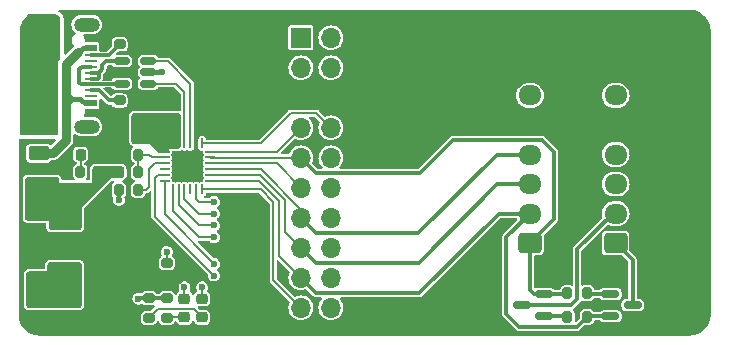
<source format=gbr>
%TF.GenerationSoftware,KiCad,Pcbnew,6.0.1-79c1e3a40b~116~ubuntu20.04.1*%
%TF.CreationDate,2022-02-14T03:59:37+01:00*%
%TF.ProjectId,USB-to-UART-Bridge,5553422d-746f-42d5-9541-52542d427269,rev?*%
%TF.SameCoordinates,Original*%
%TF.FileFunction,Copper,L1,Top*%
%TF.FilePolarity,Positive*%
%FSLAX46Y46*%
G04 Gerber Fmt 4.6, Leading zero omitted, Abs format (unit mm)*
G04 Created by KiCad (PCBNEW 6.0.1-79c1e3a40b~116~ubuntu20.04.1) date 2022-02-14 03:59:37*
%MOMM*%
%LPD*%
G01*
G04 APERTURE LIST*
G04 Aperture macros list*
%AMRoundRect*
0 Rectangle with rounded corners*
0 $1 Rounding radius*
0 $2 $3 $4 $5 $6 $7 $8 $9 X,Y pos of 4 corners*
0 Add a 4 corners polygon primitive as box body*
4,1,4,$2,$3,$4,$5,$6,$7,$8,$9,$2,$3,0*
0 Add four circle primitives for the rounded corners*
1,1,$1+$1,$2,$3*
1,1,$1+$1,$4,$5*
1,1,$1+$1,$6,$7*
1,1,$1+$1,$8,$9*
0 Add four rect primitives between the rounded corners*
20,1,$1+$1,$2,$3,$4,$5,0*
20,1,$1+$1,$4,$5,$6,$7,0*
20,1,$1+$1,$6,$7,$8,$9,0*
20,1,$1+$1,$8,$9,$2,$3,0*%
G04 Aperture macros list end*
%TA.AperFunction,SMDPad,CuDef*%
%ADD10RoundRect,0.150000X-0.587500X-0.150000X0.587500X-0.150000X0.587500X0.150000X-0.587500X0.150000X0*%
%TD*%
%TA.AperFunction,SMDPad,CuDef*%
%ADD11R,2.000000X1.500000*%
%TD*%
%TA.AperFunction,SMDPad,CuDef*%
%ADD12R,2.000000X3.800000*%
%TD*%
%TA.AperFunction,SMDPad,CuDef*%
%ADD13RoundRect,0.200000X-0.275000X0.200000X-0.275000X-0.200000X0.275000X-0.200000X0.275000X0.200000X0*%
%TD*%
%TA.AperFunction,ComponentPad*%
%ADD14R,1.700000X1.700000*%
%TD*%
%TA.AperFunction,ComponentPad*%
%ADD15O,1.700000X1.700000*%
%TD*%
%TA.AperFunction,SMDPad,CuDef*%
%ADD16RoundRect,0.218750X-0.256250X0.218750X-0.256250X-0.218750X0.256250X-0.218750X0.256250X0.218750X0*%
%TD*%
%TA.AperFunction,SMDPad,CuDef*%
%ADD17RoundRect,0.200000X0.200000X0.275000X-0.200000X0.275000X-0.200000X-0.275000X0.200000X-0.275000X0*%
%TD*%
%TA.AperFunction,SMDPad,CuDef*%
%ADD18RoundRect,0.225000X0.250000X-0.225000X0.250000X0.225000X-0.250000X0.225000X-0.250000X-0.225000X0*%
%TD*%
%TA.AperFunction,SMDPad,CuDef*%
%ADD19RoundRect,0.200000X0.275000X-0.200000X0.275000X0.200000X-0.275000X0.200000X-0.275000X-0.200000X0*%
%TD*%
%TA.AperFunction,SMDPad,CuDef*%
%ADD20RoundRect,0.200000X-0.200000X-0.275000X0.200000X-0.275000X0.200000X0.275000X-0.200000X0.275000X0*%
%TD*%
%TA.AperFunction,SMDPad,CuDef*%
%ADD21RoundRect,0.150000X-0.512500X-0.150000X0.512500X-0.150000X0.512500X0.150000X-0.512500X0.150000X0*%
%TD*%
%TA.AperFunction,SMDPad,CuDef*%
%ADD22RoundRect,0.225000X-0.250000X0.225000X-0.250000X-0.225000X0.250000X-0.225000X0.250000X0.225000X0*%
%TD*%
%TA.AperFunction,SMDPad,CuDef*%
%ADD23RoundRect,0.062500X-0.062500X0.350000X-0.062500X-0.350000X0.062500X-0.350000X0.062500X0.350000X0*%
%TD*%
%TA.AperFunction,SMDPad,CuDef*%
%ADD24RoundRect,0.062500X-0.350000X0.062500X-0.350000X-0.062500X0.350000X-0.062500X0.350000X0.062500X0*%
%TD*%
%TA.AperFunction,SMDPad,CuDef*%
%ADD25R,2.600000X2.600000*%
%TD*%
%TA.AperFunction,SMDPad,CuDef*%
%ADD26RoundRect,0.225000X0.225000X0.250000X-0.225000X0.250000X-0.225000X-0.250000X0.225000X-0.250000X0*%
%TD*%
%TA.AperFunction,ComponentPad*%
%ADD27RoundRect,0.250000X0.725000X-0.600000X0.725000X0.600000X-0.725000X0.600000X-0.725000X-0.600000X0*%
%TD*%
%TA.AperFunction,ComponentPad*%
%ADD28O,1.950000X1.700000*%
%TD*%
%TA.AperFunction,SMDPad,CuDef*%
%ADD29RoundRect,0.218750X0.218750X0.256250X-0.218750X0.256250X-0.218750X-0.256250X0.218750X-0.256250X0*%
%TD*%
%TA.AperFunction,SMDPad,CuDef*%
%ADD30R,1.000000X0.520000*%
%TD*%
%TA.AperFunction,SMDPad,CuDef*%
%ADD31R,1.000000X0.270000*%
%TD*%
%TA.AperFunction,ComponentPad*%
%ADD32O,2.500000X1.200000*%
%TD*%
%TA.AperFunction,SMDPad,CuDef*%
%ADD33R,2.000000X1.000000*%
%TD*%
%TA.AperFunction,ComponentPad*%
%ADD34O,2.200000X1.200000*%
%TD*%
%TA.AperFunction,SMDPad,CuDef*%
%ADD35RoundRect,0.150000X0.587500X0.150000X-0.587500X0.150000X-0.587500X-0.150000X0.587500X-0.150000X0*%
%TD*%
%TA.AperFunction,SMDPad,CuDef*%
%ADD36RoundRect,0.250000X-0.625000X0.375000X-0.625000X-0.375000X0.625000X-0.375000X0.625000X0.375000X0*%
%TD*%
%TA.AperFunction,ViaPad*%
%ADD37C,0.600000*%
%TD*%
%TA.AperFunction,ViaPad*%
%ADD38C,0.800000*%
%TD*%
%TA.AperFunction,Conductor*%
%ADD39C,0.400000*%
%TD*%
%TA.AperFunction,Conductor*%
%ADD40C,0.500000*%
%TD*%
%TA.AperFunction,Conductor*%
%ADD41C,0.300000*%
%TD*%
%TA.AperFunction,Conductor*%
%ADD42C,0.200000*%
%TD*%
%TA.AperFunction,Conductor*%
%ADD43C,0.800000*%
%TD*%
G04 APERTURE END LIST*
D10*
%TO.P,Q1,1,B*%
%TO.N,Net-(Q1-Pad1)*%
X135562500Y-80300000D03*
%TO.P,Q1,2,E*%
%TO.N,/~{RTS}*%
X135562500Y-82200000D03*
%TO.P,Q1,3,C*%
%TO.N,/EN*%
X137437500Y-81250000D03*
%TD*%
D11*
%TO.P,U3,1,VI*%
%TO.N,VBUS*%
X89100000Y-73950000D03*
%TO.P,U3,2,GND*%
%TO.N,GND*%
X89100000Y-76250000D03*
D12*
X95400000Y-76250000D03*
D11*
%TO.P,U3,3,VO*%
%TO.N,+3V3*%
X89100000Y-78550000D03*
%TD*%
D13*
%TO.P,R1,1*%
%TO.N,GND*%
X94000000Y-57525000D03*
%TO.P,R1,2*%
%TO.N,Net-(J1-PadA5)*%
X94000000Y-59175000D03*
%TD*%
D14*
%TO.P,J2,1,Pin_1*%
%TO.N,VBUS*%
X109356000Y-58616000D03*
D15*
%TO.P,J2,2,Pin_2*%
X111896000Y-58616000D03*
%TO.P,J2,3,Pin_3*%
%TO.N,+3V3*%
X109356000Y-61156000D03*
%TO.P,J2,4,Pin_4*%
X111896000Y-61156000D03*
%TO.P,J2,5,Pin_5*%
%TO.N,GND*%
X109356000Y-63696000D03*
%TO.P,J2,6,Pin_6*%
X111896000Y-63696000D03*
%TO.P,J2,7,Pin_7*%
%TO.N,/~{DCD}*%
X109356000Y-66236000D03*
%TO.P,J2,8,Pin_8*%
%TO.N,/~{RI}{slash}CLK*%
X111896000Y-66236000D03*
%TO.P,J2,9,Pin_9*%
%TO.N,/~{DTR}*%
X109356000Y-68776000D03*
%TO.P,J2,10,Pin_10*%
%TO.N,/SUSPEND*%
X111896000Y-68776000D03*
%TO.P,J2,11,Pin_11*%
%TO.N,/~{DSR}*%
X109356000Y-71316000D03*
%TO.P,J2,12,Pin_12*%
%TO.N,/~{SUSPEND}*%
X111896000Y-71316000D03*
%TO.P,J2,13,Pin_13*%
%TO.N,/TXD*%
X109356000Y-73856000D03*
%TO.P,J2,14,Pin_14*%
%TO.N,/~{TXT}{slash}GPIO0*%
X111896000Y-73856000D03*
%TO.P,J2,15,Pin_15*%
%TO.N,/RXD*%
X109356000Y-76396000D03*
%TO.P,J2,16,Pin_16*%
%TO.N,/~{RXT}{slash}GPIO1*%
X111896000Y-76396000D03*
%TO.P,J2,17,Pin_17*%
%TO.N,/~{RTS}*%
X109356000Y-78936000D03*
%TO.P,J2,18,Pin_18*%
%TO.N,/GPIO2*%
X111896000Y-78936000D03*
%TO.P,J2,19,Pin_19*%
%TO.N,/~{CTS}*%
X109356000Y-81476000D03*
%TO.P,J2,20,Pin_20*%
%TO.N,/GPIO3*%
X111896000Y-81476000D03*
%TD*%
D16*
%TO.P,D3,1,K*%
%TO.N,/~{TXT}{slash}GPIO0*%
X99500000Y-80712500D03*
%TO.P,D3,2,A*%
%TO.N,Net-(D3-Pad2)*%
X99500000Y-82287500D03*
%TD*%
D17*
%TO.P,R11,1*%
%TO.N,/~{RTS}*%
X133575000Y-82250000D03*
%TO.P,R11,2*%
%TO.N,Net-(Q2-Pad1)*%
X131925000Y-82250000D03*
%TD*%
%TO.P,R3,1*%
%TO.N,VBUS*%
X92325000Y-70000000D03*
%TO.P,R3,2*%
%TO.N,Net-(D1-Pad2)*%
X90675000Y-70000000D03*
%TD*%
D18*
%TO.P,C1,1*%
%TO.N,+3V3*%
X95500000Y-65525000D03*
%TO.P,C1,2*%
%TO.N,GND*%
X95500000Y-63975000D03*
%TD*%
D19*
%TO.P,R2,1*%
%TO.N,GND*%
X94000000Y-65575000D03*
%TO.P,R2,2*%
%TO.N,Net-(J1-PadB5)*%
X94000000Y-63925000D03*
%TD*%
D18*
%TO.P,C4,1*%
%TO.N,+3V3*%
X98500000Y-65525000D03*
%TO.P,C4,2*%
%TO.N,GND*%
X98500000Y-63975000D03*
%TD*%
D20*
%TO.P,R4,1*%
%TO.N,VBUS*%
X93925000Y-70000000D03*
%TO.P,R4,2*%
%TO.N,Net-(R4-Pad2)*%
X95575000Y-70000000D03*
%TD*%
D21*
%TO.P,U1,1,I/O1*%
%TO.N,/USB_CONN_DP*%
X94175000Y-60600000D03*
%TO.P,U1,2,GND*%
%TO.N,GND*%
X94175000Y-61550000D03*
%TO.P,U1,3,I/O2*%
%TO.N,/USB_CONN_DN*%
X94175000Y-62500000D03*
%TO.P,U1,4,I/O2*%
%TO.N,/USB_DN*%
X96450000Y-62500000D03*
%TO.P,U1,5,VBUS*%
%TO.N,VBUS*%
X96450000Y-61550000D03*
%TO.P,U1,6,I/O1*%
%TO.N,/USB_DP*%
X96450000Y-60600000D03*
%TD*%
D20*
%TO.P,R6,1*%
%TO.N,+3V3*%
X93925000Y-71500000D03*
%TO.P,R6,2*%
%TO.N,Net-(R6-Pad2)*%
X95575000Y-71500000D03*
%TD*%
D16*
%TO.P,D2,1,K*%
%TO.N,/~{RXT}{slash}GPIO1*%
X101000000Y-80712500D03*
%TO.P,D2,2,A*%
%TO.N,Net-(D2-Pad2)*%
X101000000Y-82287500D03*
%TD*%
D22*
%TO.P,C5,1*%
%TO.N,VBUS*%
X86750000Y-73475000D03*
%TO.P,C5,2*%
%TO.N,GND*%
X86750000Y-75025000D03*
%TD*%
D23*
%TO.P,U2,1,~{RI}/CLK*%
%TO.N,/~{RI}{slash}CLK*%
X101000000Y-67562500D03*
%TO.P,U2,2,GND*%
%TO.N,GND*%
X100500000Y-67562500D03*
%TO.P,U2,3,D+*%
%TO.N,/USB_DP*%
X100000000Y-67562500D03*
%TO.P,U2,4,D-*%
%TO.N,/USB_DN*%
X99500000Y-67562500D03*
%TO.P,U2,5,VIO*%
%TO.N,+3V3*%
X99000000Y-67562500D03*
%TO.P,U2,6,VDD*%
X98500000Y-67562500D03*
D24*
%TO.P,U2,7,VREGIN*%
X97812500Y-68250000D03*
%TO.P,U2,8,VBUS*%
%TO.N,Net-(R4-Pad2)*%
X97812500Y-68750000D03*
%TO.P,U2,9,~{RST}*%
%TO.N,Net-(R6-Pad2)*%
X97812500Y-69250000D03*
%TO.P,U2,10,NC*%
%TO.N,unconnected-(U2-Pad10)*%
X97812500Y-69750000D03*
%TO.P,U2,11,~{WAKEUP}/GPIO.3*%
%TO.N,/GPIO3*%
X97812500Y-70250000D03*
%TO.P,U2,12,RS485/GPIO.2*%
%TO.N,/GPIO2*%
X97812500Y-70750000D03*
D23*
%TO.P,U2,13,~{RXT}/GPIO.1*%
%TO.N,/~{RXT}{slash}GPIO1*%
X98500000Y-71437500D03*
%TO.P,U2,14,~{TXT}/GPIO.0*%
%TO.N,/~{TXT}{slash}GPIO0*%
X99000000Y-71437500D03*
%TO.P,U2,15,~{SUSPEND}*%
%TO.N,/~{SUSPEND}*%
X99500000Y-71437500D03*
%TO.P,U2,16,NC*%
%TO.N,unconnected-(U2-Pad16)*%
X100000000Y-71437500D03*
%TO.P,U2,17,SUSPEND*%
%TO.N,/SUSPEND*%
X100500000Y-71437500D03*
%TO.P,U2,18,~{CTS}*%
%TO.N,/~{CTS}*%
X101000000Y-71437500D03*
D24*
%TO.P,U2,19,~{RTS}*%
%TO.N,/~{RTS}*%
X101687500Y-70750000D03*
%TO.P,U2,20,RXD*%
%TO.N,/RXD*%
X101687500Y-70250000D03*
%TO.P,U2,21,TXD*%
%TO.N,/TXD*%
X101687500Y-69750000D03*
%TO.P,U2,22,~{DSR}*%
%TO.N,/~{DSR}*%
X101687500Y-69250000D03*
%TO.P,U2,23,~{DTR}*%
%TO.N,/~{DTR}*%
X101687500Y-68750000D03*
%TO.P,U2,24,~{DCD}*%
%TO.N,/~{DCD}*%
X101687500Y-68250000D03*
D25*
%TO.P,U2,25,GND*%
%TO.N,GND*%
X99750000Y-69500000D03*
%TD*%
D26*
%TO.P,C2,1*%
%TO.N,+3V3*%
X95525000Y-67000000D03*
%TO.P,C2,2*%
%TO.N,GND*%
X93975000Y-67000000D03*
%TD*%
D13*
%TO.P,R9,1*%
%TO.N,+3V3*%
X98000000Y-80675000D03*
%TO.P,R9,2*%
%TO.N,Net-(D3-Pad2)*%
X98000000Y-82325000D03*
%TD*%
D18*
%TO.P,C3,1*%
%TO.N,+3V3*%
X97000000Y-65525000D03*
%TO.P,C3,2*%
%TO.N,GND*%
X97000000Y-63975000D03*
%TD*%
D20*
%TO.P,R10,1*%
%TO.N,/~{DTR}*%
X131925000Y-80250000D03*
%TO.P,R10,2*%
%TO.N,Net-(Q1-Pad1)*%
X133575000Y-80250000D03*
%TD*%
D27*
%TO.P,J4,1,Pin_1*%
%TO.N,/~{DTR}*%
X128750000Y-76000000D03*
D28*
%TO.P,J4,2,Pin_2*%
%TO.N,/~{RTS}*%
X128750000Y-73500000D03*
%TO.P,J4,3,Pin_3*%
%TO.N,/RXD*%
X128750000Y-71000000D03*
%TO.P,J4,4,Pin_4*%
%TO.N,/TXD*%
X128750000Y-68500000D03*
%TO.P,J4,5,Pin_5*%
%TO.N,GND*%
X128750000Y-66000000D03*
%TO.P,J4,6,Pin_6*%
%TO.N,+3V3*%
X128750000Y-63500000D03*
%TD*%
D29*
%TO.P,D1,1,K*%
%TO.N,GND*%
X92287500Y-68500000D03*
%TO.P,D1,2,A*%
%TO.N,Net-(D1-Pad2)*%
X90712500Y-68500000D03*
%TD*%
D30*
%TO.P,J1,A1,GND*%
%TO.N,GND*%
X91600000Y-58717011D03*
%TO.P,J1,A4,VBUS*%
%TO.N,Net-(F1-Pad1)*%
X91600000Y-59467011D03*
D31*
%TO.P,J1,A5,CC1*%
%TO.N,Net-(J1-PadA5)*%
X91600000Y-60067011D03*
%TO.P,J1,A6,D+*%
%TO.N,/USB_CONN_DP*%
X91600000Y-61567011D03*
%TO.P,J1,A7,D-*%
%TO.N,/USB_CONN_DN*%
X91600000Y-62567011D03*
%TO.P,J1,A8,SBU1*%
%TO.N,unconnected-(J1-PadA8)*%
X91600000Y-63567011D03*
D30*
%TO.P,J1,A9,VBUS*%
%TO.N,Net-(F1-Pad1)*%
X91600000Y-64167011D03*
%TO.P,J1,A12,GND*%
%TO.N,GND*%
X91600000Y-64917011D03*
D31*
%TO.P,J1,B5,CC2*%
%TO.N,Net-(J1-PadB5)*%
X91600000Y-63067011D03*
%TO.P,J1,B6,D+*%
%TO.N,/USB_CONN_DP*%
X91600000Y-62067011D03*
%TO.P,J1,B7,D-*%
%TO.N,/USB_CONN_DN*%
X91600000Y-61067011D03*
%TO.P,J1,B8,SBU2*%
%TO.N,unconnected-(J1-PadB8)*%
X91600000Y-60567011D03*
D32*
%TO.P,J1,S1,SHIELD*%
%TO.N,Earth*%
X87400000Y-57497011D03*
D33*
X87400000Y-63217011D03*
D32*
X87400000Y-66137011D03*
D33*
X87400000Y-60417011D03*
D34*
X91225000Y-66137011D03*
X91225000Y-57497011D03*
%TD*%
D35*
%TO.P,Q2,1,B*%
%TO.N,Net-(Q2-Pad1)*%
X129937500Y-82200000D03*
%TO.P,Q2,2,E*%
%TO.N,/~{DTR}*%
X129937500Y-80300000D03*
%TO.P,Q2,3,C*%
%TO.N,/IO0*%
X128062500Y-81250000D03*
%TD*%
D13*
%TO.P,R7,1*%
%TO.N,/~{SUSPEND}*%
X98000000Y-77675000D03*
%TO.P,R7,2*%
%TO.N,GND*%
X98000000Y-79325000D03*
%TD*%
D36*
%TO.P,F1,1*%
%TO.N,Net-(F1-Pad1)*%
X87150000Y-68400000D03*
%TO.P,F1,2*%
%TO.N,VBUS*%
X87150000Y-71200000D03*
%TD*%
D17*
%TO.P,R5,1*%
%TO.N,Net-(R4-Pad2)*%
X95575000Y-68500000D03*
%TO.P,R5,2*%
%TO.N,GND*%
X93925000Y-68500000D03*
%TD*%
D27*
%TO.P,J3,1,Pin_1*%
%TO.N,/EN*%
X136000000Y-76000000D03*
D28*
%TO.P,J3,2,Pin_2*%
%TO.N,/IO0*%
X136000000Y-73500000D03*
%TO.P,J3,3,Pin_3*%
%TO.N,/RXD*%
X136000000Y-71000000D03*
%TO.P,J3,4,Pin_4*%
%TO.N,/TXD*%
X136000000Y-68500000D03*
%TO.P,J3,5,Pin_5*%
%TO.N,GND*%
X136000000Y-66000000D03*
%TO.P,J3,6,Pin_6*%
%TO.N,+3V3*%
X136000000Y-63500000D03*
%TD*%
D18*
%TO.P,C6,1*%
%TO.N,+3V3*%
X86750000Y-79025000D03*
%TO.P,C6,2*%
%TO.N,GND*%
X86750000Y-77475000D03*
%TD*%
D13*
%TO.P,R8,1*%
%TO.N,+3V3*%
X96500000Y-80675000D03*
%TO.P,R8,2*%
%TO.N,Net-(D2-Pad2)*%
X96500000Y-82325000D03*
%TD*%
D37*
%TO.N,VBUS*%
X97562500Y-61550000D03*
D38*
X89000000Y-72000000D03*
X91000000Y-72000000D03*
X90000000Y-72000000D03*
%TO.N,GND*%
X91750000Y-75000000D03*
X91750000Y-77500000D03*
D37*
X99000000Y-70250000D03*
X97100000Y-79300000D03*
D38*
X120000000Y-66250000D03*
X97000000Y-56750000D03*
X120000000Y-63500000D03*
X107000000Y-56750000D03*
X112000000Y-56750000D03*
D37*
X100599500Y-66721993D03*
X93150000Y-61550000D03*
D38*
X101000000Y-61500000D03*
X142000000Y-56750000D03*
D37*
X100500000Y-68750000D03*
X86300000Y-76200000D03*
X100500000Y-70250000D03*
D38*
X137000000Y-56750000D03*
X117000000Y-56750000D03*
D37*
X87200000Y-76200000D03*
D38*
X93500000Y-76250000D03*
X93500000Y-75000000D03*
X132000000Y-56750000D03*
X142000000Y-81000000D03*
D37*
X99750000Y-69500000D03*
D38*
X94750000Y-79000000D03*
X94750000Y-73500000D03*
X92750000Y-64625000D03*
D37*
X94000000Y-56809022D03*
D38*
X96000000Y-79000000D03*
X96000000Y-73500000D03*
X91750000Y-76250000D03*
X142000000Y-61500000D03*
X122000000Y-56750000D03*
X127000000Y-56750000D03*
X102000000Y-56750000D03*
X122000000Y-81000000D03*
X125000000Y-81000000D03*
D37*
X99000000Y-68750000D03*
D38*
X92750000Y-58875000D03*
X142000000Y-77750000D03*
X93500000Y-77500000D03*
D37*
%TO.N,+3V3*%
X97750000Y-67250000D03*
X95600000Y-80700000D03*
X98500000Y-66500000D03*
X97750000Y-66500000D03*
D38*
X86800000Y-80700000D03*
X88250000Y-80700000D03*
X89700000Y-80700000D03*
D37*
X93950000Y-72350000D03*
D38*
%TO.N,Earth*%
X88250000Y-59375000D03*
X88250000Y-61875000D03*
X88250000Y-64375000D03*
X86500000Y-64375000D03*
X86500000Y-59375000D03*
X86500000Y-61875000D03*
D37*
%TO.N,/~{RXT}{slash}GPIO1*%
X101000000Y-79750000D03*
X102000000Y-75500000D03*
%TO.N,/~{TXT}{slash}GPIO0*%
X102000000Y-74500000D03*
X99500000Y-79750000D03*
%TO.N,/SUSPEND*%
X102000000Y-72500000D03*
%TO.N,/~{SUSPEND}*%
X102000000Y-73500000D03*
X98000000Y-76750000D03*
%TO.N,/GPIO2*%
X102000000Y-77750000D03*
%TO.N,/GPIO3*%
X102000000Y-78750000D03*
%TD*%
D39*
%TO.N,VBUS*%
X96450000Y-61550000D02*
X97562500Y-61550000D01*
%TO.N,GND*%
X94175000Y-61550000D02*
X93150000Y-61550000D01*
D40*
X92457989Y-64917011D02*
X92750000Y-64625000D01*
D41*
X97125000Y-79325000D02*
X97100000Y-79300000D01*
D40*
X91600000Y-58717011D02*
X92592011Y-58717011D01*
X92592011Y-58717011D02*
X92750000Y-58875000D01*
D41*
X100500000Y-67562500D02*
X100500000Y-66821493D01*
X94000000Y-57525000D02*
X94000000Y-56809022D01*
X100500000Y-66821493D02*
X100599500Y-66721993D01*
D40*
X91600000Y-64917011D02*
X92457989Y-64917011D01*
D41*
X98000000Y-79325000D02*
X97125000Y-79325000D01*
%TO.N,+3V3*%
X96500000Y-80675000D02*
X95625000Y-80675000D01*
X93950000Y-72350000D02*
X93950000Y-71525000D01*
X98000000Y-80675000D02*
X96500000Y-80675000D01*
X95625000Y-80675000D02*
X95600000Y-80700000D01*
%TO.N,Net-(J1-PadA5)*%
X91600000Y-60067011D02*
X93107989Y-60067011D01*
X93107989Y-60067011D02*
X94000000Y-59175000D01*
%TO.N,/USB_CONN_DN*%
X90800000Y-61067011D02*
X90571786Y-61295225D01*
X91600000Y-61067011D02*
X90800000Y-61067011D01*
X90571786Y-62428214D02*
X90710583Y-62567011D01*
X91600000Y-62567011D02*
X94107989Y-62567011D01*
X90710583Y-62567011D02*
X91600000Y-62567011D01*
X90571786Y-61295225D02*
X90571786Y-62428214D01*
%TO.N,/USB_CONN_DP*%
X92234022Y-61567011D02*
X92550000Y-61251033D01*
X92550000Y-61251033D02*
X92550000Y-60900000D01*
X92182989Y-62067011D02*
X92250000Y-62000000D01*
X92250000Y-62000000D02*
X92250000Y-61582989D01*
X92250000Y-61582989D02*
X92234022Y-61567011D01*
X92850000Y-60600000D02*
X94175000Y-60600000D01*
X91600000Y-61567011D02*
X92234022Y-61567011D01*
X91600000Y-62067011D02*
X92182989Y-62067011D01*
X92550000Y-60900000D02*
X92850000Y-60600000D01*
%TO.N,Net-(J1-PadB5)*%
X93100000Y-63925000D02*
X94000000Y-63925000D01*
X92242011Y-63067011D02*
X93100000Y-63925000D01*
X91600000Y-63067011D02*
X92242011Y-63067011D01*
%TO.N,/TXD*%
X125937500Y-68500000D02*
X128750000Y-68500000D01*
D42*
X101687500Y-69750000D02*
X105944981Y-69750000D01*
D41*
X109356000Y-73856000D02*
X110650000Y-75150000D01*
D42*
X105944981Y-69750000D02*
X109356000Y-73161019D01*
D41*
X119287500Y-75150000D02*
X125937500Y-68500000D01*
X110650000Y-75150000D02*
X119287500Y-75150000D01*
%TO.N,/RXD*%
X126000000Y-71000000D02*
X128750000Y-71000000D01*
X109356000Y-76396000D02*
X110610000Y-77650000D01*
D42*
X108000000Y-75040000D02*
X108000000Y-72370011D01*
X105879989Y-70250000D02*
X101687500Y-70250000D01*
X108000000Y-72370011D02*
X105879989Y-70250000D01*
D41*
X110610000Y-77650000D02*
X119350000Y-77650000D01*
D42*
X109356000Y-76396000D02*
X108000000Y-75040000D01*
D41*
X119350000Y-77650000D02*
X126000000Y-71000000D01*
D42*
%TO.N,/USB_DP*%
X100000000Y-62500000D02*
X98100000Y-60600000D01*
X98100000Y-60600000D02*
X96450000Y-60600000D01*
X100000000Y-67562500D02*
X100000000Y-62500000D01*
%TO.N,/USB_DN*%
X96450000Y-62500000D02*
X98750000Y-62500000D01*
X99500000Y-63250000D02*
X99500000Y-67562500D01*
X98750000Y-62500000D02*
X99500000Y-63250000D01*
%TO.N,Net-(D1-Pad2)*%
X90712500Y-68500000D02*
X90712500Y-69962500D01*
%TO.N,Net-(D2-Pad2)*%
X96500000Y-82325000D02*
X97274520Y-81550480D01*
X97274520Y-81550480D02*
X100262980Y-81550480D01*
X100262980Y-81550480D02*
X101000000Y-82287500D01*
%TO.N,Net-(D3-Pad2)*%
X99500000Y-82287500D02*
X98037500Y-82287500D01*
D39*
%TO.N,Net-(F1-Pad1)*%
X90000000Y-63825000D02*
X89500000Y-63325000D01*
X91600000Y-59467011D02*
X90876033Y-59467011D01*
D43*
X88350000Y-68400000D02*
X87150000Y-68400000D01*
X89500000Y-60825000D02*
X90500000Y-59825000D01*
D39*
X89750000Y-64075000D02*
X89500000Y-64075000D01*
X90000000Y-63825000D02*
X89750000Y-64075000D01*
D43*
X89500000Y-63325000D02*
X89500000Y-64075000D01*
D39*
X91600000Y-64167011D02*
X91034981Y-64167011D01*
D43*
X89500000Y-67250000D02*
X88350000Y-68400000D01*
X89500000Y-64075000D02*
X89500000Y-67250000D01*
X89500000Y-63325000D02*
X89500000Y-60825000D01*
D39*
X90000000Y-63825000D02*
X89500000Y-63825000D01*
X90692970Y-63825000D02*
X90000000Y-63825000D01*
X90876033Y-59467011D02*
X90518044Y-59825000D01*
X90518044Y-59825000D02*
X90500000Y-59825000D01*
X91034981Y-64167011D02*
X90692970Y-63825000D01*
D42*
%TO.N,Net-(R4-Pad2)*%
X95575000Y-70000000D02*
X95575000Y-68500000D01*
X97812500Y-68750000D02*
X96750000Y-68750000D01*
X96500000Y-68500000D02*
X95575000Y-68500000D01*
X96750000Y-68750000D02*
X96500000Y-68500000D01*
%TO.N,Net-(R6-Pad2)*%
X96500000Y-71250000D02*
X96500000Y-69750000D01*
X96500000Y-69750000D02*
X97000000Y-69250000D01*
X96250000Y-71500000D02*
X96500000Y-71250000D01*
X97000000Y-69250000D02*
X97812500Y-69250000D01*
X95575000Y-71500000D02*
X96250000Y-71500000D01*
D41*
%TO.N,/EN*%
X137437500Y-81250000D02*
X137437500Y-77437500D01*
X137437500Y-77437500D02*
X136000000Y-76000000D01*
%TO.N,/IO0*%
X132250000Y-81250000D02*
X132750000Y-80750000D01*
X132750000Y-80750000D02*
X132750000Y-76500000D01*
X128062500Y-81250000D02*
X132250000Y-81250000D01*
X132750000Y-76500000D02*
X135750000Y-73500000D01*
%TO.N,Net-(Q1-Pad1)*%
X135562500Y-80300000D02*
X133625000Y-80300000D01*
%TO.N,Net-(Q2-Pad1)*%
X129937500Y-82200000D02*
X131875000Y-82200000D01*
D42*
%TO.N,/~{RXT}{slash}GPIO1*%
X101000000Y-80712500D02*
X101000000Y-79750000D01*
X98500000Y-71437500D02*
X98500000Y-73250000D01*
X100750000Y-75500000D02*
X102000000Y-75500000D01*
X98500000Y-73250000D02*
X100750000Y-75500000D01*
%TO.N,/~{TXT}{slash}GPIO0*%
X100750000Y-74500000D02*
X102000000Y-74500000D01*
X99500000Y-80712500D02*
X99500000Y-79750000D01*
X99000000Y-71437500D02*
X99000000Y-72750000D01*
X99000000Y-72750000D02*
X100750000Y-74500000D01*
%TO.N,/~{DCD}*%
X101687500Y-68250000D02*
X107342000Y-68250000D01*
X107342000Y-68250000D02*
X109356000Y-66236000D01*
%TO.N,/SUSPEND*%
X100500000Y-72250000D02*
X100750000Y-72500000D01*
X100750000Y-72500000D02*
X102000000Y-72500000D01*
X100500000Y-71437500D02*
X100500000Y-72250000D01*
D41*
%TO.N,/~{DTR}*%
X129750000Y-67250000D02*
X122250000Y-67250000D01*
D42*
X101713500Y-68776000D02*
X109356000Y-68776000D01*
D41*
X129937500Y-80300000D02*
X129050000Y-80300000D01*
X128750000Y-80000000D02*
X128750000Y-76000000D01*
X110630000Y-70050000D02*
X109356000Y-68776000D01*
X129050000Y-80300000D02*
X128750000Y-80000000D01*
X128750000Y-76000000D02*
X130750000Y-74000000D01*
X130750000Y-68250000D02*
X129750000Y-67250000D01*
X129937500Y-80300000D02*
X131875000Y-80300000D01*
X122250000Y-67250000D02*
X119450000Y-70050000D01*
X130750000Y-74000000D02*
X130750000Y-68250000D01*
X119450000Y-70050000D02*
X110630000Y-70050000D01*
D42*
%TO.N,/~{SUSPEND}*%
X99500000Y-71437500D02*
X99500000Y-72250000D01*
X98000000Y-77675000D02*
X98000000Y-76750000D01*
X100750000Y-73500000D02*
X102000000Y-73500000D01*
X99500000Y-72250000D02*
X100750000Y-73500000D01*
%TO.N,/~{DSR}*%
X101687500Y-69250000D02*
X107290000Y-69250000D01*
X107290000Y-69250000D02*
X109356000Y-71316000D01*
%TO.N,/GPIO2*%
X97812500Y-70750000D02*
X97812500Y-73562500D01*
X97812500Y-73562500D02*
X102000000Y-77750000D01*
%TO.N,/~{RTS}*%
X105814994Y-70750000D02*
X107500000Y-72435006D01*
X107500000Y-77080000D02*
X109356000Y-78936000D01*
D41*
X126750000Y-82000000D02*
X126750000Y-75500000D01*
X126125000Y-73500000D02*
X128750000Y-73500000D01*
X135562500Y-82200000D02*
X133625000Y-82200000D01*
X133575000Y-82250000D02*
X132750480Y-83074520D01*
D42*
X107500000Y-72435006D02*
X107500000Y-77080000D01*
D41*
X109356000Y-78936000D02*
X110670000Y-80250000D01*
X126750000Y-75500000D02*
X128750000Y-73500000D01*
X119375000Y-80250000D02*
X126125000Y-73500000D01*
X110670000Y-80250000D02*
X119375000Y-80250000D01*
X132750480Y-83074520D02*
X127824520Y-83074520D01*
X127824520Y-83074520D02*
X126750000Y-82000000D01*
D42*
X101687500Y-70750000D02*
X105814994Y-70750000D01*
%TO.N,/GPIO3*%
X97000000Y-70500000D02*
X97000000Y-73750000D01*
X97250000Y-70250000D02*
X97000000Y-70500000D01*
X97812500Y-70250000D02*
X97250000Y-70250000D01*
X97000000Y-73750000D02*
X102000000Y-78750000D01*
%TO.N,/~{CTS}*%
X101000000Y-71437500D02*
X105937500Y-71437500D01*
X105937500Y-71437500D02*
X107000000Y-72500000D01*
X107000000Y-79120000D02*
X109356000Y-81476000D01*
X107000000Y-72500000D02*
X107000000Y-79120000D01*
%TO.N,/~{RI}{slash}CLK*%
X111896000Y-66236000D02*
X110660000Y-65000000D01*
X105937500Y-67562500D02*
X101000000Y-67562500D01*
X110660000Y-65000000D02*
X108500000Y-65000000D01*
X108500000Y-65000000D02*
X105937500Y-67562500D01*
%TD*%
%TA.AperFunction,Conductor*%
%TO.N,GND*%
G36*
X142238227Y-56235507D02*
G01*
X142249642Y-56238132D01*
X142260517Y-56235671D01*
X142271664Y-56235691D01*
X142271664Y-56235852D01*
X142281669Y-56235065D01*
X142353759Y-56239790D01*
X142478475Y-56247964D01*
X142491302Y-56249652D01*
X142709516Y-56293057D01*
X142722016Y-56296407D01*
X142858988Y-56342903D01*
X142932691Y-56367922D01*
X142944653Y-56372878D01*
X143019596Y-56409835D01*
X143144180Y-56471273D01*
X143155386Y-56477742D01*
X143340385Y-56601354D01*
X143350639Y-56609222D01*
X143498038Y-56738488D01*
X143517914Y-56755919D01*
X143527069Y-56765074D01*
X143673767Y-56932350D01*
X143681635Y-56942604D01*
X143805247Y-57127603D01*
X143811716Y-57138809D01*
X143910111Y-57338335D01*
X143915067Y-57350297D01*
X143968645Y-57508131D01*
X143986581Y-57560969D01*
X143989932Y-57573473D01*
X144024300Y-57746252D01*
X144033336Y-57791680D01*
X144035025Y-57804512D01*
X144047891Y-58000805D01*
X144047101Y-58010617D01*
X144047375Y-58010617D01*
X144047355Y-58021767D01*
X144044857Y-58032631D01*
X144047317Y-58043503D01*
X144047317Y-58043505D01*
X144047559Y-58044572D01*
X144050000Y-58066421D01*
X144050000Y-81999029D01*
X144047482Y-82021216D01*
X144044857Y-82032631D01*
X144047318Y-82043506D01*
X144047298Y-82054653D01*
X144047137Y-82054653D01*
X144047924Y-82064658D01*
X144046385Y-82088138D01*
X144035482Y-82254503D01*
X144035026Y-82261458D01*
X144033337Y-82274291D01*
X143996110Y-82461446D01*
X143989933Y-82492500D01*
X143986582Y-82505005D01*
X143922079Y-82695024D01*
X143915067Y-82715680D01*
X143910111Y-82727643D01*
X143811716Y-82927169D01*
X143805247Y-82938375D01*
X143681635Y-83123374D01*
X143673767Y-83133628D01*
X143541003Y-83285016D01*
X143527070Y-83300903D01*
X143517915Y-83310058D01*
X143350639Y-83456756D01*
X143340385Y-83464624D01*
X143155386Y-83588236D01*
X143144180Y-83594705D01*
X142965697Y-83682723D01*
X142944654Y-83693100D01*
X142932692Y-83698056D01*
X142722016Y-83769571D01*
X142709516Y-83772921D01*
X142491302Y-83816326D01*
X142478477Y-83818014D01*
X142282181Y-83830880D01*
X142272372Y-83830090D01*
X142272372Y-83830364D01*
X142261222Y-83830344D01*
X142250358Y-83827846D01*
X142239486Y-83830306D01*
X142239484Y-83830306D01*
X142238417Y-83830548D01*
X142216568Y-83832989D01*
X87283960Y-83832989D01*
X87261773Y-83830471D01*
X87250358Y-83827846D01*
X87239483Y-83830307D01*
X87228336Y-83830287D01*
X87228336Y-83830126D01*
X87218331Y-83830913D01*
X87146241Y-83826188D01*
X87021525Y-83818014D01*
X87008698Y-83816326D01*
X86790484Y-83772921D01*
X86777984Y-83769571D01*
X86567308Y-83698056D01*
X86555346Y-83693100D01*
X86534304Y-83682723D01*
X86355820Y-83594705D01*
X86344614Y-83588236D01*
X86159615Y-83464624D01*
X86149361Y-83456756D01*
X85982085Y-83310058D01*
X85972930Y-83300903D01*
X85958997Y-83285016D01*
X85826233Y-83133628D01*
X85818365Y-83123374D01*
X85694753Y-82938375D01*
X85688284Y-82927169D01*
X85589889Y-82727643D01*
X85584933Y-82715680D01*
X85577921Y-82695024D01*
X85513418Y-82505005D01*
X85510067Y-82492500D01*
X85503890Y-82461446D01*
X85466663Y-82274291D01*
X85464974Y-82261459D01*
X85464519Y-82254503D01*
X85452109Y-82065170D01*
X85452899Y-82055361D01*
X85452625Y-82055361D01*
X85452645Y-82044211D01*
X85455143Y-82033347D01*
X85452683Y-82022475D01*
X85452683Y-82022473D01*
X85452441Y-82021406D01*
X85450000Y-81999557D01*
X85450000Y-81240248D01*
X85900000Y-81240248D01*
X85900963Y-81259850D01*
X85901082Y-81261055D01*
X85901083Y-81261073D01*
X85901110Y-81261345D01*
X85902865Y-81279163D01*
X85905745Y-81298578D01*
X85919031Y-81365373D01*
X85930411Y-81402891D01*
X85945193Y-81438579D01*
X85963675Y-81473157D01*
X85965018Y-81475167D01*
X85977544Y-81493913D01*
X85995987Y-81521516D01*
X86020861Y-81551824D01*
X86048176Y-81579139D01*
X86078484Y-81604013D01*
X86080506Y-81605364D01*
X86080510Y-81605367D01*
X86090647Y-81612140D01*
X86126843Y-81636325D01*
X86161421Y-81654807D01*
X86178145Y-81661734D01*
X86194868Y-81668661D01*
X86194872Y-81668662D01*
X86197109Y-81669589D01*
X86234627Y-81680969D01*
X86301422Y-81694255D01*
X86320837Y-81697135D01*
X86322039Y-81697253D01*
X86322044Y-81697254D01*
X86338927Y-81698917D01*
X86338945Y-81698918D01*
X86340150Y-81699037D01*
X86341349Y-81699096D01*
X86341364Y-81699097D01*
X86349574Y-81699500D01*
X86359752Y-81700000D01*
X90540248Y-81700000D01*
X90550426Y-81699500D01*
X90558636Y-81699097D01*
X90558651Y-81699096D01*
X90559850Y-81699037D01*
X90561055Y-81698918D01*
X90561073Y-81698917D01*
X90577956Y-81697254D01*
X90577961Y-81697253D01*
X90579163Y-81697135D01*
X90598578Y-81694255D01*
X90665373Y-81680969D01*
X90702891Y-81669589D01*
X90705128Y-81668662D01*
X90705132Y-81668661D01*
X90721855Y-81661734D01*
X90738579Y-81654807D01*
X90773157Y-81636325D01*
X90809353Y-81612140D01*
X90819490Y-81605367D01*
X90819494Y-81605364D01*
X90821516Y-81604013D01*
X90851824Y-81579139D01*
X90879139Y-81551824D01*
X90904013Y-81521516D01*
X90922457Y-81493913D01*
X90934982Y-81475167D01*
X90936325Y-81473157D01*
X90954807Y-81438579D01*
X90969589Y-81402891D01*
X90980969Y-81365373D01*
X90994255Y-81298578D01*
X90997135Y-81279163D01*
X90998890Y-81261345D01*
X90998917Y-81261073D01*
X90998918Y-81261055D01*
X90999037Y-81259850D01*
X91000000Y-81240248D01*
X91000000Y-80693823D01*
X95094391Y-80693823D01*
X95095306Y-80700820D01*
X95095306Y-80700821D01*
X95110480Y-80816859D01*
X95112980Y-80835979D01*
X95115821Y-80842435D01*
X95115821Y-80842436D01*
X95146371Y-80911865D01*
X95170720Y-80967203D01*
X95203667Y-81006398D01*
X95258431Y-81071549D01*
X95258434Y-81071551D01*
X95262970Y-81076948D01*
X95382313Y-81156390D01*
X95460290Y-81180751D01*
X95512425Y-81197039D01*
X95512426Y-81197039D01*
X95519157Y-81199142D01*
X95590828Y-81200456D01*
X95655445Y-81201641D01*
X95655447Y-81201641D01*
X95662499Y-81201770D01*
X95669302Y-81199915D01*
X95669304Y-81199915D01*
X95791988Y-81166467D01*
X95800817Y-81164060D01*
X95809886Y-81158492D01*
X95825232Y-81149069D01*
X95884714Y-81134732D01*
X95941262Y-81158097D01*
X95947038Y-81163430D01*
X95986658Y-81203050D01*
X95993595Y-81206585D01*
X95993597Y-81206586D01*
X96082564Y-81251917D01*
X96099696Y-81260646D01*
X96107390Y-81261865D01*
X96107391Y-81261865D01*
X96189635Y-81274891D01*
X96189637Y-81274891D01*
X96193481Y-81275500D01*
X96499960Y-81275500D01*
X96806518Y-81275499D01*
X96810361Y-81274890D01*
X96810366Y-81274890D01*
X96847221Y-81269053D01*
X96883437Y-81263317D01*
X96943868Y-81272889D01*
X96987132Y-81316154D01*
X96996703Y-81376586D01*
X96968926Y-81431102D01*
X96704524Y-81695504D01*
X96650007Y-81723281D01*
X96634520Y-81724500D01*
X96235286Y-81724501D01*
X96193482Y-81724501D01*
X96189639Y-81725110D01*
X96189634Y-81725110D01*
X96153405Y-81730848D01*
X96099696Y-81739354D01*
X96059327Y-81759923D01*
X95993597Y-81793414D01*
X95993595Y-81793415D01*
X95986658Y-81796950D01*
X95896950Y-81886658D01*
X95893415Y-81893595D01*
X95893414Y-81893597D01*
X95861574Y-81956087D01*
X95839354Y-81999696D01*
X95838135Y-82007390D01*
X95838135Y-82007391D01*
X95827099Y-82077071D01*
X95824500Y-82093481D01*
X95824501Y-82556518D01*
X95825110Y-82560361D01*
X95825110Y-82560366D01*
X95826542Y-82569407D01*
X95839354Y-82650304D01*
X95856405Y-82683768D01*
X95889547Y-82748812D01*
X95896950Y-82763342D01*
X95986658Y-82853050D01*
X95993595Y-82856585D01*
X95993597Y-82856586D01*
X96091392Y-82906415D01*
X96099696Y-82910646D01*
X96107390Y-82911865D01*
X96107391Y-82911865D01*
X96189635Y-82924891D01*
X96189637Y-82924891D01*
X96193481Y-82925500D01*
X96499960Y-82925500D01*
X96806518Y-82925499D01*
X96810361Y-82924890D01*
X96810366Y-82924890D01*
X96847217Y-82919053D01*
X96900304Y-82910646D01*
X96956823Y-82881848D01*
X97006403Y-82856586D01*
X97006405Y-82856585D01*
X97013342Y-82853050D01*
X97103050Y-82763342D01*
X97110454Y-82748812D01*
X97160646Y-82650304D01*
X97162886Y-82651445D01*
X97191808Y-82611636D01*
X97249999Y-82592728D01*
X97308190Y-82611635D01*
X97337114Y-82651445D01*
X97339354Y-82650304D01*
X97389547Y-82748812D01*
X97396950Y-82763342D01*
X97486658Y-82853050D01*
X97493595Y-82856585D01*
X97493597Y-82856586D01*
X97591392Y-82906415D01*
X97599696Y-82910646D01*
X97607390Y-82911865D01*
X97607391Y-82911865D01*
X97689635Y-82924891D01*
X97689637Y-82924891D01*
X97693481Y-82925500D01*
X97999960Y-82925500D01*
X98306518Y-82925499D01*
X98310361Y-82924890D01*
X98310366Y-82924890D01*
X98347217Y-82919053D01*
X98400304Y-82910646D01*
X98456823Y-82881848D01*
X98506403Y-82856586D01*
X98506405Y-82856585D01*
X98513342Y-82853050D01*
X98603050Y-82763342D01*
X98610454Y-82748812D01*
X98643595Y-82683768D01*
X98660646Y-82650304D01*
X98661501Y-82650739D01*
X98693343Y-82606909D01*
X98751536Y-82588000D01*
X98754201Y-82588000D01*
X98812392Y-82606907D01*
X98842410Y-82642054D01*
X98850150Y-82657244D01*
X98883053Y-82721819D01*
X98900342Y-82755751D01*
X98994249Y-82849658D01*
X99001186Y-82853193D01*
X99001188Y-82853194D01*
X99105640Y-82906415D01*
X99112580Y-82909951D01*
X99120273Y-82911170D01*
X99120275Y-82911170D01*
X99206908Y-82924891D01*
X99206910Y-82924891D01*
X99210754Y-82925500D01*
X99789246Y-82925500D01*
X99793090Y-82924891D01*
X99793092Y-82924891D01*
X99879725Y-82911170D01*
X99879727Y-82911170D01*
X99887420Y-82909951D01*
X99894360Y-82906415D01*
X99998812Y-82853194D01*
X99998814Y-82853193D01*
X100005751Y-82849658D01*
X100099658Y-82755751D01*
X100116948Y-82721819D01*
X100159951Y-82637420D01*
X100161564Y-82638242D01*
X100191809Y-82596613D01*
X100249999Y-82577705D01*
X100308190Y-82596612D01*
X100338436Y-82638242D01*
X100340049Y-82637420D01*
X100383053Y-82721819D01*
X100400342Y-82755751D01*
X100494249Y-82849658D01*
X100501186Y-82853193D01*
X100501188Y-82853194D01*
X100605640Y-82906415D01*
X100612580Y-82909951D01*
X100620273Y-82911170D01*
X100620275Y-82911170D01*
X100706908Y-82924891D01*
X100706910Y-82924891D01*
X100710754Y-82925500D01*
X101289246Y-82925500D01*
X101293090Y-82924891D01*
X101293092Y-82924891D01*
X101379725Y-82911170D01*
X101379727Y-82911170D01*
X101387420Y-82909951D01*
X101394360Y-82906415D01*
X101498812Y-82853194D01*
X101498814Y-82853193D01*
X101505751Y-82849658D01*
X101599658Y-82755751D01*
X101616948Y-82721819D01*
X101656415Y-82644360D01*
X101656415Y-82644359D01*
X101659951Y-82637420D01*
X101664784Y-82606909D01*
X101674891Y-82543092D01*
X101674891Y-82543090D01*
X101675500Y-82539246D01*
X101675500Y-82035754D01*
X101673228Y-82021406D01*
X101661170Y-81945275D01*
X101661170Y-81945273D01*
X101659951Y-81937580D01*
X101641188Y-81900755D01*
X101603194Y-81826188D01*
X101603193Y-81826186D01*
X101599658Y-81819249D01*
X101505751Y-81725342D01*
X101498814Y-81721807D01*
X101498812Y-81721806D01*
X101394360Y-81668585D01*
X101394359Y-81668585D01*
X101387420Y-81665049D01*
X101379727Y-81663830D01*
X101379725Y-81663830D01*
X101293092Y-81650109D01*
X101293090Y-81650109D01*
X101289246Y-81649500D01*
X100827979Y-81649500D01*
X100769788Y-81630593D01*
X100757975Y-81620504D01*
X100656975Y-81519504D01*
X100629198Y-81464987D01*
X100638769Y-81404555D01*
X100682034Y-81361290D01*
X100726979Y-81350500D01*
X101289246Y-81350500D01*
X101293090Y-81349891D01*
X101293092Y-81349891D01*
X101379725Y-81336170D01*
X101379727Y-81336170D01*
X101387420Y-81334951D01*
X101455118Y-81300457D01*
X101498812Y-81278194D01*
X101498814Y-81278193D01*
X101505751Y-81274658D01*
X101599658Y-81180751D01*
X101635262Y-81110876D01*
X101656415Y-81069360D01*
X101656415Y-81069359D01*
X101659951Y-81062420D01*
X101665799Y-81025500D01*
X101674891Y-80968092D01*
X101674891Y-80968090D01*
X101675500Y-80964246D01*
X101675500Y-80460754D01*
X101674891Y-80456908D01*
X101661170Y-80370275D01*
X101661170Y-80370273D01*
X101659951Y-80362580D01*
X101640548Y-80324500D01*
X101603194Y-80251188D01*
X101603193Y-80251186D01*
X101599658Y-80244249D01*
X101505751Y-80150342D01*
X101492154Y-80143414D01*
X101477100Y-80135743D01*
X101433837Y-80092478D01*
X101424266Y-80032045D01*
X101432953Y-80004369D01*
X101478633Y-79910085D01*
X101478634Y-79910082D01*
X101481710Y-79903733D01*
X101485875Y-79878982D01*
X101504862Y-79766124D01*
X101504862Y-79766120D01*
X101505496Y-79762354D01*
X101505647Y-79750000D01*
X101485323Y-79608082D01*
X101444963Y-79519314D01*
X101428905Y-79483996D01*
X101428904Y-79483995D01*
X101425984Y-79477572D01*
X101332400Y-79368963D01*
X101212095Y-79290985D01*
X101074739Y-79249907D01*
X100991497Y-79249398D01*
X100938427Y-79249074D01*
X100938426Y-79249074D01*
X100931376Y-79249031D01*
X100924599Y-79250968D01*
X100924598Y-79250968D01*
X100800309Y-79286490D01*
X100800307Y-79286491D01*
X100793529Y-79288428D01*
X100672280Y-79364930D01*
X100667613Y-79370214D01*
X100667611Y-79370216D01*
X100582044Y-79467103D01*
X100582042Y-79467105D01*
X100577377Y-79472388D01*
X100574381Y-79478770D01*
X100574380Y-79478771D01*
X100560742Y-79507818D01*
X100516447Y-79602163D01*
X100515362Y-79609132D01*
X100515361Y-79609135D01*
X100505511Y-79672404D01*
X100494391Y-79743823D01*
X100495306Y-79750820D01*
X100495306Y-79750821D01*
X100510366Y-79865986D01*
X100512980Y-79885979D01*
X100515821Y-79892435D01*
X100515821Y-79892436D01*
X100527053Y-79917963D01*
X100552391Y-79975546D01*
X100566897Y-80008514D01*
X100573027Y-80069391D01*
X100542203Y-80122246D01*
X100521227Y-80136595D01*
X100501191Y-80146804D01*
X100501187Y-80146807D01*
X100494249Y-80150342D01*
X100400342Y-80244249D01*
X100340049Y-80362580D01*
X100338436Y-80361758D01*
X100308191Y-80403387D01*
X100250001Y-80422295D01*
X100191810Y-80403388D01*
X100161564Y-80361758D01*
X100159951Y-80362580D01*
X100103194Y-80251188D01*
X100103193Y-80251186D01*
X100099658Y-80244249D01*
X100005751Y-80150342D01*
X99992154Y-80143414D01*
X99977100Y-80135743D01*
X99933837Y-80092478D01*
X99924266Y-80032045D01*
X99932953Y-80004369D01*
X99978633Y-79910085D01*
X99978634Y-79910082D01*
X99981710Y-79903733D01*
X99985875Y-79878982D01*
X100004862Y-79766124D01*
X100004862Y-79766120D01*
X100005496Y-79762354D01*
X100005647Y-79750000D01*
X99985323Y-79608082D01*
X99944963Y-79519314D01*
X99928905Y-79483996D01*
X99928904Y-79483995D01*
X99925984Y-79477572D01*
X99832400Y-79368963D01*
X99712095Y-79290985D01*
X99574739Y-79249907D01*
X99491497Y-79249398D01*
X99438427Y-79249074D01*
X99438426Y-79249074D01*
X99431376Y-79249031D01*
X99424599Y-79250968D01*
X99424598Y-79250968D01*
X99300309Y-79286490D01*
X99300307Y-79286491D01*
X99293529Y-79288428D01*
X99172280Y-79364930D01*
X99167613Y-79370214D01*
X99167611Y-79370216D01*
X99082044Y-79467103D01*
X99082042Y-79467105D01*
X99077377Y-79472388D01*
X99074381Y-79478770D01*
X99074380Y-79478771D01*
X99060742Y-79507818D01*
X99016447Y-79602163D01*
X99015362Y-79609132D01*
X99015361Y-79609135D01*
X99005511Y-79672404D01*
X98994391Y-79743823D01*
X98995306Y-79750820D01*
X98995306Y-79750821D01*
X99010366Y-79865986D01*
X99012980Y-79885979D01*
X99015821Y-79892435D01*
X99015821Y-79892436D01*
X99027053Y-79917963D01*
X99052391Y-79975546D01*
X99066897Y-80008514D01*
X99073027Y-80069391D01*
X99042203Y-80122246D01*
X99021227Y-80136595D01*
X99001191Y-80146804D01*
X99001187Y-80146807D01*
X98994249Y-80150342D01*
X98900342Y-80244249D01*
X98848096Y-80346788D01*
X98840784Y-80361138D01*
X98797519Y-80404403D01*
X98737087Y-80413974D01*
X98682570Y-80386197D01*
X98660801Y-80350673D01*
X98660646Y-80349696D01*
X98642310Y-80313709D01*
X98606586Y-80243597D01*
X98606585Y-80243595D01*
X98603050Y-80236658D01*
X98513342Y-80146950D01*
X98506405Y-80143415D01*
X98506403Y-80143414D01*
X98407244Y-80092890D01*
X98407243Y-80092890D01*
X98400304Y-80089354D01*
X98392610Y-80088135D01*
X98392609Y-80088135D01*
X98310365Y-80075109D01*
X98310363Y-80075109D01*
X98306519Y-80074500D01*
X98000040Y-80074500D01*
X97693482Y-80074501D01*
X97689639Y-80075110D01*
X97689634Y-80075110D01*
X97652783Y-80080947D01*
X97599696Y-80089354D01*
X97552912Y-80113192D01*
X97493597Y-80143414D01*
X97493595Y-80143415D01*
X97486658Y-80146950D01*
X97396950Y-80236658D01*
X97393414Y-80243597D01*
X97393413Y-80243599D01*
X97379735Y-80270444D01*
X97336471Y-80313709D01*
X97291525Y-80324500D01*
X97208475Y-80324500D01*
X97150284Y-80305593D01*
X97120265Y-80270444D01*
X97106587Y-80243599D01*
X97106586Y-80243597D01*
X97103050Y-80236658D01*
X97013342Y-80146950D01*
X97006405Y-80143415D01*
X97006403Y-80143414D01*
X96907244Y-80092890D01*
X96907243Y-80092890D01*
X96900304Y-80089354D01*
X96892610Y-80088135D01*
X96892609Y-80088135D01*
X96810365Y-80075109D01*
X96810363Y-80075109D01*
X96806519Y-80074500D01*
X96500040Y-80074500D01*
X96193482Y-80074501D01*
X96189639Y-80075110D01*
X96189634Y-80075110D01*
X96152783Y-80080947D01*
X96099696Y-80089354D01*
X96052912Y-80113192D01*
X95993597Y-80143414D01*
X95993595Y-80143415D01*
X95986658Y-80146950D01*
X95915255Y-80218353D01*
X95860738Y-80246130D01*
X95812555Y-80239445D01*
X95812095Y-80240985D01*
X95681500Y-80201929D01*
X95674739Y-80199907D01*
X95591497Y-80199398D01*
X95538427Y-80199074D01*
X95538426Y-80199074D01*
X95531376Y-80199031D01*
X95524599Y-80200968D01*
X95524598Y-80200968D01*
X95400309Y-80236490D01*
X95400307Y-80236491D01*
X95393529Y-80238428D01*
X95272280Y-80314930D01*
X95267613Y-80320214D01*
X95267611Y-80320216D01*
X95182044Y-80417103D01*
X95182042Y-80417105D01*
X95177377Y-80422388D01*
X95116447Y-80552163D01*
X95115362Y-80559132D01*
X95115361Y-80559135D01*
X95108378Y-80603989D01*
X95094391Y-80693823D01*
X91000000Y-80693823D01*
X91000000Y-77859752D01*
X90999037Y-77840150D01*
X90998116Y-77830793D01*
X90997254Y-77822044D01*
X90997253Y-77822039D01*
X90997135Y-77820837D01*
X90994255Y-77801422D01*
X90980969Y-77734627D01*
X90969589Y-77697109D01*
X90954807Y-77661421D01*
X90936325Y-77626843D01*
X90923870Y-77608203D01*
X90905367Y-77580510D01*
X90905364Y-77580506D01*
X90904013Y-77578484D01*
X90879139Y-77548176D01*
X90851824Y-77520861D01*
X90821516Y-77495987D01*
X90807001Y-77486288D01*
X90775167Y-77465018D01*
X90773157Y-77463675D01*
X90738579Y-77445193D01*
X90734446Y-77443481D01*
X97324500Y-77443481D01*
X97324501Y-77906518D01*
X97325110Y-77910361D01*
X97325110Y-77910366D01*
X97330345Y-77943420D01*
X97339354Y-78000304D01*
X97396950Y-78113342D01*
X97486658Y-78203050D01*
X97493595Y-78206585D01*
X97493597Y-78206586D01*
X97580117Y-78250670D01*
X97599696Y-78260646D01*
X97607390Y-78261865D01*
X97607391Y-78261865D01*
X97689635Y-78274891D01*
X97689637Y-78274891D01*
X97693481Y-78275500D01*
X97999960Y-78275500D01*
X98306518Y-78275499D01*
X98310361Y-78274890D01*
X98310366Y-78274890D01*
X98347217Y-78269053D01*
X98400304Y-78260646D01*
X98491734Y-78214060D01*
X98506403Y-78206586D01*
X98506405Y-78206585D01*
X98513342Y-78203050D01*
X98603050Y-78113342D01*
X98630953Y-78058581D01*
X98657110Y-78007244D01*
X98657110Y-78007243D01*
X98660646Y-78000304D01*
X98662500Y-77988602D01*
X98674891Y-77910365D01*
X98674891Y-77910363D01*
X98675500Y-77906519D01*
X98675499Y-77443482D01*
X98674243Y-77435546D01*
X98665468Y-77380145D01*
X98660646Y-77349696D01*
X98624275Y-77278314D01*
X98606586Y-77243597D01*
X98606585Y-77243595D01*
X98603050Y-77236658D01*
X98513342Y-77146950D01*
X98506402Y-77143414D01*
X98506398Y-77143411D01*
X98479923Y-77129921D01*
X98436658Y-77086657D01*
X98427087Y-77026225D01*
X98435774Y-76998547D01*
X98478633Y-76910085D01*
X98478634Y-76910082D01*
X98481710Y-76903733D01*
X98485875Y-76878982D01*
X98504862Y-76766124D01*
X98504862Y-76766120D01*
X98505496Y-76762354D01*
X98505647Y-76750000D01*
X98485323Y-76608082D01*
X98425984Y-76477572D01*
X98332400Y-76368963D01*
X98212095Y-76290985D01*
X98074739Y-76249907D01*
X97991497Y-76249398D01*
X97938427Y-76249074D01*
X97938426Y-76249074D01*
X97931376Y-76249031D01*
X97924599Y-76250968D01*
X97924598Y-76250968D01*
X97800309Y-76286490D01*
X97800307Y-76286491D01*
X97793529Y-76288428D01*
X97672280Y-76364930D01*
X97667613Y-76370214D01*
X97667611Y-76370216D01*
X97582044Y-76467103D01*
X97582042Y-76467105D01*
X97577377Y-76472388D01*
X97516447Y-76602163D01*
X97515362Y-76609132D01*
X97515361Y-76609135D01*
X97500680Y-76703430D01*
X97494391Y-76743823D01*
X97495306Y-76750820D01*
X97495306Y-76750821D01*
X97496814Y-76762354D01*
X97512980Y-76885979D01*
X97564288Y-77002586D01*
X97570418Y-77063461D01*
X97539595Y-77116315D01*
X97518617Y-77130666D01*
X97493597Y-77143414D01*
X97493595Y-77143415D01*
X97486658Y-77146950D01*
X97396950Y-77236658D01*
X97393415Y-77243595D01*
X97393414Y-77243597D01*
X97347900Y-77332923D01*
X97339354Y-77349696D01*
X97338135Y-77357390D01*
X97338135Y-77357391D01*
X97328372Y-77419031D01*
X97324500Y-77443481D01*
X90734446Y-77443481D01*
X90712145Y-77434244D01*
X90705132Y-77431339D01*
X90705128Y-77431338D01*
X90702891Y-77430411D01*
X90665373Y-77419031D01*
X90598578Y-77405745D01*
X90579163Y-77402865D01*
X90577961Y-77402747D01*
X90577956Y-77402746D01*
X90561073Y-77401083D01*
X90561055Y-77401082D01*
X90559850Y-77400963D01*
X90558651Y-77400904D01*
X90558636Y-77400903D01*
X90550402Y-77400499D01*
X90540248Y-77400000D01*
X88159752Y-77400000D01*
X88149598Y-77400499D01*
X88141364Y-77400903D01*
X88141349Y-77400904D01*
X88140150Y-77400963D01*
X88138945Y-77401082D01*
X88138927Y-77401083D01*
X88122044Y-77402746D01*
X88122039Y-77402747D01*
X88120837Y-77402865D01*
X88101422Y-77405745D01*
X88034627Y-77419031D01*
X87997109Y-77430411D01*
X87994872Y-77431338D01*
X87994868Y-77431339D01*
X87987855Y-77434244D01*
X87961421Y-77445193D01*
X87926843Y-77463675D01*
X87924833Y-77465018D01*
X87893000Y-77486288D01*
X87878484Y-77495987D01*
X87848176Y-77520861D01*
X87820861Y-77548176D01*
X87795987Y-77578484D01*
X87794636Y-77580506D01*
X87794633Y-77580510D01*
X87776130Y-77608203D01*
X87763675Y-77626843D01*
X87745193Y-77661421D01*
X87730411Y-77697109D01*
X87719031Y-77734627D01*
X87705745Y-77801422D01*
X87702865Y-77820837D01*
X87702747Y-77822039D01*
X87702746Y-77822044D01*
X87701885Y-77830793D01*
X87700963Y-77840150D01*
X87700000Y-77859752D01*
X87700000Y-78101000D01*
X87681093Y-78159191D01*
X87631593Y-78195155D01*
X87601000Y-78200000D01*
X86359752Y-78200000D01*
X86349598Y-78200499D01*
X86341364Y-78200903D01*
X86341349Y-78200904D01*
X86340150Y-78200963D01*
X86338945Y-78201082D01*
X86338927Y-78201083D01*
X86322044Y-78202746D01*
X86322039Y-78202747D01*
X86320837Y-78202865D01*
X86301422Y-78205745D01*
X86234627Y-78219031D01*
X86197109Y-78230411D01*
X86194872Y-78231338D01*
X86194868Y-78231339D01*
X86184745Y-78235532D01*
X86161421Y-78245193D01*
X86126843Y-78263675D01*
X86078484Y-78295987D01*
X86048176Y-78320861D01*
X86020861Y-78348176D01*
X85995987Y-78378484D01*
X85963675Y-78426843D01*
X85945193Y-78461421D01*
X85930411Y-78497109D01*
X85919031Y-78534627D01*
X85905745Y-78601422D01*
X85902865Y-78620837D01*
X85900963Y-78640150D01*
X85900904Y-78641349D01*
X85900903Y-78641364D01*
X85900499Y-78649598D01*
X85900000Y-78659752D01*
X85900000Y-81240248D01*
X85450000Y-81240248D01*
X85450000Y-73840248D01*
X85800000Y-73840248D01*
X85800059Y-73841441D01*
X85800564Y-73851719D01*
X85800963Y-73859850D01*
X85801082Y-73861055D01*
X85801083Y-73861073D01*
X85802647Y-73876948D01*
X85802865Y-73879163D01*
X85805745Y-73898578D01*
X85819031Y-73965373D01*
X85830411Y-74002891D01*
X85845193Y-74038579D01*
X85863675Y-74073157D01*
X85865018Y-74075167D01*
X85887185Y-74108342D01*
X85895987Y-74121516D01*
X85920861Y-74151824D01*
X85948176Y-74179139D01*
X85978484Y-74204013D01*
X86026843Y-74236325D01*
X86061421Y-74254807D01*
X86080779Y-74262825D01*
X86094868Y-74268661D01*
X86094872Y-74268662D01*
X86097109Y-74269589D01*
X86134627Y-74280969D01*
X86201422Y-74294255D01*
X86220837Y-74297135D01*
X86222039Y-74297253D01*
X86222044Y-74297254D01*
X86238927Y-74298917D01*
X86238945Y-74298918D01*
X86240150Y-74299037D01*
X86241349Y-74299096D01*
X86241364Y-74299097D01*
X86249598Y-74299501D01*
X86259752Y-74300000D01*
X87701000Y-74300000D01*
X87759191Y-74318907D01*
X87795155Y-74368407D01*
X87800000Y-74399000D01*
X87800000Y-74640248D01*
X87800963Y-74659850D01*
X87802865Y-74679163D01*
X87805745Y-74698578D01*
X87819031Y-74765373D01*
X87830411Y-74802891D01*
X87845193Y-74838579D01*
X87863675Y-74873157D01*
X87865018Y-74875167D01*
X87891987Y-74915529D01*
X87895987Y-74921516D01*
X87920861Y-74951824D01*
X87948176Y-74979139D01*
X87978484Y-75004013D01*
X88026843Y-75036325D01*
X88061421Y-75054807D01*
X88084745Y-75064468D01*
X88094868Y-75068661D01*
X88094872Y-75068662D01*
X88097109Y-75069589D01*
X88134627Y-75080969D01*
X88201422Y-75094255D01*
X88220837Y-75097135D01*
X88222039Y-75097253D01*
X88222044Y-75097254D01*
X88238927Y-75098917D01*
X88238945Y-75098918D01*
X88240150Y-75099037D01*
X88241349Y-75099096D01*
X88241364Y-75099097D01*
X88249598Y-75099501D01*
X88259752Y-75100000D01*
X90540248Y-75100000D01*
X90550402Y-75099501D01*
X90558636Y-75099097D01*
X90558651Y-75099096D01*
X90559850Y-75099037D01*
X90561055Y-75098918D01*
X90561073Y-75098917D01*
X90577956Y-75097254D01*
X90577961Y-75097253D01*
X90579163Y-75097135D01*
X90598578Y-75094255D01*
X90665373Y-75080969D01*
X90702891Y-75069589D01*
X90705128Y-75068662D01*
X90705132Y-75068661D01*
X90715255Y-75064468D01*
X90738579Y-75054807D01*
X90773157Y-75036325D01*
X90821516Y-75004013D01*
X90851824Y-74979139D01*
X90879139Y-74951824D01*
X90904013Y-74921516D01*
X90908014Y-74915529D01*
X90934982Y-74875167D01*
X90936325Y-74873157D01*
X90954807Y-74838579D01*
X90969589Y-74802891D01*
X90980969Y-74765373D01*
X90994255Y-74698578D01*
X90997135Y-74679163D01*
X90999037Y-74659850D01*
X91000000Y-74640248D01*
X91000000Y-73123850D01*
X91018907Y-73065659D01*
X91028996Y-73053846D01*
X93353846Y-70728996D01*
X93408363Y-70701219D01*
X93423850Y-70700000D01*
X93460829Y-70700000D01*
X93519020Y-70718907D01*
X93554984Y-70768407D01*
X93554984Y-70829593D01*
X93519020Y-70879093D01*
X93505774Y-70887210D01*
X93493597Y-70893414D01*
X93493595Y-70893415D01*
X93486658Y-70896950D01*
X93396950Y-70986658D01*
X93393415Y-70993595D01*
X93393414Y-70993597D01*
X93342890Y-71092756D01*
X93339354Y-71099696D01*
X93338135Y-71107390D01*
X93338135Y-71107391D01*
X93328368Y-71169060D01*
X93324500Y-71193481D01*
X93324501Y-71806518D01*
X93325110Y-71810361D01*
X93325110Y-71810366D01*
X93328140Y-71829497D01*
X93339354Y-71900304D01*
X93353536Y-71928138D01*
X93391135Y-72001929D01*
X93396950Y-72013342D01*
X93455417Y-72071809D01*
X93483194Y-72126326D01*
X93475028Y-72183886D01*
X93466447Y-72202163D01*
X93444391Y-72343823D01*
X93445306Y-72350820D01*
X93445306Y-72350821D01*
X93460753Y-72468948D01*
X93462980Y-72485979D01*
X93465821Y-72492435D01*
X93465821Y-72492436D01*
X93483279Y-72532111D01*
X93520720Y-72617203D01*
X93561300Y-72665479D01*
X93608431Y-72721549D01*
X93608434Y-72721551D01*
X93612970Y-72726948D01*
X93618841Y-72730856D01*
X93618842Y-72730857D01*
X93631143Y-72739045D01*
X93732313Y-72806390D01*
X93832920Y-72837821D01*
X93862425Y-72847039D01*
X93862426Y-72847039D01*
X93869157Y-72849142D01*
X93940828Y-72850456D01*
X94005445Y-72851641D01*
X94005447Y-72851641D01*
X94012499Y-72851770D01*
X94019302Y-72849915D01*
X94019304Y-72849915D01*
X94094503Y-72829413D01*
X94150817Y-72814060D01*
X94272991Y-72739045D01*
X94280403Y-72730857D01*
X94364468Y-72637982D01*
X94369200Y-72632754D01*
X94420375Y-72527129D01*
X94428634Y-72510082D01*
X94431710Y-72503733D01*
X94435875Y-72478982D01*
X94454862Y-72366124D01*
X94454862Y-72366120D01*
X94455496Y-72362354D01*
X94455647Y-72350000D01*
X94435323Y-72208082D01*
X94431421Y-72199500D01*
X94408396Y-72148857D01*
X94401523Y-72088059D01*
X94428514Y-72037878D01*
X94453050Y-72013342D01*
X94458866Y-72001929D01*
X94507110Y-71907244D01*
X94507110Y-71907243D01*
X94510646Y-71900304D01*
X94512260Y-71890117D01*
X94524891Y-71810365D01*
X94524891Y-71810363D01*
X94525500Y-71806519D01*
X94525499Y-71193482D01*
X94510646Y-71099696D01*
X94461146Y-71002547D01*
X94456586Y-70993597D01*
X94456585Y-70993595D01*
X94453050Y-70986658D01*
X94363342Y-70896950D01*
X94356404Y-70893415D01*
X94356400Y-70893412D01*
X94280096Y-70854533D01*
X94236832Y-70811269D01*
X94227261Y-70750836D01*
X94255039Y-70696320D01*
X94296311Y-70671585D01*
X94300568Y-70670294D01*
X94300575Y-70670291D01*
X94302891Y-70669589D01*
X94305128Y-70668662D01*
X94305132Y-70668661D01*
X94320192Y-70662423D01*
X94338579Y-70654807D01*
X94373157Y-70636325D01*
X94380239Y-70631593D01*
X94419490Y-70605367D01*
X94419494Y-70605364D01*
X94421516Y-70604013D01*
X94451824Y-70579139D01*
X94479139Y-70551824D01*
X94504013Y-70521516D01*
X94508606Y-70514643D01*
X94534982Y-70475167D01*
X94536325Y-70473157D01*
X94554807Y-70438579D01*
X94567786Y-70407244D01*
X94568661Y-70405132D01*
X94568662Y-70405128D01*
X94569589Y-70402891D01*
X94572708Y-70392610D01*
X94580264Y-70367697D01*
X94580969Y-70365373D01*
X94594255Y-70298578D01*
X94597135Y-70279163D01*
X94597901Y-70271385D01*
X94598917Y-70261073D01*
X94598918Y-70261055D01*
X94599037Y-70259850D01*
X94600000Y-70240248D01*
X94600000Y-69759752D01*
X94599037Y-69740150D01*
X94598537Y-69735066D01*
X94597254Y-69722044D01*
X94597253Y-69722039D01*
X94597135Y-69720837D01*
X94594255Y-69701422D01*
X94580969Y-69634627D01*
X94569589Y-69597109D01*
X94567787Y-69592757D01*
X94561167Y-69576777D01*
X94554807Y-69561421D01*
X94536325Y-69526843D01*
X94519706Y-69501971D01*
X94505367Y-69480510D01*
X94505364Y-69480506D01*
X94504013Y-69478484D01*
X94479139Y-69448176D01*
X94451824Y-69420861D01*
X94421516Y-69395987D01*
X94417666Y-69393414D01*
X94375167Y-69365018D01*
X94373157Y-69363675D01*
X94338579Y-69345193D01*
X94310448Y-69333541D01*
X94305132Y-69331339D01*
X94305128Y-69331338D01*
X94302891Y-69330411D01*
X94265373Y-69319031D01*
X94198578Y-69305745D01*
X94179163Y-69302865D01*
X94177961Y-69302747D01*
X94177956Y-69302746D01*
X94161073Y-69301083D01*
X94161055Y-69301082D01*
X94159850Y-69300963D01*
X94158651Y-69300904D01*
X94158636Y-69300903D01*
X94150402Y-69300499D01*
X94140248Y-69300000D01*
X91959752Y-69300000D01*
X91949598Y-69300499D01*
X91941364Y-69300903D01*
X91941349Y-69300904D01*
X91940150Y-69300963D01*
X91938945Y-69301082D01*
X91938927Y-69301083D01*
X91922044Y-69302746D01*
X91922039Y-69302747D01*
X91920837Y-69302865D01*
X91901422Y-69305745D01*
X91834627Y-69319031D01*
X91797109Y-69330411D01*
X91794872Y-69331338D01*
X91794868Y-69331339D01*
X91789552Y-69333541D01*
X91761421Y-69345193D01*
X91726843Y-69363675D01*
X91724833Y-69365018D01*
X91682335Y-69393414D01*
X91678484Y-69395987D01*
X91648176Y-69420861D01*
X91620861Y-69448176D01*
X91595987Y-69478484D01*
X91594636Y-69480506D01*
X91594633Y-69480510D01*
X91580294Y-69501971D01*
X91563675Y-69526843D01*
X91545193Y-69561421D01*
X91538833Y-69576777D01*
X91532214Y-69592757D01*
X91530411Y-69597109D01*
X91519031Y-69634627D01*
X91505745Y-69701422D01*
X91502865Y-69720837D01*
X91502747Y-69722039D01*
X91502746Y-69722044D01*
X91501464Y-69735066D01*
X91500963Y-69740150D01*
X91500000Y-69759752D01*
X91500000Y-70601000D01*
X91481093Y-70659191D01*
X91431593Y-70695155D01*
X91401000Y-70700000D01*
X91255400Y-70700000D01*
X91197209Y-70681093D01*
X91161245Y-70631593D01*
X91161245Y-70570407D01*
X91185396Y-70530996D01*
X91203050Y-70513342D01*
X91211322Y-70497109D01*
X91257110Y-70407244D01*
X91257110Y-70407243D01*
X91260646Y-70400304D01*
X91262020Y-70391633D01*
X91274891Y-70310365D01*
X91274891Y-70310363D01*
X91275500Y-70306519D01*
X91275499Y-69693482D01*
X91274128Y-69684820D01*
X91266748Y-69638225D01*
X91260646Y-69599696D01*
X91224610Y-69528971D01*
X91206586Y-69493597D01*
X91206585Y-69493595D01*
X91203050Y-69486658D01*
X91113342Y-69396950D01*
X91106403Y-69393414D01*
X91106401Y-69393413D01*
X91067056Y-69373366D01*
X91023791Y-69330102D01*
X91013000Y-69285156D01*
X91013000Y-69245799D01*
X91031907Y-69187608D01*
X91067054Y-69157590D01*
X91135988Y-69122466D01*
X91173812Y-69103194D01*
X91173814Y-69103193D01*
X91180751Y-69099658D01*
X91274658Y-69005751D01*
X91278665Y-68997888D01*
X91331415Y-68894360D01*
X91331415Y-68894359D01*
X91334951Y-68887420D01*
X91339236Y-68860369D01*
X91349891Y-68793092D01*
X91349891Y-68793090D01*
X91350500Y-68789246D01*
X91350500Y-68210754D01*
X91348815Y-68200117D01*
X91336170Y-68120275D01*
X91336170Y-68120273D01*
X91334951Y-68112580D01*
X91329617Y-68102112D01*
X91278194Y-68001188D01*
X91278193Y-68001186D01*
X91274658Y-67994249D01*
X91180751Y-67900342D01*
X91173814Y-67896807D01*
X91173812Y-67896806D01*
X91069360Y-67843585D01*
X91069359Y-67843585D01*
X91062420Y-67840049D01*
X91054727Y-67838830D01*
X91054725Y-67838830D01*
X90968092Y-67825109D01*
X90968090Y-67825109D01*
X90964246Y-67824500D01*
X90460754Y-67824500D01*
X90456910Y-67825109D01*
X90456908Y-67825109D01*
X90370275Y-67838830D01*
X90370273Y-67838830D01*
X90362580Y-67840049D01*
X90355641Y-67843585D01*
X90355640Y-67843585D01*
X90251188Y-67896806D01*
X90251186Y-67896807D01*
X90244249Y-67900342D01*
X90150342Y-67994249D01*
X90146807Y-68001186D01*
X90146806Y-68001188D01*
X90095383Y-68102112D01*
X90090049Y-68112580D01*
X90088830Y-68120273D01*
X90088830Y-68120275D01*
X90076185Y-68200117D01*
X90074500Y-68210754D01*
X90074500Y-68789246D01*
X90075109Y-68793090D01*
X90075109Y-68793092D01*
X90085765Y-68860369D01*
X90090049Y-68887420D01*
X90093585Y-68894359D01*
X90093585Y-68894360D01*
X90146336Y-68997888D01*
X90150342Y-69005751D01*
X90244249Y-69099658D01*
X90251186Y-69103193D01*
X90251188Y-69103194D01*
X90289012Y-69122466D01*
X90357946Y-69157590D01*
X90401210Y-69200854D01*
X90412000Y-69245799D01*
X90412000Y-69248464D01*
X90393093Y-69306655D01*
X90349261Y-69338499D01*
X90349696Y-69339354D01*
X90304195Y-69362538D01*
X90243597Y-69393414D01*
X90243595Y-69393415D01*
X90236658Y-69396950D01*
X90146950Y-69486658D01*
X90143415Y-69493595D01*
X90143414Y-69493597D01*
X90096003Y-69586646D01*
X90089354Y-69599696D01*
X90088135Y-69607390D01*
X90088135Y-69607391D01*
X90079549Y-69661600D01*
X90074500Y-69693481D01*
X90074501Y-70306518D01*
X90075110Y-70310361D01*
X90075110Y-70310366D01*
X90080036Y-70341468D01*
X90089354Y-70400304D01*
X90112127Y-70444998D01*
X90126475Y-70473157D01*
X90146950Y-70513342D01*
X90164604Y-70530996D01*
X90192381Y-70585513D01*
X90182810Y-70645945D01*
X90139545Y-70689210D01*
X90094600Y-70700000D01*
X89194639Y-70700000D01*
X89136448Y-70681093D01*
X89100484Y-70631593D01*
X89096711Y-70615527D01*
X89096394Y-70613390D01*
X89096157Y-70610983D01*
X89095685Y-70608609D01*
X89081445Y-70537016D01*
X89081443Y-70537008D01*
X89080969Y-70534625D01*
X89069587Y-70497104D01*
X89054805Y-70461418D01*
X89036325Y-70426843D01*
X89033907Y-70423223D01*
X89005367Y-70380510D01*
X89005364Y-70380506D01*
X89004013Y-70378484D01*
X88979139Y-70348176D01*
X88951824Y-70320861D01*
X88921516Y-70295987D01*
X88918516Y-70293982D01*
X88875167Y-70265018D01*
X88873157Y-70263675D01*
X88838579Y-70245193D01*
X88815255Y-70235532D01*
X88805132Y-70231339D01*
X88805128Y-70231338D01*
X88802891Y-70230411D01*
X88765373Y-70219031D01*
X88698578Y-70205745D01*
X88679163Y-70202865D01*
X88677961Y-70202747D01*
X88677956Y-70202746D01*
X88661073Y-70201083D01*
X88661055Y-70201082D01*
X88659850Y-70200963D01*
X88658651Y-70200904D01*
X88658636Y-70200903D01*
X88650402Y-70200499D01*
X88640248Y-70200000D01*
X86259752Y-70200000D01*
X86249598Y-70200499D01*
X86241364Y-70200903D01*
X86241349Y-70200904D01*
X86240150Y-70200963D01*
X86238945Y-70201082D01*
X86238927Y-70201083D01*
X86222044Y-70202746D01*
X86222039Y-70202747D01*
X86220837Y-70202865D01*
X86201422Y-70205745D01*
X86134627Y-70219031D01*
X86097109Y-70230411D01*
X86094872Y-70231338D01*
X86094868Y-70231339D01*
X86084745Y-70235532D01*
X86061421Y-70245193D01*
X86026843Y-70263675D01*
X86024833Y-70265018D01*
X85981485Y-70293982D01*
X85978484Y-70295987D01*
X85948176Y-70320861D01*
X85920861Y-70348176D01*
X85895987Y-70378484D01*
X85894636Y-70380506D01*
X85894633Y-70380510D01*
X85866910Y-70422002D01*
X85863675Y-70426843D01*
X85845193Y-70461421D01*
X85830411Y-70497109D01*
X85819031Y-70534627D01*
X85805745Y-70601422D01*
X85802865Y-70620837D01*
X85802747Y-70622039D01*
X85802746Y-70622044D01*
X85801228Y-70637462D01*
X85800963Y-70640150D01*
X85800000Y-70659752D01*
X85800000Y-73840248D01*
X85450000Y-73840248D01*
X85450000Y-67246492D01*
X85468907Y-67188301D01*
X85518407Y-67152337D01*
X85577116Y-67151569D01*
X85596920Y-67157435D01*
X85704408Y-67171586D01*
X85723944Y-67173511D01*
X85724735Y-67173563D01*
X85724749Y-67173564D01*
X85729044Y-67173845D01*
X85736866Y-67174358D01*
X85737679Y-67174385D01*
X85737687Y-67174385D01*
X85755660Y-67174973D01*
X85755666Y-67174973D01*
X85756488Y-67175000D01*
X88486757Y-67175000D01*
X88544948Y-67193907D01*
X88580912Y-67243407D01*
X88580912Y-67304593D01*
X88556761Y-67344004D01*
X88215373Y-67685392D01*
X88160856Y-67713169D01*
X88100424Y-67703598D01*
X88086551Y-67695021D01*
X87994136Y-67626762D01*
X87994135Y-67626761D01*
X87988184Y-67622366D01*
X87860369Y-67577481D01*
X87854362Y-67576913D01*
X87854361Y-67576913D01*
X87831145Y-67574718D01*
X87831135Y-67574718D01*
X87828834Y-67574500D01*
X86471166Y-67574500D01*
X86468865Y-67574718D01*
X86468855Y-67574718D01*
X86445639Y-67576913D01*
X86445638Y-67576913D01*
X86439631Y-67577481D01*
X86311816Y-67622366D01*
X86305865Y-67626761D01*
X86305864Y-67626762D01*
X86208807Y-67698450D01*
X86202850Y-67702850D01*
X86198450Y-67708807D01*
X86128954Y-67802897D01*
X86122366Y-67811816D01*
X86077481Y-67939631D01*
X86074500Y-67971166D01*
X86074500Y-68828834D01*
X86074718Y-68831135D01*
X86074718Y-68831145D01*
X86075855Y-68843166D01*
X86077481Y-68860369D01*
X86122366Y-68988184D01*
X86126761Y-68994135D01*
X86126762Y-68994136D01*
X86187801Y-69076775D01*
X86202850Y-69097150D01*
X86208807Y-69101550D01*
X86299986Y-69168896D01*
X86311816Y-69177634D01*
X86439631Y-69222519D01*
X86445638Y-69223087D01*
X86445639Y-69223087D01*
X86468855Y-69225282D01*
X86468865Y-69225282D01*
X86471166Y-69225500D01*
X87828834Y-69225500D01*
X87831135Y-69225282D01*
X87831145Y-69225282D01*
X87854361Y-69223087D01*
X87854362Y-69223087D01*
X87860369Y-69222519D01*
X87988184Y-69177634D01*
X88000015Y-69168896D01*
X88091193Y-69101550D01*
X88097150Y-69097150D01*
X88138858Y-69040682D01*
X88188639Y-69005108D01*
X88218491Y-69000500D01*
X88304151Y-69000500D01*
X88317072Y-69001347D01*
X88350000Y-69005682D01*
X88382928Y-69001347D01*
X88389361Y-69000500D01*
X88409202Y-68997888D01*
X88437701Y-68994136D01*
X88506762Y-68985044D01*
X88521284Y-68979029D01*
X88551403Y-68966553D01*
X88652841Y-68924536D01*
X88657983Y-68920590D01*
X88657987Y-68920588D01*
X88690775Y-68895428D01*
X88692167Y-68894360D01*
X88778282Y-68828282D01*
X88796281Y-68804825D01*
X88798498Y-68801936D01*
X88807036Y-68792199D01*
X89892199Y-67707036D01*
X89901936Y-67698498D01*
X89923129Y-67682236D01*
X89928282Y-67678282D01*
X90024536Y-67552841D01*
X90085044Y-67406762D01*
X90093801Y-67340248D01*
X94800000Y-67340248D01*
X94800963Y-67359850D01*
X94802865Y-67379163D01*
X94805745Y-67398578D01*
X94819031Y-67465373D01*
X94830411Y-67502891D01*
X94845193Y-67538579D01*
X94863675Y-67573157D01*
X94865018Y-67575167D01*
X94867901Y-67579481D01*
X94895987Y-67621516D01*
X94920861Y-67651824D01*
X94948176Y-67679139D01*
X94978484Y-67704013D01*
X94980506Y-67705364D01*
X94980510Y-67705367D01*
X95003831Y-67720949D01*
X95026843Y-67736325D01*
X95061421Y-67754807D01*
X95078248Y-67761777D01*
X95124772Y-67801514D01*
X95139055Y-67861009D01*
X95115639Y-67917536D01*
X95110364Y-67923244D01*
X95046950Y-67986658D01*
X95043415Y-67993595D01*
X95043414Y-67993597D01*
X94994873Y-68088864D01*
X94989354Y-68099696D01*
X94988136Y-68107389D01*
X94988135Y-68107391D01*
X94975432Y-68187597D01*
X94974500Y-68193481D01*
X94974501Y-68806518D01*
X94989354Y-68900304D01*
X95002928Y-68926944D01*
X95042755Y-69005108D01*
X95046950Y-69013342D01*
X95136658Y-69103050D01*
X95143598Y-69106586D01*
X95143602Y-69106589D01*
X95220445Y-69145743D01*
X95263710Y-69189007D01*
X95274500Y-69233952D01*
X95274500Y-69266048D01*
X95255593Y-69324239D01*
X95220445Y-69354257D01*
X95143602Y-69393411D01*
X95143598Y-69393414D01*
X95136658Y-69396950D01*
X95046950Y-69486658D01*
X95043415Y-69493595D01*
X95043414Y-69493597D01*
X94996003Y-69586646D01*
X94989354Y-69599696D01*
X94988135Y-69607390D01*
X94988135Y-69607391D01*
X94979549Y-69661600D01*
X94974500Y-69693481D01*
X94974501Y-70306518D01*
X94975110Y-70310361D01*
X94975110Y-70310366D01*
X94980036Y-70341468D01*
X94989354Y-70400304D01*
X95012127Y-70444998D01*
X95026475Y-70473157D01*
X95046950Y-70513342D01*
X95136658Y-70603050D01*
X95143595Y-70606585D01*
X95143597Y-70606586D01*
X95249696Y-70660646D01*
X95248555Y-70662886D01*
X95288364Y-70691808D01*
X95307272Y-70749999D01*
X95288365Y-70808190D01*
X95248555Y-70837114D01*
X95249696Y-70839354D01*
X95143597Y-70893414D01*
X95143595Y-70893415D01*
X95136658Y-70896950D01*
X95046950Y-70986658D01*
X95043415Y-70993595D01*
X95043414Y-70993597D01*
X94992890Y-71092756D01*
X94989354Y-71099696D01*
X94988135Y-71107390D01*
X94988135Y-71107391D01*
X94978368Y-71169060D01*
X94974500Y-71193481D01*
X94974501Y-71806518D01*
X94975110Y-71810361D01*
X94975110Y-71810366D01*
X94978140Y-71829497D01*
X94989354Y-71900304D01*
X95003536Y-71928138D01*
X95041135Y-72001929D01*
X95046950Y-72013342D01*
X95136658Y-72103050D01*
X95143595Y-72106585D01*
X95143597Y-72106586D01*
X95191695Y-72131093D01*
X95249696Y-72160646D01*
X95257390Y-72161865D01*
X95257391Y-72161865D01*
X95339635Y-72174891D01*
X95339637Y-72174891D01*
X95343481Y-72175500D01*
X95574970Y-72175500D01*
X95806518Y-72175499D01*
X95810361Y-72174890D01*
X95810366Y-72174890D01*
X95847217Y-72169053D01*
X95900304Y-72160646D01*
X95958305Y-72131093D01*
X96006403Y-72106586D01*
X96006405Y-72106585D01*
X96013342Y-72103050D01*
X96103050Y-72013342D01*
X96108866Y-72001929D01*
X96157110Y-71907244D01*
X96157110Y-71907243D01*
X96160646Y-71900304D01*
X96162260Y-71890117D01*
X96163226Y-71884014D01*
X96191002Y-71829497D01*
X96245519Y-71801719D01*
X96261007Y-71800500D01*
X96277948Y-71800500D01*
X96282378Y-71799675D01*
X96287571Y-71799339D01*
X96303602Y-71798737D01*
X96308075Y-71798569D01*
X96317208Y-71798226D01*
X96325602Y-71794620D01*
X96325605Y-71794619D01*
X96327783Y-71793683D01*
X96348734Y-71787317D01*
X96360053Y-71785209D01*
X96382729Y-71771232D01*
X96395596Y-71764548D01*
X96413642Y-71756795D01*
X96413643Y-71756794D01*
X96420063Y-71754036D01*
X96424949Y-71750022D01*
X96429313Y-71745658D01*
X96447368Y-71731387D01*
X96455348Y-71726468D01*
X96464466Y-71714478D01*
X96473014Y-71703236D01*
X96481807Y-71693164D01*
X96530499Y-71644473D01*
X96585013Y-71616697D01*
X96645445Y-71626268D01*
X96688710Y-71669533D01*
X96699500Y-71714478D01*
X96699500Y-73696492D01*
X96699197Y-73700617D01*
X96697575Y-73705342D01*
X96697918Y-73714476D01*
X96699430Y-73754761D01*
X96699500Y-73758474D01*
X96699500Y-73777948D01*
X96700325Y-73782378D01*
X96700661Y-73787571D01*
X96701774Y-73817208D01*
X96705380Y-73825602D01*
X96705381Y-73825605D01*
X96706317Y-73827783D01*
X96712683Y-73848734D01*
X96714791Y-73860053D01*
X96726776Y-73879496D01*
X96728768Y-73882728D01*
X96735451Y-73895595D01*
X96745964Y-73920063D01*
X96749978Y-73924949D01*
X96754342Y-73929313D01*
X96768613Y-73947368D01*
X96773532Y-73955348D01*
X96796769Y-73973018D01*
X96806839Y-73981810D01*
X101468869Y-78643840D01*
X101496646Y-78698357D01*
X101496687Y-78729072D01*
X101496392Y-78730970D01*
X101494391Y-78743823D01*
X101512980Y-78885979D01*
X101515821Y-78892435D01*
X101515821Y-78892436D01*
X101549954Y-78970008D01*
X101570720Y-79017203D01*
X101583792Y-79032754D01*
X101658431Y-79121549D01*
X101658434Y-79121551D01*
X101662970Y-79126948D01*
X101668841Y-79130856D01*
X101668842Y-79130857D01*
X101681143Y-79139045D01*
X101782313Y-79206390D01*
X101882920Y-79237821D01*
X101912425Y-79247039D01*
X101912426Y-79247039D01*
X101919157Y-79249142D01*
X101990828Y-79250456D01*
X102055445Y-79251641D01*
X102055447Y-79251641D01*
X102062499Y-79251770D01*
X102069302Y-79249915D01*
X102069304Y-79249915D01*
X102183647Y-79218741D01*
X102200817Y-79214060D01*
X102322991Y-79139045D01*
X102330403Y-79130857D01*
X102414468Y-79037982D01*
X102419200Y-79032754D01*
X102481710Y-78903733D01*
X102485875Y-78878982D01*
X102504862Y-78766124D01*
X102504862Y-78766120D01*
X102505496Y-78762354D01*
X102505647Y-78750000D01*
X102485323Y-78608082D01*
X102447448Y-78524779D01*
X102428905Y-78483996D01*
X102428904Y-78483995D01*
X102425984Y-78477572D01*
X102365582Y-78407472D01*
X102337005Y-78374307D01*
X102337004Y-78374306D01*
X102332400Y-78368963D01*
X102277328Y-78333267D01*
X102238781Y-78285751D01*
X102235526Y-78224652D01*
X102268805Y-78173309D01*
X102279374Y-78165826D01*
X102316978Y-78142737D01*
X102322991Y-78139045D01*
X102390950Y-78063965D01*
X102414468Y-78037982D01*
X102419200Y-78032754D01*
X102481710Y-77903733D01*
X102483311Y-77894220D01*
X102504862Y-77766124D01*
X102504862Y-77766120D01*
X102505496Y-77762354D01*
X102505647Y-77750000D01*
X102485323Y-77608082D01*
X102425984Y-77477572D01*
X102359143Y-77400000D01*
X102337005Y-77374307D01*
X102337004Y-77374306D01*
X102332400Y-77368963D01*
X102212095Y-77290985D01*
X102074739Y-77249907D01*
X102003032Y-77249469D01*
X101964610Y-77249234D01*
X101906536Y-77229972D01*
X101895211Y-77220240D01*
X100646868Y-75971897D01*
X100619091Y-75917380D01*
X100628662Y-75856948D01*
X100671927Y-75813683D01*
X100721709Y-75803011D01*
X100726171Y-75803229D01*
X100735066Y-75805340D01*
X100763988Y-75801404D01*
X100777337Y-75800500D01*
X101552597Y-75800500D01*
X101610788Y-75819407D01*
X101628380Y-75835798D01*
X101658431Y-75871549D01*
X101658434Y-75871551D01*
X101662970Y-75876948D01*
X101668841Y-75880856D01*
X101668842Y-75880857D01*
X101681143Y-75889045D01*
X101782313Y-75956390D01*
X101873183Y-75984779D01*
X101912425Y-75997039D01*
X101912426Y-75997039D01*
X101919157Y-75999142D01*
X101990828Y-76000456D01*
X102055445Y-76001641D01*
X102055447Y-76001641D01*
X102062499Y-76001770D01*
X102069302Y-75999915D01*
X102069304Y-75999915D01*
X102144503Y-75979413D01*
X102200817Y-75964060D01*
X102322991Y-75889045D01*
X102330403Y-75880857D01*
X102414468Y-75787982D01*
X102419200Y-75782754D01*
X102481710Y-75653733D01*
X102485688Y-75630093D01*
X102504862Y-75516124D01*
X102504862Y-75516120D01*
X102505496Y-75512354D01*
X102505556Y-75507488D01*
X102505600Y-75503826D01*
X102505647Y-75500000D01*
X102485323Y-75358082D01*
X102425984Y-75227572D01*
X102332400Y-75118963D01*
X102277328Y-75083267D01*
X102238781Y-75035751D01*
X102235526Y-74974652D01*
X102268805Y-74923309D01*
X102279374Y-74915826D01*
X102316978Y-74892737D01*
X102322991Y-74889045D01*
X102330403Y-74880857D01*
X102414468Y-74787982D01*
X102419200Y-74782754D01*
X102481710Y-74653733D01*
X102484181Y-74639049D01*
X102504862Y-74516124D01*
X102504862Y-74516120D01*
X102505496Y-74512354D01*
X102505647Y-74500000D01*
X102485323Y-74358082D01*
X102450165Y-74280755D01*
X102428905Y-74233996D01*
X102428904Y-74233995D01*
X102425984Y-74227572D01*
X102332400Y-74118963D01*
X102277328Y-74083267D01*
X102238781Y-74035751D01*
X102235526Y-73974652D01*
X102268805Y-73923309D01*
X102279374Y-73915826D01*
X102316978Y-73892737D01*
X102322991Y-73889045D01*
X102330403Y-73880857D01*
X102414468Y-73787982D01*
X102419200Y-73782754D01*
X102481710Y-73653733D01*
X102482954Y-73646342D01*
X102504862Y-73516124D01*
X102504862Y-73516120D01*
X102505496Y-73512354D01*
X102505647Y-73500000D01*
X102485323Y-73358082D01*
X102460463Y-73303404D01*
X102428905Y-73233996D01*
X102428904Y-73233995D01*
X102425984Y-73227572D01*
X102361857Y-73153149D01*
X102337005Y-73124307D01*
X102337004Y-73124306D01*
X102332400Y-73118963D01*
X102277328Y-73083267D01*
X102238781Y-73035751D01*
X102235526Y-72974652D01*
X102268805Y-72923309D01*
X102279374Y-72915826D01*
X102316978Y-72892737D01*
X102322991Y-72889045D01*
X102330403Y-72880857D01*
X102414468Y-72787982D01*
X102419200Y-72782754D01*
X102481710Y-72653733D01*
X102487637Y-72618508D01*
X102504862Y-72516124D01*
X102504862Y-72516120D01*
X102505496Y-72512354D01*
X102505647Y-72500000D01*
X102485323Y-72358082D01*
X102452000Y-72284791D01*
X102428905Y-72233996D01*
X102428904Y-72233995D01*
X102425984Y-72227572D01*
X102365270Y-72157110D01*
X102337005Y-72124307D01*
X102337004Y-72124306D01*
X102332400Y-72118963D01*
X102212095Y-72040985D01*
X102074739Y-71999907D01*
X101991497Y-71999398D01*
X101938427Y-71999074D01*
X101938426Y-71999074D01*
X101931376Y-71999031D01*
X101924599Y-72000968D01*
X101924598Y-72000968D01*
X101800309Y-72036490D01*
X101800307Y-72036491D01*
X101793529Y-72038428D01*
X101782347Y-72045483D01*
X101685505Y-72106586D01*
X101672280Y-72114930D01*
X101667613Y-72120214D01*
X101667611Y-72120216D01*
X101627147Y-72166034D01*
X101574455Y-72197134D01*
X101552943Y-72199500D01*
X101245644Y-72199500D01*
X101187453Y-72180593D01*
X101151489Y-72131093D01*
X101151489Y-72069907D01*
X101190643Y-72018184D01*
X101244002Y-71982531D01*
X101252112Y-71977112D01*
X101310240Y-71890117D01*
X101324648Y-71817685D01*
X101354545Y-71764302D01*
X101410111Y-71738686D01*
X101421746Y-71738000D01*
X105772021Y-71738000D01*
X105830212Y-71756907D01*
X105842025Y-71766996D01*
X106670504Y-72595475D01*
X106698281Y-72649992D01*
X106699500Y-72665479D01*
X106699500Y-79066492D01*
X106699197Y-79070617D01*
X106697575Y-79075342D01*
X106697918Y-79084476D01*
X106699430Y-79124761D01*
X106699500Y-79128474D01*
X106699500Y-79147948D01*
X106700325Y-79152378D01*
X106700661Y-79157571D01*
X106701774Y-79187208D01*
X106705380Y-79195602D01*
X106705381Y-79195605D01*
X106706317Y-79197783D01*
X106712683Y-79218734D01*
X106714791Y-79230053D01*
X106719588Y-79237835D01*
X106728768Y-79252728D01*
X106735451Y-79265595D01*
X106745964Y-79290063D01*
X106749978Y-79294949D01*
X106754342Y-79299313D01*
X106768613Y-79317368D01*
X106773532Y-79325348D01*
X106796769Y-79343018D01*
X106806839Y-79351810D01*
X108379124Y-80924095D01*
X108406901Y-80978612D01*
X108395874Y-81041793D01*
X108388765Y-81054725D01*
X108385776Y-81060162D01*
X108384313Y-81064775D01*
X108384311Y-81064779D01*
X108352054Y-81166467D01*
X108323484Y-81256532D01*
X108322944Y-81261344D01*
X108322944Y-81261345D01*
X108303666Y-81433218D01*
X108300520Y-81461262D01*
X108303950Y-81502112D01*
X108316851Y-81655736D01*
X108317759Y-81666553D01*
X108319092Y-81671201D01*
X108319092Y-81671202D01*
X108372481Y-81857390D01*
X108374544Y-81864586D01*
X108468712Y-82047818D01*
X108596677Y-82209270D01*
X108600357Y-82212402D01*
X108600359Y-82212404D01*
X108657998Y-82261458D01*
X108753564Y-82342791D01*
X108757787Y-82345151D01*
X108757791Y-82345154D01*
X108819490Y-82379636D01*
X108933398Y-82443297D01*
X108937996Y-82444791D01*
X109124724Y-82505463D01*
X109124726Y-82505464D01*
X109129329Y-82506959D01*
X109333894Y-82531351D01*
X109338716Y-82530980D01*
X109338719Y-82530980D01*
X109406541Y-82525761D01*
X109539300Y-82515546D01*
X109737725Y-82460145D01*
X109742038Y-82457966D01*
X109742044Y-82457964D01*
X109917289Y-82369441D01*
X109917291Y-82369440D01*
X109921610Y-82367258D01*
X110009420Y-82298654D01*
X110080135Y-82243406D01*
X110080139Y-82243402D01*
X110083951Y-82240424D01*
X110103909Y-82217303D01*
X110194862Y-82111931D01*
X110218564Y-82084472D01*
X110220957Y-82080260D01*
X110317934Y-81909550D01*
X110317935Y-81909547D01*
X110320323Y-81905344D01*
X110327486Y-81883814D01*
X110383824Y-81714454D01*
X110383824Y-81714452D01*
X110385351Y-81709863D01*
X110386594Y-81700028D01*
X110405881Y-81547346D01*
X110411171Y-81505474D01*
X110411583Y-81476000D01*
X110407914Y-81438579D01*
X110391952Y-81275780D01*
X110391951Y-81275776D01*
X110391480Y-81270970D01*
X110389760Y-81265271D01*
X110341683Y-81106035D01*
X110331935Y-81073749D01*
X110235218Y-80891849D01*
X110105011Y-80732200D01*
X110071593Y-80704554D01*
X109950002Y-80603965D01*
X109950000Y-80603964D01*
X109946275Y-80600882D01*
X109793781Y-80518429D01*
X109769309Y-80505197D01*
X109769308Y-80505197D01*
X109765055Y-80502897D01*
X109663256Y-80471385D01*
X109572875Y-80443407D01*
X109572871Y-80443406D01*
X109568254Y-80441977D01*
X109563446Y-80441472D01*
X109563443Y-80441471D01*
X109368185Y-80420949D01*
X109368183Y-80420949D01*
X109363369Y-80420443D01*
X109303354Y-80425905D01*
X109163022Y-80438675D01*
X109163017Y-80438676D01*
X109158203Y-80439114D01*
X109143617Y-80443407D01*
X108965219Y-80495912D01*
X108965216Y-80495913D01*
X108960572Y-80497280D01*
X108921050Y-80517941D01*
X108860725Y-80528145D01*
X108805182Y-80500211D01*
X107329496Y-79024525D01*
X107301719Y-78970008D01*
X107300500Y-78954521D01*
X107300500Y-77544479D01*
X107319407Y-77486288D01*
X107368907Y-77450324D01*
X107430093Y-77450324D01*
X107469504Y-77474475D01*
X107924487Y-77929459D01*
X108379124Y-78384096D01*
X108406901Y-78438613D01*
X108395874Y-78501794D01*
X108385776Y-78520162D01*
X108384313Y-78524775D01*
X108384311Y-78524779D01*
X108346543Y-78643840D01*
X108323484Y-78716532D01*
X108322944Y-78721344D01*
X108322944Y-78721345D01*
X108303267Y-78896775D01*
X108300520Y-78921262D01*
X108307949Y-79009735D01*
X108317339Y-79121549D01*
X108317759Y-79126553D01*
X108319092Y-79131201D01*
X108319092Y-79131202D01*
X108369646Y-79307503D01*
X108374544Y-79324586D01*
X108468712Y-79507818D01*
X108596677Y-79669270D01*
X108600357Y-79672402D01*
X108600359Y-79672404D01*
X108659206Y-79722486D01*
X108753564Y-79802791D01*
X108757787Y-79805151D01*
X108757791Y-79805154D01*
X108837490Y-79849696D01*
X108933398Y-79903297D01*
X108937996Y-79904791D01*
X109124724Y-79965463D01*
X109124726Y-79965464D01*
X109129329Y-79966959D01*
X109333894Y-79991351D01*
X109338716Y-79990980D01*
X109338719Y-79990980D01*
X109406541Y-79985761D01*
X109539300Y-79975546D01*
X109737725Y-79920145D01*
X109744675Y-79916634D01*
X109746000Y-79916429D01*
X109746562Y-79916211D01*
X109746610Y-79916335D01*
X109805141Y-79907275D01*
X109859315Y-79934997D01*
X110388255Y-80463937D01*
X110401420Y-80480240D01*
X110402733Y-80482274D01*
X110402736Y-80482278D01*
X110407175Y-80489152D01*
X110432332Y-80508984D01*
X110436738Y-80512900D01*
X110436739Y-80512899D01*
X110439868Y-80515550D01*
X110442747Y-80518429D01*
X110446061Y-80520797D01*
X110446062Y-80520798D01*
X110457591Y-80529037D01*
X110461319Y-80531836D01*
X110475061Y-80542669D01*
X110498811Y-80561392D01*
X110506114Y-80563957D01*
X110507369Y-80564609D01*
X110513670Y-80569111D01*
X110551388Y-80580391D01*
X110559412Y-80582791D01*
X110563846Y-80584232D01*
X110603030Y-80597992D01*
X110603034Y-80597993D01*
X110608906Y-80600055D01*
X110614044Y-80600500D01*
X110616182Y-80600500D01*
X110617901Y-80600574D01*
X110619262Y-80600689D01*
X110625464Y-80602544D01*
X110633635Y-80602223D01*
X110675554Y-80600576D01*
X110679441Y-80600500D01*
X111046936Y-80600500D01*
X111105127Y-80619407D01*
X111141091Y-80668907D01*
X111141091Y-80730093D01*
X111122774Y-80763136D01*
X111053773Y-80845368D01*
X111025024Y-80879630D01*
X111022689Y-80883878D01*
X111022688Y-80883879D01*
X111014100Y-80899500D01*
X110925776Y-81060162D01*
X110924313Y-81064775D01*
X110924311Y-81064779D01*
X110892054Y-81166467D01*
X110863484Y-81256532D01*
X110862944Y-81261344D01*
X110862944Y-81261345D01*
X110843666Y-81433218D01*
X110840520Y-81461262D01*
X110843950Y-81502112D01*
X110856851Y-81655736D01*
X110857759Y-81666553D01*
X110859092Y-81671201D01*
X110859092Y-81671202D01*
X110912481Y-81857390D01*
X110914544Y-81864586D01*
X111008712Y-82047818D01*
X111136677Y-82209270D01*
X111140357Y-82212402D01*
X111140359Y-82212404D01*
X111197998Y-82261458D01*
X111293564Y-82342791D01*
X111297787Y-82345151D01*
X111297791Y-82345154D01*
X111359490Y-82379636D01*
X111473398Y-82443297D01*
X111477996Y-82444791D01*
X111664724Y-82505463D01*
X111664726Y-82505464D01*
X111669329Y-82506959D01*
X111873894Y-82531351D01*
X111878716Y-82530980D01*
X111878719Y-82530980D01*
X111946541Y-82525761D01*
X112079300Y-82515546D01*
X112277725Y-82460145D01*
X112282038Y-82457966D01*
X112282044Y-82457964D01*
X112457289Y-82369441D01*
X112457291Y-82369440D01*
X112461610Y-82367258D01*
X112549420Y-82298654D01*
X112620135Y-82243406D01*
X112620139Y-82243402D01*
X112623951Y-82240424D01*
X112643909Y-82217303D01*
X112734862Y-82111931D01*
X112758564Y-82084472D01*
X112760957Y-82080260D01*
X112857934Y-81909550D01*
X112857935Y-81909547D01*
X112860323Y-81905344D01*
X112867486Y-81883814D01*
X112923824Y-81714454D01*
X112923824Y-81714452D01*
X112925351Y-81709863D01*
X112926594Y-81700028D01*
X112945881Y-81547346D01*
X112951171Y-81505474D01*
X112951583Y-81476000D01*
X112947914Y-81438579D01*
X112931952Y-81275780D01*
X112931951Y-81275776D01*
X112931480Y-81270970D01*
X112929760Y-81265271D01*
X112881683Y-81106035D01*
X112871935Y-81073749D01*
X112775218Y-80891849D01*
X112669373Y-80762070D01*
X112647246Y-80705027D01*
X112662876Y-80645871D01*
X112710291Y-80607200D01*
X112746092Y-80600500D01*
X119327052Y-80600500D01*
X119347888Y-80602718D01*
X119349170Y-80602994D01*
X119358261Y-80604951D01*
X119390071Y-80601186D01*
X119395963Y-80600839D01*
X119395963Y-80600836D01*
X119400030Y-80600500D01*
X119404115Y-80600500D01*
X119408141Y-80599830D01*
X119408152Y-80599829D01*
X119422119Y-80597504D01*
X119426726Y-80596848D01*
X119449689Y-80594130D01*
X119466012Y-80592198D01*
X119466013Y-80592198D01*
X119474138Y-80591236D01*
X119481122Y-80587882D01*
X119482454Y-80587461D01*
X119490103Y-80586188D01*
X119532160Y-80563495D01*
X119536283Y-80561395D01*
X119573717Y-80543420D01*
X119573721Y-80543418D01*
X119579326Y-80540726D01*
X119583274Y-80537408D01*
X119584782Y-80535900D01*
X119586071Y-80534718D01*
X119587097Y-80533852D01*
X119592794Y-80530778D01*
X119598345Y-80524773D01*
X119598350Y-80524769D01*
X119626809Y-80493982D01*
X119629503Y-80491179D01*
X126241186Y-73879496D01*
X126295703Y-73851719D01*
X126311190Y-73850500D01*
X127562836Y-73850500D01*
X127621027Y-73869407D01*
X127650569Y-73903631D01*
X127685580Y-73970601D01*
X127695783Y-74030927D01*
X127667849Y-74086469D01*
X126536063Y-75218255D01*
X126519760Y-75231420D01*
X126517726Y-75232733D01*
X126517722Y-75232736D01*
X126510848Y-75237175D01*
X126491015Y-75262332D01*
X126487101Y-75266737D01*
X126487102Y-75266738D01*
X126484449Y-75269869D01*
X126481572Y-75272746D01*
X126470956Y-75287601D01*
X126468170Y-75291312D01*
X126438608Y-75328811D01*
X126436042Y-75336118D01*
X126435395Y-75337363D01*
X126430889Y-75343669D01*
X126422600Y-75371385D01*
X126417208Y-75389415D01*
X126415767Y-75393851D01*
X126403263Y-75429459D01*
X126399945Y-75438906D01*
X126399500Y-75444044D01*
X126399500Y-75446182D01*
X126399426Y-75447901D01*
X126399311Y-75449262D01*
X126397456Y-75455464D01*
X126397777Y-75463635D01*
X126399424Y-75505554D01*
X126399500Y-75509441D01*
X126399500Y-81952052D01*
X126397282Y-81972888D01*
X126395049Y-81983261D01*
X126396978Y-81999557D01*
X126398814Y-82015071D01*
X126399161Y-82020963D01*
X126399164Y-82020963D01*
X126399500Y-82025030D01*
X126399500Y-82029115D01*
X126400170Y-82033141D01*
X126400171Y-82033152D01*
X126402496Y-82047119D01*
X126403152Y-82051726D01*
X126408764Y-82099138D01*
X126412118Y-82106122D01*
X126412539Y-82107454D01*
X126413812Y-82115103D01*
X126436505Y-82157160D01*
X126438605Y-82161283D01*
X126456580Y-82198717D01*
X126456582Y-82198721D01*
X126459274Y-82204326D01*
X126462592Y-82208274D01*
X126464100Y-82209782D01*
X126465282Y-82211071D01*
X126466148Y-82212097D01*
X126469222Y-82217794D01*
X126475227Y-82223345D01*
X126475231Y-82223350D01*
X126506018Y-82251809D01*
X126508821Y-82254503D01*
X127542775Y-83288457D01*
X127555940Y-83304760D01*
X127557253Y-83306794D01*
X127557256Y-83306798D01*
X127561695Y-83313672D01*
X127586852Y-83333505D01*
X127591261Y-83337422D01*
X127591262Y-83337421D01*
X127594387Y-83340069D01*
X127597267Y-83342949D01*
X127600578Y-83345315D01*
X127600585Y-83345321D01*
X127612116Y-83353561D01*
X127615844Y-83356360D01*
X127618794Y-83358685D01*
X127653331Y-83385912D01*
X127660633Y-83388476D01*
X127661887Y-83389128D01*
X127668189Y-83393631D01*
X127699978Y-83403138D01*
X127713935Y-83407312D01*
X127718371Y-83408753D01*
X127757553Y-83422513D01*
X127757556Y-83422514D01*
X127763426Y-83424575D01*
X127768564Y-83425020D01*
X127770702Y-83425020D01*
X127772421Y-83425094D01*
X127773782Y-83425209D01*
X127779984Y-83427064D01*
X127788155Y-83426743D01*
X127830074Y-83425096D01*
X127833961Y-83425020D01*
X132702532Y-83425020D01*
X132723368Y-83427238D01*
X132724650Y-83427514D01*
X132733741Y-83429471D01*
X132765551Y-83425706D01*
X132771443Y-83425359D01*
X132771443Y-83425356D01*
X132775510Y-83425020D01*
X132779595Y-83425020D01*
X132783621Y-83424350D01*
X132783632Y-83424349D01*
X132797599Y-83422024D01*
X132802206Y-83421368D01*
X132825169Y-83418650D01*
X132841492Y-83416718D01*
X132841493Y-83416718D01*
X132849618Y-83415756D01*
X132856602Y-83412402D01*
X132857934Y-83411981D01*
X132865583Y-83410708D01*
X132907640Y-83388015D01*
X132911763Y-83385915D01*
X132949197Y-83367940D01*
X132949201Y-83367938D01*
X132954806Y-83365246D01*
X132958754Y-83361928D01*
X132960262Y-83360420D01*
X132961551Y-83359238D01*
X132962577Y-83358372D01*
X132968274Y-83355298D01*
X132973825Y-83349293D01*
X132973830Y-83349289D01*
X133002289Y-83318502D01*
X133004983Y-83315699D01*
X133366186Y-82954496D01*
X133420703Y-82926719D01*
X133436190Y-82925500D01*
X133770846Y-82925499D01*
X133806518Y-82925499D01*
X133810361Y-82924890D01*
X133810366Y-82924890D01*
X133847217Y-82919053D01*
X133900304Y-82910646D01*
X133956823Y-82881848D01*
X134006403Y-82856586D01*
X134006405Y-82856585D01*
X134013342Y-82853050D01*
X134103050Y-82763342D01*
X134110454Y-82748812D01*
X134157110Y-82657244D01*
X134157110Y-82657243D01*
X134160646Y-82650304D01*
X134162557Y-82638242D01*
X134163226Y-82634014D01*
X134191002Y-82579497D01*
X134245519Y-82551719D01*
X134261007Y-82550500D01*
X134638745Y-82550500D01*
X134696936Y-82569407D01*
X134708687Y-82579435D01*
X134725894Y-82596612D01*
X134768650Y-82639293D01*
X134873482Y-82690536D01*
X134881084Y-82691645D01*
X134881087Y-82691646D01*
X134938237Y-82699983D01*
X134938239Y-82699983D01*
X134941782Y-82700500D01*
X136183218Y-82700500D01*
X136186801Y-82699972D01*
X136186808Y-82699972D01*
X136244499Y-82691479D01*
X136244501Y-82691478D01*
X136252112Y-82690358D01*
X136265535Y-82683768D01*
X136307225Y-82663299D01*
X136356855Y-82638932D01*
X136439293Y-82556350D01*
X136490536Y-82451518D01*
X136491645Y-82443916D01*
X136491646Y-82443913D01*
X136499983Y-82386763D01*
X136499983Y-82386761D01*
X136500500Y-82383218D01*
X136500500Y-82016782D01*
X136497965Y-81999557D01*
X136491479Y-81955501D01*
X136491478Y-81955499D01*
X136490358Y-81947888D01*
X136438932Y-81843145D01*
X136356350Y-81760707D01*
X136251518Y-81709464D01*
X136243916Y-81708355D01*
X136243913Y-81708354D01*
X136186763Y-81700017D01*
X136186761Y-81700017D01*
X136183218Y-81699500D01*
X134941782Y-81699500D01*
X134938199Y-81700028D01*
X134938192Y-81700028D01*
X134880501Y-81708521D01*
X134880499Y-81708522D01*
X134872888Y-81709642D01*
X134865982Y-81713033D01*
X134865981Y-81713033D01*
X134841383Y-81725110D01*
X134768145Y-81761068D01*
X134710066Y-81819249D01*
X134708875Y-81820442D01*
X134654383Y-81848268D01*
X134638810Y-81849500D01*
X134221214Y-81849500D01*
X134163023Y-81830593D01*
X134133005Y-81795446D01*
X134106588Y-81743600D01*
X134106585Y-81743596D01*
X134103050Y-81736658D01*
X134013342Y-81646950D01*
X134006405Y-81643415D01*
X134006403Y-81643414D01*
X133907244Y-81592890D01*
X133907243Y-81592890D01*
X133900304Y-81589354D01*
X133892610Y-81588135D01*
X133892609Y-81588135D01*
X133810365Y-81575109D01*
X133810363Y-81575109D01*
X133806519Y-81574500D01*
X133575030Y-81574500D01*
X133343482Y-81574501D01*
X133339639Y-81575110D01*
X133339634Y-81575110D01*
X133314196Y-81579139D01*
X133249696Y-81589354D01*
X133218269Y-81605367D01*
X133143597Y-81643414D01*
X133143595Y-81643415D01*
X133136658Y-81646950D01*
X133046950Y-81736658D01*
X133043415Y-81743595D01*
X133043414Y-81743597D01*
X132995637Y-81837364D01*
X132989354Y-81849696D01*
X132988135Y-81857390D01*
X132988135Y-81857391D01*
X132975109Y-81939634D01*
X132974500Y-81943481D01*
X132974500Y-81947374D01*
X132974501Y-82313809D01*
X132955594Y-82372000D01*
X132945505Y-82383813D01*
X132693796Y-82635522D01*
X132639279Y-82663299D01*
X132578847Y-82653728D01*
X132535582Y-82610463D01*
X132525213Y-82558334D01*
X132525500Y-82556519D01*
X132525499Y-81943482D01*
X132524565Y-81937580D01*
X132516049Y-81883814D01*
X132510646Y-81849696D01*
X132460103Y-81750500D01*
X132456586Y-81743597D01*
X132456585Y-81743595D01*
X132453050Y-81736658D01*
X132419873Y-81703481D01*
X132392096Y-81648964D01*
X132401667Y-81588532D01*
X132443836Y-81547346D01*
X132443483Y-81546799D01*
X132446179Y-81545059D01*
X132447025Y-81544232D01*
X132454326Y-81540726D01*
X132458274Y-81537408D01*
X132459782Y-81535900D01*
X132461071Y-81534718D01*
X132462097Y-81533852D01*
X132467794Y-81530778D01*
X132501811Y-81493979D01*
X132504504Y-81491178D01*
X132963935Y-81031747D01*
X132980235Y-81018583D01*
X132982278Y-81017264D01*
X132982279Y-81017263D01*
X132989152Y-81012825D01*
X133000928Y-80997888D01*
X133008981Y-80987672D01*
X133012898Y-80983263D01*
X133012897Y-80983262D01*
X133015548Y-80980133D01*
X133018428Y-80977253D01*
X133029032Y-80962415D01*
X133031831Y-80958687D01*
X133056324Y-80927618D01*
X133056324Y-80927617D01*
X133061392Y-80921189D01*
X133062078Y-80919235D01*
X133104314Y-80879577D01*
X133165017Y-80871910D01*
X133191408Y-80880947D01*
X133249696Y-80910646D01*
X133257390Y-80911865D01*
X133257391Y-80911865D01*
X133339635Y-80924891D01*
X133339637Y-80924891D01*
X133343481Y-80925500D01*
X133574970Y-80925500D01*
X133806518Y-80925499D01*
X133810361Y-80924890D01*
X133810366Y-80924890D01*
X133847217Y-80919053D01*
X133900304Y-80910646D01*
X133968467Y-80875915D01*
X134006403Y-80856586D01*
X134006405Y-80856585D01*
X134013342Y-80853050D01*
X134103050Y-80763342D01*
X134106585Y-80756404D01*
X134106588Y-80756400D01*
X134133005Y-80704554D01*
X134176270Y-80661290D01*
X134221214Y-80650500D01*
X134638745Y-80650500D01*
X134696936Y-80669407D01*
X134708687Y-80679435D01*
X134751141Y-80721815D01*
X134768650Y-80739293D01*
X134873482Y-80790536D01*
X134881084Y-80791645D01*
X134881087Y-80791646D01*
X134938237Y-80799983D01*
X134938239Y-80799983D01*
X134941782Y-80800500D01*
X136183218Y-80800500D01*
X136186801Y-80799972D01*
X136186808Y-80799972D01*
X136244499Y-80791479D01*
X136244501Y-80791478D01*
X136252112Y-80790358D01*
X136356855Y-80738932D01*
X136365180Y-80730593D01*
X136433513Y-80662140D01*
X136439293Y-80656350D01*
X136490536Y-80551518D01*
X136491645Y-80543916D01*
X136491646Y-80543913D01*
X136499983Y-80486763D01*
X136499983Y-80486761D01*
X136500500Y-80483218D01*
X136500500Y-80116782D01*
X136499458Y-80109698D01*
X136491479Y-80055501D01*
X136491478Y-80055499D01*
X136490358Y-80047888D01*
X136475293Y-80017203D01*
X136462418Y-79990980D01*
X136438932Y-79943145D01*
X136416251Y-79920503D01*
X136362140Y-79866487D01*
X136356350Y-79860707D01*
X136251518Y-79809464D01*
X136243916Y-79808355D01*
X136243913Y-79808354D01*
X136186763Y-79800017D01*
X136186761Y-79800017D01*
X136183218Y-79799500D01*
X134941782Y-79799500D01*
X134938199Y-79800028D01*
X134938192Y-79800028D01*
X134880501Y-79808521D01*
X134880499Y-79808522D01*
X134872888Y-79809642D01*
X134768145Y-79861068D01*
X134711350Y-79917963D01*
X134708875Y-79920442D01*
X134654383Y-79948268D01*
X134638810Y-79949500D01*
X134261007Y-79949500D01*
X134202816Y-79930593D01*
X134166852Y-79881093D01*
X134163226Y-79865987D01*
X134161876Y-79857462D01*
X134160646Y-79849696D01*
X134111798Y-79753826D01*
X134106586Y-79743597D01*
X134106585Y-79743595D01*
X134103050Y-79736658D01*
X134013342Y-79646950D01*
X134006405Y-79643415D01*
X134006403Y-79643414D01*
X133907244Y-79592890D01*
X133907243Y-79592890D01*
X133900304Y-79589354D01*
X133892610Y-79588135D01*
X133892609Y-79588135D01*
X133810365Y-79575109D01*
X133810363Y-79575109D01*
X133806519Y-79574500D01*
X133575030Y-79574500D01*
X133343482Y-79574501D01*
X133339639Y-79575110D01*
X133339634Y-79575110D01*
X133302783Y-79580947D01*
X133249696Y-79589354D01*
X133242756Y-79592890D01*
X133235341Y-79595299D01*
X133234776Y-79593559D01*
X133184020Y-79601602D01*
X133129502Y-79573829D01*
X133101720Y-79519314D01*
X133100500Y-79503820D01*
X133100500Y-76686190D01*
X133111013Y-76653834D01*
X134824500Y-76653834D01*
X134827481Y-76685369D01*
X134872366Y-76813184D01*
X134876761Y-76819135D01*
X134876762Y-76819136D01*
X134930903Y-76892436D01*
X134952850Y-76922150D01*
X134958807Y-76926550D01*
X135037299Y-76984525D01*
X135061816Y-77002634D01*
X135189631Y-77047519D01*
X135195638Y-77048087D01*
X135195639Y-77048087D01*
X135218855Y-77050282D01*
X135218865Y-77050282D01*
X135221166Y-77050500D01*
X136513810Y-77050500D01*
X136572001Y-77069407D01*
X136583814Y-77079496D01*
X137058004Y-77553686D01*
X137085781Y-77608203D01*
X137087000Y-77623690D01*
X137087000Y-80650500D01*
X137068093Y-80708691D01*
X137018593Y-80744655D01*
X136988000Y-80749500D01*
X136816782Y-80749500D01*
X136813199Y-80750028D01*
X136813192Y-80750028D01*
X136755501Y-80758521D01*
X136755499Y-80758522D01*
X136747888Y-80759642D01*
X136740982Y-80763033D01*
X136740981Y-80763033D01*
X136701726Y-80782306D01*
X136643145Y-80811068D01*
X136560707Y-80893650D01*
X136509464Y-80998482D01*
X136508355Y-81006084D01*
X136508354Y-81006087D01*
X136502764Y-81044407D01*
X136499500Y-81066782D01*
X136499500Y-81433218D01*
X136500028Y-81436801D01*
X136500028Y-81436808D01*
X136508435Y-81493913D01*
X136509642Y-81502112D01*
X136513033Y-81509018D01*
X136513033Y-81509019D01*
X136526971Y-81537408D01*
X136561068Y-81606855D01*
X136643650Y-81689293D01*
X136748482Y-81740536D01*
X136756084Y-81741645D01*
X136756087Y-81741646D01*
X136813237Y-81749983D01*
X136813239Y-81749983D01*
X136816782Y-81750500D01*
X138058218Y-81750500D01*
X138061801Y-81749972D01*
X138061808Y-81749972D01*
X138119499Y-81741479D01*
X138119501Y-81741478D01*
X138127112Y-81740358D01*
X138148020Y-81730093D01*
X138178612Y-81715073D01*
X138231855Y-81688932D01*
X138250464Y-81670291D01*
X138308513Y-81612140D01*
X138314293Y-81606350D01*
X138365536Y-81501518D01*
X138366645Y-81493916D01*
X138366646Y-81493913D01*
X138374983Y-81436763D01*
X138374983Y-81436761D01*
X138375500Y-81433218D01*
X138375500Y-81066782D01*
X138374526Y-81060162D01*
X138366479Y-81005501D01*
X138366478Y-81005499D01*
X138365358Y-80997888D01*
X138350293Y-80967203D01*
X138323123Y-80911865D01*
X138313932Y-80893145D01*
X138291251Y-80870503D01*
X138237140Y-80816487D01*
X138231350Y-80810707D01*
X138126518Y-80759464D01*
X138118916Y-80758355D01*
X138118913Y-80758354D01*
X138061763Y-80750017D01*
X138061761Y-80750017D01*
X138058218Y-80749500D01*
X137887000Y-80749500D01*
X137828809Y-80730593D01*
X137792845Y-80681093D01*
X137788000Y-80650500D01*
X137788000Y-77485448D01*
X137790218Y-77464612D01*
X137790728Y-77462241D01*
X137792451Y-77454239D01*
X137788686Y-77422429D01*
X137788339Y-77416537D01*
X137788336Y-77416537D01*
X137788000Y-77412470D01*
X137788000Y-77408385D01*
X137787330Y-77404359D01*
X137787329Y-77404348D01*
X137785004Y-77390381D01*
X137784346Y-77385762D01*
X137783242Y-77376429D01*
X137780988Y-77357390D01*
X137779698Y-77346488D01*
X137779698Y-77346487D01*
X137778736Y-77338362D01*
X137775382Y-77331378D01*
X137774961Y-77330046D01*
X137773688Y-77322397D01*
X137750995Y-77280340D01*
X137748895Y-77276217D01*
X137730920Y-77238783D01*
X137730918Y-77238779D01*
X137728226Y-77233174D01*
X137724908Y-77229226D01*
X137723400Y-77227718D01*
X137722218Y-77226429D01*
X137721352Y-77225403D01*
X137718278Y-77219706D01*
X137712273Y-77214155D01*
X137712269Y-77214150D01*
X137681482Y-77185691D01*
X137678679Y-77182997D01*
X137204496Y-76708814D01*
X137176719Y-76654297D01*
X137175500Y-76638810D01*
X137175500Y-75346166D01*
X137174614Y-75336787D01*
X137173087Y-75320639D01*
X137173087Y-75320638D01*
X137172519Y-75314631D01*
X137127634Y-75186816D01*
X137071759Y-75111167D01*
X137051550Y-75083807D01*
X137047150Y-75077850D01*
X137017210Y-75055736D01*
X136944136Y-75001762D01*
X136944135Y-75001761D01*
X136938184Y-74997366D01*
X136810369Y-74952481D01*
X136804362Y-74951913D01*
X136804361Y-74951913D01*
X136781145Y-74949718D01*
X136781135Y-74949718D01*
X136778834Y-74949500D01*
X135221166Y-74949500D01*
X135218865Y-74949718D01*
X135218855Y-74949718D01*
X135195639Y-74951913D01*
X135195638Y-74951913D01*
X135189631Y-74952481D01*
X135061816Y-74997366D01*
X135055865Y-75001761D01*
X135055864Y-75001762D01*
X134982790Y-75055736D01*
X134952850Y-75077850D01*
X134948450Y-75083807D01*
X134928242Y-75111167D01*
X134872366Y-75186816D01*
X134827481Y-75314631D01*
X134826913Y-75320638D01*
X134826913Y-75320639D01*
X134825387Y-75336787D01*
X134824500Y-75346166D01*
X134824500Y-76653834D01*
X133111013Y-76653834D01*
X133119407Y-76627999D01*
X133129496Y-76616186D01*
X135288064Y-74457618D01*
X135342581Y-74429841D01*
X135405761Y-74440867D01*
X135459162Y-74470224D01*
X135463775Y-74471687D01*
X135463779Y-74471689D01*
X135633689Y-74525587D01*
X135655532Y-74532516D01*
X135660344Y-74533056D01*
X135660345Y-74533056D01*
X135813108Y-74550191D01*
X135813110Y-74550191D01*
X135815864Y-74550500D01*
X136176841Y-74550500D01*
X136179236Y-74550265D01*
X136179240Y-74550265D01*
X136325220Y-74535952D01*
X136325224Y-74535951D01*
X136330030Y-74535480D01*
X136334655Y-74534084D01*
X136334658Y-74534083D01*
X136447131Y-74500125D01*
X136527251Y-74475935D01*
X136709151Y-74379218D01*
X136868800Y-74249011D01*
X136909759Y-74199500D01*
X136997035Y-74094002D01*
X136997036Y-74094000D01*
X137000118Y-74090275D01*
X137064827Y-73970598D01*
X137095803Y-73913309D01*
X137095803Y-73913308D01*
X137098103Y-73909055D01*
X137127626Y-73813683D01*
X137157593Y-73716875D01*
X137157594Y-73716871D01*
X137159023Y-73712254D01*
X137159750Y-73705342D01*
X137180051Y-73512185D01*
X137180051Y-73512183D01*
X137180557Y-73507369D01*
X137167151Y-73360053D01*
X137162325Y-73307022D01*
X137162324Y-73307017D01*
X137161886Y-73302203D01*
X137103720Y-73104572D01*
X137069141Y-73038428D01*
X137033620Y-72970484D01*
X137008274Y-72922002D01*
X136967709Y-72871549D01*
X136882219Y-72765220D01*
X136882217Y-72765217D01*
X136879185Y-72761447D01*
X136863075Y-72747929D01*
X136725085Y-72632141D01*
X136725083Y-72632140D01*
X136721370Y-72629024D01*
X136709689Y-72622602D01*
X136545085Y-72532111D01*
X136540838Y-72529776D01*
X136536225Y-72528313D01*
X136536221Y-72528311D01*
X136349083Y-72468948D01*
X136344468Y-72467484D01*
X136339656Y-72466944D01*
X136339655Y-72466944D01*
X136186892Y-72449809D01*
X136186890Y-72449809D01*
X136184136Y-72449500D01*
X135823159Y-72449500D01*
X135820764Y-72449735D01*
X135820760Y-72449735D01*
X135674780Y-72464048D01*
X135674776Y-72464049D01*
X135669970Y-72464520D01*
X135665345Y-72465916D01*
X135665342Y-72465917D01*
X135598895Y-72485979D01*
X135472749Y-72524065D01*
X135290849Y-72620782D01*
X135131200Y-72750989D01*
X135128116Y-72754717D01*
X135128115Y-72754718D01*
X135013936Y-72892737D01*
X134999882Y-72909725D01*
X134901897Y-73090945D01*
X134888204Y-73135181D01*
X134849931Y-73258821D01*
X134840977Y-73287746D01*
X134840472Y-73292554D01*
X134840471Y-73292557D01*
X134823043Y-73458380D01*
X134819443Y-73492631D01*
X134821227Y-73512235D01*
X134836701Y-73682269D01*
X134838114Y-73697797D01*
X134855428Y-73756626D01*
X134871181Y-73810149D01*
X134869473Y-73871311D01*
X134846213Y-73908105D01*
X132536063Y-76218255D01*
X132519760Y-76231420D01*
X132517726Y-76232733D01*
X132517722Y-76232736D01*
X132510848Y-76237175D01*
X132491015Y-76262332D01*
X132487101Y-76266737D01*
X132487102Y-76266738D01*
X132484449Y-76269869D01*
X132481572Y-76272746D01*
X132470956Y-76287601D01*
X132468170Y-76291312D01*
X132438608Y-76328811D01*
X132436042Y-76336118D01*
X132435395Y-76337363D01*
X132430889Y-76343669D01*
X132428545Y-76351508D01*
X132417208Y-76389415D01*
X132415767Y-76393851D01*
X132403695Y-76428228D01*
X132399945Y-76438906D01*
X132399500Y-76444044D01*
X132399500Y-76446182D01*
X132399426Y-76447901D01*
X132399311Y-76449262D01*
X132397456Y-76455464D01*
X132397777Y-76463635D01*
X132399424Y-76505554D01*
X132399500Y-76509441D01*
X132399500Y-79503820D01*
X132380593Y-79562011D01*
X132331093Y-79597975D01*
X132269907Y-79597975D01*
X132259054Y-79593478D01*
X132257243Y-79592890D01*
X132250304Y-79589354D01*
X132242610Y-79588135D01*
X132242609Y-79588135D01*
X132160365Y-79575109D01*
X132160363Y-79575109D01*
X132156519Y-79574500D01*
X131925030Y-79574500D01*
X131693482Y-79574501D01*
X131689639Y-79575110D01*
X131689634Y-79575110D01*
X131652783Y-79580947D01*
X131599696Y-79589354D01*
X131560874Y-79609135D01*
X131493597Y-79643414D01*
X131493595Y-79643415D01*
X131486658Y-79646950D01*
X131396950Y-79736658D01*
X131393415Y-79743595D01*
X131393414Y-79743597D01*
X131354152Y-79820653D01*
X131339354Y-79849696D01*
X131338136Y-79857389D01*
X131338135Y-79857391D01*
X131336774Y-79865986D01*
X131308998Y-79920503D01*
X131254481Y-79948281D01*
X131238993Y-79949500D01*
X130861255Y-79949500D01*
X130803064Y-79930593D01*
X130791313Y-79920565D01*
X130737141Y-79866488D01*
X130737140Y-79866487D01*
X130731350Y-79860707D01*
X130626518Y-79809464D01*
X130618916Y-79808355D01*
X130618913Y-79808354D01*
X130561763Y-79800017D01*
X130561761Y-79800017D01*
X130558218Y-79799500D01*
X129316782Y-79799500D01*
X129313199Y-79800028D01*
X129313192Y-79800028D01*
X129255501Y-79808521D01*
X129255499Y-79808522D01*
X129247888Y-79809642D01*
X129240982Y-79813033D01*
X129233634Y-79815316D01*
X129233045Y-79813421D01*
X129182571Y-79820653D01*
X129128471Y-79792073D01*
X129101501Y-79737153D01*
X129100500Y-79723111D01*
X129100500Y-77149500D01*
X129119407Y-77091309D01*
X129168907Y-77055345D01*
X129199500Y-77050500D01*
X129528834Y-77050500D01*
X129531135Y-77050282D01*
X129531145Y-77050282D01*
X129554361Y-77048087D01*
X129554362Y-77048087D01*
X129560369Y-77047519D01*
X129688184Y-77002634D01*
X129712702Y-76984525D01*
X129791193Y-76926550D01*
X129797150Y-76922150D01*
X129819097Y-76892436D01*
X129873238Y-76819136D01*
X129873239Y-76819135D01*
X129877634Y-76813184D01*
X129922519Y-76685369D01*
X129925500Y-76653834D01*
X129925500Y-75361190D01*
X129944407Y-75302999D01*
X129954496Y-75291186D01*
X130963937Y-74281745D01*
X130980240Y-74268580D01*
X130982274Y-74267267D01*
X130982278Y-74267264D01*
X130989152Y-74262825D01*
X131008985Y-74237668D01*
X131012899Y-74233263D01*
X131012898Y-74233262D01*
X131015551Y-74230131D01*
X131018428Y-74227254D01*
X131029044Y-74212399D01*
X131031835Y-74208681D01*
X131036736Y-74202465D01*
X131061392Y-74171189D01*
X131063958Y-74163882D01*
X131064605Y-74162637D01*
X131069111Y-74156331D01*
X131082793Y-74110583D01*
X131084234Y-74106149D01*
X131097992Y-74066970D01*
X131097993Y-74066967D01*
X131100055Y-74061094D01*
X131100500Y-74055956D01*
X131100500Y-74053818D01*
X131100574Y-74052100D01*
X131100689Y-74050739D01*
X131102544Y-74044537D01*
X131100769Y-73999346D01*
X131100576Y-73994446D01*
X131100500Y-73990559D01*
X131100500Y-70992631D01*
X134819443Y-70992631D01*
X134821985Y-71020562D01*
X134835499Y-71169060D01*
X134838114Y-71197797D01*
X134896280Y-71395428D01*
X134991726Y-71577998D01*
X135007401Y-71597494D01*
X135114955Y-71731264D01*
X135120815Y-71738553D01*
X135124526Y-71741667D01*
X135124527Y-71741668D01*
X135202940Y-71807464D01*
X135278630Y-71870976D01*
X135282878Y-71873311D01*
X135282879Y-71873312D01*
X135313447Y-71890117D01*
X135459162Y-71970224D01*
X135463775Y-71971687D01*
X135463779Y-71971689D01*
X135612445Y-72018848D01*
X135655532Y-72032516D01*
X135660344Y-72033056D01*
X135660345Y-72033056D01*
X135813108Y-72050191D01*
X135813110Y-72050191D01*
X135815864Y-72050500D01*
X136176841Y-72050500D01*
X136179236Y-72050265D01*
X136179240Y-72050265D01*
X136325220Y-72035952D01*
X136325224Y-72035951D01*
X136330030Y-72035480D01*
X136334655Y-72034084D01*
X136334658Y-72034083D01*
X136505404Y-71982531D01*
X136527251Y-71975935D01*
X136709151Y-71879218D01*
X136868800Y-71749011D01*
X136887449Y-71726468D01*
X136997035Y-71594002D01*
X136997036Y-71594000D01*
X137000118Y-71590275D01*
X137098103Y-71409055D01*
X137126908Y-71316000D01*
X137157593Y-71216875D01*
X137157594Y-71216871D01*
X137159023Y-71212254D01*
X137160055Y-71202441D01*
X137180051Y-71012185D01*
X137180051Y-71012183D01*
X137180557Y-71007369D01*
X137172459Y-70918380D01*
X137162325Y-70807022D01*
X137162324Y-70807017D01*
X137161886Y-70802203D01*
X137103720Y-70604572D01*
X137091230Y-70580680D01*
X137033905Y-70471029D01*
X137008274Y-70422002D01*
X136977287Y-70383462D01*
X136882219Y-70265220D01*
X136882217Y-70265217D01*
X136879185Y-70261447D01*
X136871166Y-70254718D01*
X136725085Y-70132141D01*
X136725083Y-70132140D01*
X136721370Y-70129024D01*
X136702242Y-70118508D01*
X136626329Y-70076775D01*
X136540838Y-70029776D01*
X136536225Y-70028313D01*
X136536221Y-70028311D01*
X136349083Y-69968948D01*
X136344468Y-69967484D01*
X136339656Y-69966944D01*
X136339655Y-69966944D01*
X136186892Y-69949809D01*
X136186890Y-69949809D01*
X136184136Y-69949500D01*
X135823159Y-69949500D01*
X135820764Y-69949735D01*
X135820760Y-69949735D01*
X135674780Y-69964048D01*
X135674776Y-69964049D01*
X135669970Y-69964520D01*
X135665345Y-69965916D01*
X135665342Y-69965917D01*
X135600640Y-69985452D01*
X135472749Y-70024065D01*
X135290849Y-70120782D01*
X135131200Y-70250989D01*
X135128116Y-70254717D01*
X135128115Y-70254718D01*
X135003333Y-70405554D01*
X134999882Y-70409725D01*
X134947609Y-70506403D01*
X134909558Y-70576777D01*
X134901897Y-70590945D01*
X134898654Y-70601422D01*
X134849931Y-70758821D01*
X134840977Y-70787746D01*
X134840472Y-70792554D01*
X134840471Y-70792557D01*
X134827696Y-70914104D01*
X134819443Y-70992631D01*
X131100500Y-70992631D01*
X131100500Y-68492631D01*
X134819443Y-68492631D01*
X134824838Y-68551917D01*
X134834820Y-68661599D01*
X134838114Y-68697797D01*
X134896280Y-68895428D01*
X134898519Y-68899712D01*
X134898520Y-68899713D01*
X134912756Y-68926944D01*
X134991726Y-69077998D01*
X135004714Y-69094152D01*
X135117116Y-69233952D01*
X135120815Y-69238553D01*
X135124526Y-69241667D01*
X135124527Y-69241668D01*
X135271530Y-69365018D01*
X135278630Y-69370976D01*
X135282878Y-69373311D01*
X135282879Y-69373312D01*
X135303179Y-69384472D01*
X135459162Y-69470224D01*
X135463775Y-69471687D01*
X135463779Y-69471689D01*
X135619661Y-69521137D01*
X135655532Y-69532516D01*
X135660344Y-69533056D01*
X135660345Y-69533056D01*
X135813108Y-69550191D01*
X135813110Y-69550191D01*
X135815864Y-69550500D01*
X136176841Y-69550500D01*
X136179236Y-69550265D01*
X136179240Y-69550265D01*
X136325220Y-69535952D01*
X136325224Y-69535951D01*
X136330030Y-69535480D01*
X136334655Y-69534084D01*
X136334658Y-69534083D01*
X136447131Y-69500125D01*
X136527251Y-69475935D01*
X136709151Y-69379218D01*
X136868800Y-69249011D01*
X136938652Y-69164575D01*
X136997035Y-69094002D01*
X136997036Y-69094000D01*
X137000118Y-69090275D01*
X137085551Y-68932269D01*
X137095803Y-68913309D01*
X137095803Y-68913308D01*
X137098103Y-68909055D01*
X137129843Y-68806519D01*
X137157593Y-68716875D01*
X137157594Y-68716871D01*
X137159023Y-68712254D01*
X137160055Y-68702441D01*
X137180051Y-68512185D01*
X137180051Y-68512183D01*
X137180557Y-68507369D01*
X137172162Y-68415117D01*
X137162325Y-68307022D01*
X137162324Y-68307017D01*
X137161886Y-68302203D01*
X137103720Y-68104572D01*
X137008274Y-67922002D01*
X136982933Y-67890484D01*
X136882219Y-67765220D01*
X136882217Y-67765217D01*
X136879185Y-67761447D01*
X136852570Y-67739114D01*
X136725085Y-67632141D01*
X136725083Y-67632140D01*
X136721370Y-67629024D01*
X136702242Y-67618508D01*
X136560732Y-67540713D01*
X136540838Y-67529776D01*
X136536225Y-67528313D01*
X136536221Y-67528311D01*
X136349083Y-67468948D01*
X136344468Y-67467484D01*
X136339656Y-67466944D01*
X136339655Y-67466944D01*
X136186892Y-67449809D01*
X136186890Y-67449809D01*
X136184136Y-67449500D01*
X135823159Y-67449500D01*
X135820764Y-67449735D01*
X135820760Y-67449735D01*
X135674780Y-67464048D01*
X135674776Y-67464049D01*
X135669970Y-67464520D01*
X135665345Y-67465916D01*
X135665342Y-67465917D01*
X135552869Y-67499875D01*
X135472749Y-67524065D01*
X135290849Y-67620782D01*
X135131200Y-67750989D01*
X135128116Y-67754717D01*
X135128115Y-67754718D01*
X135007198Y-67900882D01*
X134999882Y-67909725D01*
X134979035Y-67948281D01*
X134928510Y-68041726D01*
X134901897Y-68090945D01*
X134886618Y-68140303D01*
X134844268Y-68277115D01*
X134840977Y-68287746D01*
X134840472Y-68292554D01*
X134840471Y-68292557D01*
X134819949Y-68487815D01*
X134819443Y-68492631D01*
X131100500Y-68492631D01*
X131100500Y-68297953D01*
X131102718Y-68277115D01*
X131103230Y-68274739D01*
X131103230Y-68274738D01*
X131104952Y-68266740D01*
X131101186Y-68234921D01*
X131100839Y-68229043D01*
X131100837Y-68229043D01*
X131100500Y-68224965D01*
X131100500Y-68220885D01*
X131099660Y-68215835D01*
X131098173Y-68206908D01*
X131097507Y-68202904D01*
X131096851Y-68198297D01*
X131096670Y-68196770D01*
X131091237Y-68150862D01*
X131087882Y-68143877D01*
X131087460Y-68142543D01*
X131086188Y-68134897D01*
X131063505Y-68092859D01*
X131061400Y-68088726D01*
X131043424Y-68051291D01*
X131040727Y-68045674D01*
X131037408Y-68041726D01*
X131035903Y-68040221D01*
X131034719Y-68038930D01*
X131033852Y-68037902D01*
X131030778Y-68032206D01*
X131024773Y-68026655D01*
X131024769Y-68026650D01*
X130993982Y-67998191D01*
X130991179Y-67995497D01*
X130031745Y-67036063D01*
X130018580Y-67019760D01*
X130017267Y-67017726D01*
X130017264Y-67017722D01*
X130012825Y-67010848D01*
X129987668Y-66991015D01*
X129983263Y-66987101D01*
X129983262Y-66987102D01*
X129980131Y-66984449D01*
X129977254Y-66981572D01*
X129962399Y-66970956D01*
X129958681Y-66968165D01*
X129955726Y-66965835D01*
X129921189Y-66938608D01*
X129913882Y-66936042D01*
X129912637Y-66935395D01*
X129906331Y-66930889D01*
X129872204Y-66920683D01*
X129860585Y-66917208D01*
X129856149Y-66915767D01*
X129816967Y-66902007D01*
X129816964Y-66902006D01*
X129811094Y-66899945D01*
X129805956Y-66899500D01*
X129803818Y-66899500D01*
X129802099Y-66899426D01*
X129800738Y-66899311D01*
X129794536Y-66897456D01*
X129786365Y-66897777D01*
X129744446Y-66899424D01*
X129740559Y-66899500D01*
X122297948Y-66899500D01*
X122277112Y-66897282D01*
X122275830Y-66897006D01*
X122266739Y-66895049D01*
X122235580Y-66898737D01*
X122234929Y-66898814D01*
X122229037Y-66899161D01*
X122229037Y-66899164D01*
X122224970Y-66899500D01*
X122220885Y-66899500D01*
X122216859Y-66900170D01*
X122216848Y-66900171D01*
X122202881Y-66902496D01*
X122198274Y-66903152D01*
X122175311Y-66905870D01*
X122158988Y-66907802D01*
X122158987Y-66907802D01*
X122150862Y-66908764D01*
X122143878Y-66912118D01*
X122142546Y-66912539D01*
X122134897Y-66913812D01*
X122092840Y-66936505D01*
X122088717Y-66938605D01*
X122051283Y-66956580D01*
X122051279Y-66956582D01*
X122045674Y-66959274D01*
X122041726Y-66962592D01*
X122040218Y-66964100D01*
X122038929Y-66965282D01*
X122037903Y-66966148D01*
X122032206Y-66969222D01*
X122026655Y-66975227D01*
X122026650Y-66975231D01*
X121998191Y-67006018D01*
X121995497Y-67008821D01*
X119333814Y-69670504D01*
X119279297Y-69698281D01*
X119263810Y-69699500D01*
X112702875Y-69699500D01*
X112644684Y-69680593D01*
X112608720Y-69631093D01*
X112608720Y-69569907D01*
X112627932Y-69535812D01*
X112658844Y-69500000D01*
X112758564Y-69384472D01*
X112768002Y-69367859D01*
X112857934Y-69209550D01*
X112857935Y-69209547D01*
X112860323Y-69205344D01*
X112871004Y-69173238D01*
X112923824Y-69014454D01*
X112923824Y-69014452D01*
X112925351Y-69009863D01*
X112928084Y-68988234D01*
X112947011Y-68838401D01*
X112951171Y-68805474D01*
X112951221Y-68801936D01*
X112951544Y-68778776D01*
X112951583Y-68776000D01*
X112944371Y-68702441D01*
X112931952Y-68575780D01*
X112931951Y-68575776D01*
X112931480Y-68570970D01*
X112908880Y-68496114D01*
X112894322Y-68447898D01*
X112871935Y-68373749D01*
X112775218Y-68191849D01*
X112645011Y-68032200D01*
X112634160Y-68023223D01*
X112490002Y-67903965D01*
X112490000Y-67903964D01*
X112486275Y-67900882D01*
X112345009Y-67824500D01*
X112309309Y-67805197D01*
X112309308Y-67805197D01*
X112305055Y-67802897D01*
X112234217Y-67780969D01*
X112112875Y-67743407D01*
X112112871Y-67743406D01*
X112108254Y-67741977D01*
X112103446Y-67741472D01*
X112103443Y-67741471D01*
X111908185Y-67720949D01*
X111908183Y-67720949D01*
X111903369Y-67720443D01*
X111843354Y-67725905D01*
X111703022Y-67738675D01*
X111703017Y-67738676D01*
X111698203Y-67739114D01*
X111500572Y-67797280D01*
X111496288Y-67799519D01*
X111496287Y-67799520D01*
X111485428Y-67805197D01*
X111318002Y-67892726D01*
X111312748Y-67896950D01*
X111161220Y-68018781D01*
X111161217Y-68018783D01*
X111157447Y-68021815D01*
X111154333Y-68025526D01*
X111154332Y-68025527D01*
X111029276Y-68174563D01*
X111025024Y-68179630D01*
X111022689Y-68183878D01*
X111022688Y-68183879D01*
X111016900Y-68194407D01*
X110925776Y-68360162D01*
X110924313Y-68364774D01*
X110924311Y-68364779D01*
X110882650Y-68496114D01*
X110863484Y-68556532D01*
X110862944Y-68561344D01*
X110862944Y-68561345D01*
X110846557Y-68707443D01*
X110840520Y-68761262D01*
X110845403Y-68819407D01*
X110854241Y-68924653D01*
X110857759Y-68966553D01*
X110859092Y-68971201D01*
X110859092Y-68971202D01*
X110913208Y-69159926D01*
X110914544Y-69164586D01*
X110916759Y-69168896D01*
X110920287Y-69175761D01*
X111008712Y-69347818D01*
X111136677Y-69509270D01*
X111155287Y-69525108D01*
X111187347Y-69577220D01*
X111182653Y-69638225D01*
X111142999Y-69684820D01*
X111091123Y-69699500D01*
X110816190Y-69699500D01*
X110757999Y-69680593D01*
X110746186Y-69670504D01*
X110353749Y-69278067D01*
X110325972Y-69223550D01*
X110329814Y-69176814D01*
X110383824Y-69014454D01*
X110383824Y-69014452D01*
X110385351Y-69009863D01*
X110388084Y-68988234D01*
X110407011Y-68838401D01*
X110411171Y-68805474D01*
X110411221Y-68801936D01*
X110411544Y-68778776D01*
X110411583Y-68776000D01*
X110404371Y-68702441D01*
X110391952Y-68575780D01*
X110391951Y-68575776D01*
X110391480Y-68570970D01*
X110368880Y-68496114D01*
X110354322Y-68447898D01*
X110331935Y-68373749D01*
X110235218Y-68191849D01*
X110105011Y-68032200D01*
X110094160Y-68023223D01*
X109950002Y-67903965D01*
X109950000Y-67903964D01*
X109946275Y-67900882D01*
X109805009Y-67824500D01*
X109769309Y-67805197D01*
X109769308Y-67805197D01*
X109765055Y-67802897D01*
X109694217Y-67780969D01*
X109572875Y-67743407D01*
X109572871Y-67743406D01*
X109568254Y-67741977D01*
X109563446Y-67741472D01*
X109563443Y-67741471D01*
X109368185Y-67720949D01*
X109368183Y-67720949D01*
X109363369Y-67720443D01*
X109303354Y-67725905D01*
X109163022Y-67738675D01*
X109163017Y-67738676D01*
X109158203Y-67739114D01*
X108960572Y-67797280D01*
X108956288Y-67799519D01*
X108956287Y-67799520D01*
X108945428Y-67805197D01*
X108778002Y-67892726D01*
X108772748Y-67896950D01*
X108621220Y-68018781D01*
X108621217Y-68018783D01*
X108617447Y-68021815D01*
X108614333Y-68025526D01*
X108614332Y-68025527D01*
X108489276Y-68174563D01*
X108485024Y-68179630D01*
X108482689Y-68183878D01*
X108482688Y-68183879D01*
X108438281Y-68264655D01*
X108385776Y-68360162D01*
X108384313Y-68364774D01*
X108371098Y-68406434D01*
X108335481Y-68456184D01*
X108276732Y-68475500D01*
X107780479Y-68475500D01*
X107722288Y-68456593D01*
X107686324Y-68407093D01*
X107686324Y-68345907D01*
X107710475Y-68306496D01*
X108803654Y-67213317D01*
X108858171Y-67185540D01*
X108921957Y-67196903D01*
X108933398Y-67203297D01*
X108937996Y-67204791D01*
X109124724Y-67265463D01*
X109124726Y-67265464D01*
X109129329Y-67266959D01*
X109333894Y-67291351D01*
X109338716Y-67290980D01*
X109338719Y-67290980D01*
X109406541Y-67285761D01*
X109539300Y-67275546D01*
X109737725Y-67220145D01*
X109742038Y-67217966D01*
X109742044Y-67217964D01*
X109917289Y-67129441D01*
X109917291Y-67129440D01*
X109921610Y-67127258D01*
X109943849Y-67109883D01*
X110080135Y-67003406D01*
X110080139Y-67003402D01*
X110083951Y-67000424D01*
X110095192Y-66987402D01*
X110155358Y-66917697D01*
X110218564Y-66844472D01*
X110237231Y-66811613D01*
X110317934Y-66669550D01*
X110317935Y-66669547D01*
X110320323Y-66665344D01*
X110328162Y-66641781D01*
X110383824Y-66474454D01*
X110383824Y-66474452D01*
X110385351Y-66469863D01*
X110411171Y-66265474D01*
X110411583Y-66236000D01*
X110391480Y-66030970D01*
X110369687Y-65958787D01*
X110333333Y-65838380D01*
X110331935Y-65833749D01*
X110235218Y-65651849D01*
X110105011Y-65492200D01*
X110085164Y-65475781D01*
X110052379Y-65424120D01*
X110056221Y-65363055D01*
X110095222Y-65315911D01*
X110148269Y-65300500D01*
X110494521Y-65300500D01*
X110552712Y-65319407D01*
X110564525Y-65329496D01*
X110919124Y-65684095D01*
X110946901Y-65738612D01*
X110935874Y-65801793D01*
X110928111Y-65815914D01*
X110925776Y-65820162D01*
X110924313Y-65824775D01*
X110924311Y-65824779D01*
X110870413Y-65994689D01*
X110863484Y-66016532D01*
X110862944Y-66021344D01*
X110862944Y-66021345D01*
X110861865Y-66030970D01*
X110840520Y-66221262D01*
X110857759Y-66426553D01*
X110859092Y-66431201D01*
X110859092Y-66431202D01*
X110913208Y-66619928D01*
X110913209Y-66619931D01*
X110914544Y-66624586D01*
X111008712Y-66807818D01*
X111136677Y-66969270D01*
X111140357Y-66972402D01*
X111140359Y-66972404D01*
X111199678Y-67022888D01*
X111293564Y-67102791D01*
X111297787Y-67105151D01*
X111297791Y-67105154D01*
X111382216Y-67152337D01*
X111473398Y-67203297D01*
X111477996Y-67204791D01*
X111664724Y-67265463D01*
X111664726Y-67265464D01*
X111669329Y-67266959D01*
X111873894Y-67291351D01*
X111878716Y-67290980D01*
X111878719Y-67290980D01*
X111946541Y-67285761D01*
X112079300Y-67275546D01*
X112277725Y-67220145D01*
X112282038Y-67217966D01*
X112282044Y-67217964D01*
X112457289Y-67129441D01*
X112457291Y-67129440D01*
X112461610Y-67127258D01*
X112483849Y-67109883D01*
X112620135Y-67003406D01*
X112620139Y-67003402D01*
X112623951Y-67000424D01*
X112635192Y-66987402D01*
X112695358Y-66917697D01*
X112758564Y-66844472D01*
X112777231Y-66811613D01*
X112857934Y-66669550D01*
X112857935Y-66669547D01*
X112860323Y-66665344D01*
X112868162Y-66641781D01*
X112923824Y-66474454D01*
X112923824Y-66474452D01*
X112925351Y-66469863D01*
X112951171Y-66265474D01*
X112951583Y-66236000D01*
X112931480Y-66030970D01*
X112909687Y-65958787D01*
X112873333Y-65838380D01*
X112871935Y-65833749D01*
X112775218Y-65651849D01*
X112645011Y-65492200D01*
X112486275Y-65360882D01*
X112351750Y-65288145D01*
X112309309Y-65265197D01*
X112309308Y-65265197D01*
X112305055Y-65262897D01*
X112227620Y-65238927D01*
X112112875Y-65203407D01*
X112112871Y-65203406D01*
X112108254Y-65201977D01*
X112103446Y-65201472D01*
X112103443Y-65201471D01*
X111908185Y-65180949D01*
X111908183Y-65180949D01*
X111903369Y-65180443D01*
X111843354Y-65185905D01*
X111703022Y-65198675D01*
X111703017Y-65198676D01*
X111698203Y-65199114D01*
X111628472Y-65219637D01*
X111505219Y-65255912D01*
X111505216Y-65255913D01*
X111500572Y-65257280D01*
X111461050Y-65277941D01*
X111400725Y-65288145D01*
X111345182Y-65260211D01*
X110910320Y-64825349D01*
X110907620Y-64822220D01*
X110905425Y-64817731D01*
X110892760Y-64805982D01*
X110869178Y-64784107D01*
X110866502Y-64781531D01*
X110852723Y-64767752D01*
X110849013Y-64765207D01*
X110845100Y-64761771D01*
X110830055Y-64747815D01*
X110823354Y-64741599D01*
X110812664Y-64737334D01*
X110793348Y-64727020D01*
X110791393Y-64725679D01*
X110791390Y-64725678D01*
X110783854Y-64720508D01*
X110757941Y-64714359D01*
X110744116Y-64709986D01*
X110725868Y-64702706D01*
X110725866Y-64702706D01*
X110719378Y-64700117D01*
X110713085Y-64699500D01*
X110706916Y-64699500D01*
X110684057Y-64696825D01*
X110683827Y-64696770D01*
X110683825Y-64696770D01*
X110674934Y-64694660D01*
X110647174Y-64698438D01*
X110646013Y-64698596D01*
X110632663Y-64699500D01*
X108553508Y-64699500D01*
X108549383Y-64699197D01*
X108544658Y-64697575D01*
X108495238Y-64699430D01*
X108491525Y-64699500D01*
X108472052Y-64699500D01*
X108467622Y-64700325D01*
X108462429Y-64700661D01*
X108443298Y-64701379D01*
X108441926Y-64701431D01*
X108432791Y-64701774D01*
X108424394Y-64705382D01*
X108424393Y-64705382D01*
X108422212Y-64706319D01*
X108401263Y-64712683D01*
X108398936Y-64713116D01*
X108398931Y-64713118D01*
X108389947Y-64714791D01*
X108370108Y-64727020D01*
X108367272Y-64728768D01*
X108354404Y-64735452D01*
X108336358Y-64743205D01*
X108336357Y-64743206D01*
X108329937Y-64745964D01*
X108325051Y-64749978D01*
X108320687Y-64754342D01*
X108302632Y-64768613D01*
X108294652Y-64773532D01*
X108276982Y-64796769D01*
X108268190Y-64806839D01*
X105842025Y-67233004D01*
X105787508Y-67260781D01*
X105772021Y-67262000D01*
X101421744Y-67262000D01*
X101363553Y-67243093D01*
X101327589Y-67193593D01*
X101324646Y-67182312D01*
X101312142Y-67119445D01*
X101312142Y-67119444D01*
X101310240Y-67109883D01*
X101252112Y-67022888D01*
X101165117Y-66964760D01*
X101088401Y-66949500D01*
X101083542Y-66949500D01*
X101000001Y-66949501D01*
X100911600Y-66949501D01*
X100906834Y-66950449D01*
X100844444Y-66962858D01*
X100844443Y-66962859D01*
X100834883Y-66964760D01*
X100747888Y-67022888D01*
X100689760Y-67109883D01*
X100674500Y-67186599D01*
X100674501Y-67938400D01*
X100675449Y-67943164D01*
X100675449Y-67943166D01*
X100686990Y-68001188D01*
X100689760Y-68015117D01*
X100713931Y-68051291D01*
X100741637Y-68092756D01*
X100747888Y-68102112D01*
X100834883Y-68160240D01*
X100911599Y-68175500D01*
X100975501Y-68175500D01*
X101033692Y-68194407D01*
X101069656Y-68243907D01*
X101074501Y-68274498D01*
X101074501Y-68338400D01*
X101089760Y-68415117D01*
X101109728Y-68445001D01*
X101126336Y-68503886D01*
X101109728Y-68554999D01*
X101089760Y-68584883D01*
X101074500Y-68661599D01*
X101074501Y-68838400D01*
X101075449Y-68843165D01*
X101075449Y-68843166D01*
X101086814Y-68900304D01*
X101089760Y-68915117D01*
X101109728Y-68945001D01*
X101126336Y-69003886D01*
X101109728Y-69054999D01*
X101089760Y-69084883D01*
X101074500Y-69161599D01*
X101074501Y-69338400D01*
X101075449Y-69343165D01*
X101075449Y-69343166D01*
X101087242Y-69402456D01*
X101089760Y-69415117D01*
X101109728Y-69445001D01*
X101126336Y-69503886D01*
X101109728Y-69554999D01*
X101089760Y-69584883D01*
X101074500Y-69661599D01*
X101074501Y-69838400D01*
X101075449Y-69843165D01*
X101075449Y-69843166D01*
X101081676Y-69874471D01*
X101089760Y-69915117D01*
X101109728Y-69945001D01*
X101126336Y-70003886D01*
X101109728Y-70054999D01*
X101089760Y-70084883D01*
X101074500Y-70161599D01*
X101074501Y-70338400D01*
X101075853Y-70345197D01*
X101087547Y-70403989D01*
X101089760Y-70415117D01*
X101109728Y-70445001D01*
X101126336Y-70503886D01*
X101109728Y-70554999D01*
X101089760Y-70584883D01*
X101074500Y-70661599D01*
X101074500Y-70725501D01*
X101055593Y-70783692D01*
X101006093Y-70819656D01*
X100975502Y-70824501D01*
X100911600Y-70824501D01*
X100906834Y-70825449D01*
X100844449Y-70837857D01*
X100844447Y-70837858D01*
X100834883Y-70839760D01*
X100804999Y-70859728D01*
X100746114Y-70876336D01*
X100695001Y-70859728D01*
X100665117Y-70839760D01*
X100588401Y-70824500D01*
X100583542Y-70824500D01*
X100500001Y-70824501D01*
X100411600Y-70824501D01*
X100406834Y-70825449D01*
X100344449Y-70837857D01*
X100344447Y-70837858D01*
X100334883Y-70839760D01*
X100304999Y-70859728D01*
X100246114Y-70876336D01*
X100195001Y-70859728D01*
X100165117Y-70839760D01*
X100088401Y-70824500D01*
X100083542Y-70824500D01*
X100000001Y-70824501D01*
X99911600Y-70824501D01*
X99906834Y-70825449D01*
X99844449Y-70837857D01*
X99844447Y-70837858D01*
X99834883Y-70839760D01*
X99804999Y-70859728D01*
X99746114Y-70876336D01*
X99695001Y-70859728D01*
X99665117Y-70839760D01*
X99588401Y-70824500D01*
X99583542Y-70824500D01*
X99500001Y-70824501D01*
X99411600Y-70824501D01*
X99406834Y-70825449D01*
X99344449Y-70837857D01*
X99344447Y-70837858D01*
X99334883Y-70839760D01*
X99304999Y-70859728D01*
X99246114Y-70876336D01*
X99195001Y-70859728D01*
X99165117Y-70839760D01*
X99088401Y-70824500D01*
X99083542Y-70824500D01*
X99000001Y-70824501D01*
X98911600Y-70824501D01*
X98906834Y-70825449D01*
X98844449Y-70837857D01*
X98844447Y-70837858D01*
X98834883Y-70839760D01*
X98804999Y-70859728D01*
X98746114Y-70876336D01*
X98695001Y-70859728D01*
X98665117Y-70839760D01*
X98588401Y-70824500D01*
X98524499Y-70824500D01*
X98466308Y-70805593D01*
X98430344Y-70756093D01*
X98425499Y-70725500D01*
X98425499Y-70661600D01*
X98416335Y-70615527D01*
X98412143Y-70594449D01*
X98412142Y-70594446D01*
X98410240Y-70584883D01*
X98390272Y-70554999D01*
X98373664Y-70496114D01*
X98390272Y-70445001D01*
X98410240Y-70415117D01*
X98425500Y-70338401D01*
X98425499Y-70161600D01*
X98410240Y-70084883D01*
X98390272Y-70054999D01*
X98373664Y-69996114D01*
X98390272Y-69945001D01*
X98410240Y-69915117D01*
X98425500Y-69838401D01*
X98425499Y-69661600D01*
X98416568Y-69616698D01*
X98412143Y-69594449D01*
X98412142Y-69594446D01*
X98410240Y-69584883D01*
X98390272Y-69554999D01*
X98373664Y-69496114D01*
X98390272Y-69445001D01*
X98410240Y-69415117D01*
X98425500Y-69338401D01*
X98425499Y-69161600D01*
X98417715Y-69122466D01*
X98412143Y-69094449D01*
X98412142Y-69094446D01*
X98410240Y-69084883D01*
X98390272Y-69054999D01*
X98373664Y-68996114D01*
X98390272Y-68945001D01*
X98410240Y-68915117D01*
X98425500Y-68838401D01*
X98425499Y-68661600D01*
X98410240Y-68584883D01*
X98390272Y-68554999D01*
X98373664Y-68496114D01*
X98390272Y-68445001D01*
X98410240Y-68415117D01*
X98425500Y-68338401D01*
X98425500Y-68298500D01*
X98444407Y-68240309D01*
X98493907Y-68204345D01*
X98524500Y-68199500D01*
X98942762Y-68199500D01*
X98962363Y-68198537D01*
X98963585Y-68198417D01*
X98963594Y-68198416D01*
X98969332Y-68197851D01*
X98981677Y-68196635D01*
X99001093Y-68193755D01*
X99037598Y-68186494D01*
X99062984Y-68181445D01*
X99062992Y-68181443D01*
X99065375Y-68180969D01*
X99067704Y-68180263D01*
X99067710Y-68180261D01*
X99074016Y-68178348D01*
X99088337Y-68175499D01*
X99088400Y-68175499D01*
X99093164Y-68174552D01*
X99093169Y-68174551D01*
X99155551Y-68162143D01*
X99155553Y-68162142D01*
X99165117Y-68160240D01*
X99195001Y-68140272D01*
X99253886Y-68123664D01*
X99304999Y-68140272D01*
X99334883Y-68160240D01*
X99411599Y-68175500D01*
X99500000Y-68175500D01*
X99588400Y-68175499D01*
X99600521Y-68173088D01*
X99655551Y-68162143D01*
X99655553Y-68162142D01*
X99665117Y-68160240D01*
X99695001Y-68140272D01*
X99753886Y-68123664D01*
X99804999Y-68140272D01*
X99834883Y-68160240D01*
X99911599Y-68175500D01*
X100000000Y-68175500D01*
X100088400Y-68175499D01*
X100100633Y-68173066D01*
X100155556Y-68162142D01*
X100155557Y-68162141D01*
X100165117Y-68160240D01*
X100231969Y-68115571D01*
X100244002Y-68107531D01*
X100252112Y-68102112D01*
X100258364Y-68092756D01*
X100286069Y-68051291D01*
X100310240Y-68015117D01*
X100325500Y-67938401D01*
X100325499Y-67186600D01*
X100310240Y-67109883D01*
X100307201Y-67105335D01*
X100300500Y-67071647D01*
X100300500Y-63492631D01*
X127569443Y-63492631D01*
X127571974Y-63520444D01*
X127581142Y-63621182D01*
X127588114Y-63697797D01*
X127646280Y-63895428D01*
X127741726Y-64077998D01*
X127757401Y-64097494D01*
X127843064Y-64204037D01*
X127870815Y-64238553D01*
X127874526Y-64241667D01*
X127874527Y-64241668D01*
X128011263Y-64356403D01*
X128028630Y-64370976D01*
X128032878Y-64373311D01*
X128032879Y-64373312D01*
X128090263Y-64404859D01*
X128209162Y-64470224D01*
X128213775Y-64471687D01*
X128213779Y-64471689D01*
X128345116Y-64513351D01*
X128405532Y-64532516D01*
X128410344Y-64533056D01*
X128410345Y-64533056D01*
X128563108Y-64550191D01*
X128563110Y-64550191D01*
X128565864Y-64550500D01*
X128926841Y-64550500D01*
X128929236Y-64550265D01*
X128929240Y-64550265D01*
X129075220Y-64535952D01*
X129075224Y-64535951D01*
X129080030Y-64535480D01*
X129084655Y-64534084D01*
X129084658Y-64534083D01*
X129211863Y-64495677D01*
X129277251Y-64475935D01*
X129459151Y-64379218D01*
X129618800Y-64249011D01*
X129630573Y-64234780D01*
X129747035Y-64094002D01*
X129747036Y-64094000D01*
X129750118Y-64090275D01*
X129848103Y-63909055D01*
X129880465Y-63804511D01*
X129907593Y-63716875D01*
X129907594Y-63716871D01*
X129909023Y-63712254D01*
X129910055Y-63702441D01*
X129930051Y-63512185D01*
X129930051Y-63512183D01*
X129930557Y-63507369D01*
X129929216Y-63492631D01*
X134819443Y-63492631D01*
X134821974Y-63520444D01*
X134831142Y-63621182D01*
X134838114Y-63697797D01*
X134896280Y-63895428D01*
X134991726Y-64077998D01*
X135007401Y-64097494D01*
X135093064Y-64204037D01*
X135120815Y-64238553D01*
X135124526Y-64241667D01*
X135124527Y-64241668D01*
X135261263Y-64356403D01*
X135278630Y-64370976D01*
X135282878Y-64373311D01*
X135282879Y-64373312D01*
X135340263Y-64404859D01*
X135459162Y-64470224D01*
X135463775Y-64471687D01*
X135463779Y-64471689D01*
X135595116Y-64513351D01*
X135655532Y-64532516D01*
X135660344Y-64533056D01*
X135660345Y-64533056D01*
X135813108Y-64550191D01*
X135813110Y-64550191D01*
X135815864Y-64550500D01*
X136176841Y-64550500D01*
X136179236Y-64550265D01*
X136179240Y-64550265D01*
X136325220Y-64535952D01*
X136325224Y-64535951D01*
X136330030Y-64535480D01*
X136334655Y-64534084D01*
X136334658Y-64534083D01*
X136461863Y-64495677D01*
X136527251Y-64475935D01*
X136709151Y-64379218D01*
X136868800Y-64249011D01*
X136880573Y-64234780D01*
X136997035Y-64094002D01*
X136997036Y-64094000D01*
X137000118Y-64090275D01*
X137098103Y-63909055D01*
X137130465Y-63804511D01*
X137157593Y-63716875D01*
X137157594Y-63716871D01*
X137159023Y-63712254D01*
X137160055Y-63702441D01*
X137180051Y-63512185D01*
X137180051Y-63512183D01*
X137180557Y-63507369D01*
X137171295Y-63405593D01*
X137162325Y-63307022D01*
X137162324Y-63307017D01*
X137161886Y-63302203D01*
X137103720Y-63104572D01*
X137008274Y-62922002D01*
X136945942Y-62844476D01*
X136882219Y-62765220D01*
X136882217Y-62765217D01*
X136879185Y-62761447D01*
X136863075Y-62747929D01*
X136725085Y-62632141D01*
X136725083Y-62632140D01*
X136721370Y-62629024D01*
X136702242Y-62618508D01*
X136557702Y-62539047D01*
X136540838Y-62529776D01*
X136536225Y-62528313D01*
X136536221Y-62528311D01*
X136349083Y-62468948D01*
X136344468Y-62467484D01*
X136339656Y-62466944D01*
X136339655Y-62466944D01*
X136186892Y-62449809D01*
X136186890Y-62449809D01*
X136184136Y-62449500D01*
X135823159Y-62449500D01*
X135820764Y-62449735D01*
X135820760Y-62449735D01*
X135674780Y-62464048D01*
X135674776Y-62464049D01*
X135669970Y-62464520D01*
X135665345Y-62465916D01*
X135665342Y-62465917D01*
X135552869Y-62499875D01*
X135472749Y-62524065D01*
X135290849Y-62620782D01*
X135131200Y-62750989D01*
X135128116Y-62754717D01*
X135128115Y-62754718D01*
X135038837Y-62862637D01*
X134999882Y-62909725D01*
X134901897Y-63090945D01*
X134900468Y-63095562D01*
X134843300Y-63280242D01*
X134840977Y-63287746D01*
X134840472Y-63292554D01*
X134840471Y-63292557D01*
X134823520Y-63453842D01*
X134819443Y-63492631D01*
X129929216Y-63492631D01*
X129921295Y-63405593D01*
X129912325Y-63307022D01*
X129912324Y-63307017D01*
X129911886Y-63302203D01*
X129853720Y-63104572D01*
X129758274Y-62922002D01*
X129695942Y-62844476D01*
X129632219Y-62765220D01*
X129632217Y-62765217D01*
X129629185Y-62761447D01*
X129613075Y-62747929D01*
X129475085Y-62632141D01*
X129475083Y-62632140D01*
X129471370Y-62629024D01*
X129452242Y-62618508D01*
X129307702Y-62539047D01*
X129290838Y-62529776D01*
X129286225Y-62528313D01*
X129286221Y-62528311D01*
X129099083Y-62468948D01*
X129094468Y-62467484D01*
X129089656Y-62466944D01*
X129089655Y-62466944D01*
X128936892Y-62449809D01*
X128936890Y-62449809D01*
X128934136Y-62449500D01*
X128573159Y-62449500D01*
X128570764Y-62449735D01*
X128570760Y-62449735D01*
X128424780Y-62464048D01*
X128424776Y-62464049D01*
X128419970Y-62464520D01*
X128415345Y-62465916D01*
X128415342Y-62465917D01*
X128302869Y-62499875D01*
X128222749Y-62524065D01*
X128040849Y-62620782D01*
X127881200Y-62750989D01*
X127878116Y-62754717D01*
X127878115Y-62754718D01*
X127788837Y-62862637D01*
X127749882Y-62909725D01*
X127651897Y-63090945D01*
X127650468Y-63095562D01*
X127593300Y-63280242D01*
X127590977Y-63287746D01*
X127590472Y-63292554D01*
X127590471Y-63292557D01*
X127573520Y-63453842D01*
X127569443Y-63492631D01*
X100300500Y-63492631D01*
X100300500Y-62553508D01*
X100300803Y-62549383D01*
X100302425Y-62544658D01*
X100300570Y-62495239D01*
X100300500Y-62491526D01*
X100300500Y-62472052D01*
X100299675Y-62467622D01*
X100299338Y-62462417D01*
X100298569Y-62441925D01*
X100298226Y-62432792D01*
X100294620Y-62424398D01*
X100294619Y-62424395D01*
X100293683Y-62422217D01*
X100287317Y-62401266D01*
X100285209Y-62389947D01*
X100271232Y-62367271D01*
X100264548Y-62354404D01*
X100256793Y-62336353D01*
X100256792Y-62336351D01*
X100254036Y-62329937D01*
X100250023Y-62325051D01*
X100245657Y-62320685D01*
X100231385Y-62302629D01*
X100231264Y-62302432D01*
X100231263Y-62302431D01*
X100226468Y-62294652D01*
X100203244Y-62276992D01*
X100193165Y-62268193D01*
X99066233Y-61141262D01*
X108300520Y-61141262D01*
X108307949Y-61229735D01*
X108314437Y-61306989D01*
X108317759Y-61346553D01*
X108319092Y-61351201D01*
X108319092Y-61351202D01*
X108367007Y-61518300D01*
X108374544Y-61544586D01*
X108468712Y-61727818D01*
X108596677Y-61889270D01*
X108600357Y-61892402D01*
X108600359Y-61892404D01*
X108668622Y-61950500D01*
X108753564Y-62022791D01*
X108757787Y-62025151D01*
X108757791Y-62025154D01*
X108837868Y-62069907D01*
X108933398Y-62123297D01*
X108937996Y-62124791D01*
X109124724Y-62185463D01*
X109124726Y-62185464D01*
X109129329Y-62186959D01*
X109333894Y-62211351D01*
X109338716Y-62210980D01*
X109338719Y-62210980D01*
X109406541Y-62205761D01*
X109539300Y-62195546D01*
X109737725Y-62140145D01*
X109742038Y-62137966D01*
X109742044Y-62137964D01*
X109917289Y-62049441D01*
X109917291Y-62049440D01*
X109921610Y-62047258D01*
X109925826Y-62043964D01*
X110080135Y-61923406D01*
X110080139Y-61923402D01*
X110083951Y-61920424D01*
X110090674Y-61912636D01*
X110186074Y-61802112D01*
X110218564Y-61764472D01*
X110234044Y-61737223D01*
X110317934Y-61589550D01*
X110317935Y-61589547D01*
X110320323Y-61585344D01*
X110332081Y-61550000D01*
X110383824Y-61394454D01*
X110383824Y-61394452D01*
X110385351Y-61389863D01*
X110389202Y-61359383D01*
X110405024Y-61234131D01*
X110411171Y-61185474D01*
X110411583Y-61156000D01*
X110410138Y-61141262D01*
X110840520Y-61141262D01*
X110847949Y-61229735D01*
X110854437Y-61306989D01*
X110857759Y-61346553D01*
X110859092Y-61351201D01*
X110859092Y-61351202D01*
X110907007Y-61518300D01*
X110914544Y-61544586D01*
X111008712Y-61727818D01*
X111136677Y-61889270D01*
X111140357Y-61892402D01*
X111140359Y-61892404D01*
X111208622Y-61950500D01*
X111293564Y-62022791D01*
X111297787Y-62025151D01*
X111297791Y-62025154D01*
X111377868Y-62069907D01*
X111473398Y-62123297D01*
X111477996Y-62124791D01*
X111664724Y-62185463D01*
X111664726Y-62185464D01*
X111669329Y-62186959D01*
X111873894Y-62211351D01*
X111878716Y-62210980D01*
X111878719Y-62210980D01*
X111946541Y-62205761D01*
X112079300Y-62195546D01*
X112277725Y-62140145D01*
X112282038Y-62137966D01*
X112282044Y-62137964D01*
X112457289Y-62049441D01*
X112457291Y-62049440D01*
X112461610Y-62047258D01*
X112465826Y-62043964D01*
X112620135Y-61923406D01*
X112620139Y-61923402D01*
X112623951Y-61920424D01*
X112630674Y-61912636D01*
X112726074Y-61802112D01*
X112758564Y-61764472D01*
X112774044Y-61737223D01*
X112857934Y-61589550D01*
X112857935Y-61589547D01*
X112860323Y-61585344D01*
X112872081Y-61550000D01*
X112923824Y-61394454D01*
X112923824Y-61394452D01*
X112925351Y-61389863D01*
X112929202Y-61359383D01*
X112945024Y-61234131D01*
X112951171Y-61185474D01*
X112951583Y-61156000D01*
X112948039Y-61119856D01*
X112931952Y-60955780D01*
X112931951Y-60955776D01*
X112931480Y-60950970D01*
X112921951Y-60919407D01*
X112881916Y-60786808D01*
X112871935Y-60753749D01*
X112775218Y-60571849D01*
X112645011Y-60412200D01*
X112628790Y-60398781D01*
X112490002Y-60283965D01*
X112490000Y-60283964D01*
X112486275Y-60280882D01*
X112305055Y-60182897D01*
X112222888Y-60157462D01*
X112112875Y-60123407D01*
X112112871Y-60123406D01*
X112108254Y-60121977D01*
X112103446Y-60121472D01*
X112103443Y-60121471D01*
X111908185Y-60100949D01*
X111908183Y-60100949D01*
X111903369Y-60100443D01*
X111843354Y-60105905D01*
X111703022Y-60118675D01*
X111703017Y-60118676D01*
X111698203Y-60119114D01*
X111500572Y-60177280D01*
X111496288Y-60179519D01*
X111496287Y-60179520D01*
X111485428Y-60185197D01*
X111318002Y-60272726D01*
X111314231Y-60275758D01*
X111161220Y-60398781D01*
X111161217Y-60398783D01*
X111157447Y-60401815D01*
X111154333Y-60405526D01*
X111154332Y-60405527D01*
X111137700Y-60425349D01*
X111025024Y-60559630D01*
X111022689Y-60563878D01*
X111022688Y-60563879D01*
X111015955Y-60576126D01*
X110925776Y-60740162D01*
X110924313Y-60744775D01*
X110924311Y-60744779D01*
X110888262Y-60858422D01*
X110863484Y-60936532D01*
X110862944Y-60941344D01*
X110862944Y-60941345D01*
X110841558Y-61132012D01*
X110840520Y-61141262D01*
X110410138Y-61141262D01*
X110408039Y-61119856D01*
X110391952Y-60955780D01*
X110391951Y-60955776D01*
X110391480Y-60950970D01*
X110381951Y-60919407D01*
X110341916Y-60786808D01*
X110331935Y-60753749D01*
X110235218Y-60571849D01*
X110105011Y-60412200D01*
X110088790Y-60398781D01*
X109950002Y-60283965D01*
X109950000Y-60283964D01*
X109946275Y-60280882D01*
X109765055Y-60182897D01*
X109682888Y-60157462D01*
X109572875Y-60123407D01*
X109572871Y-60123406D01*
X109568254Y-60121977D01*
X109563446Y-60121472D01*
X109563443Y-60121471D01*
X109368185Y-60100949D01*
X109368183Y-60100949D01*
X109363369Y-60100443D01*
X109303354Y-60105905D01*
X109163022Y-60118675D01*
X109163017Y-60118676D01*
X109158203Y-60119114D01*
X108960572Y-60177280D01*
X108956288Y-60179519D01*
X108956287Y-60179520D01*
X108945428Y-60185197D01*
X108778002Y-60272726D01*
X108774231Y-60275758D01*
X108621220Y-60398781D01*
X108621217Y-60398783D01*
X108617447Y-60401815D01*
X108614333Y-60405526D01*
X108614332Y-60405527D01*
X108597700Y-60425349D01*
X108485024Y-60559630D01*
X108482689Y-60563878D01*
X108482688Y-60563879D01*
X108475955Y-60576126D01*
X108385776Y-60740162D01*
X108384313Y-60744775D01*
X108384311Y-60744779D01*
X108348262Y-60858422D01*
X108323484Y-60936532D01*
X108322944Y-60941344D01*
X108322944Y-60941345D01*
X108301558Y-61132012D01*
X108300520Y-61141262D01*
X99066233Y-61141262D01*
X98350320Y-60425349D01*
X98347620Y-60422220D01*
X98345425Y-60417731D01*
X98309178Y-60384107D01*
X98306502Y-60381531D01*
X98292723Y-60367752D01*
X98289013Y-60365207D01*
X98285100Y-60361771D01*
X98270055Y-60347815D01*
X98263354Y-60341599D01*
X98252664Y-60337334D01*
X98233348Y-60327020D01*
X98231393Y-60325679D01*
X98231390Y-60325678D01*
X98223854Y-60320508D01*
X98197941Y-60314359D01*
X98184116Y-60309986D01*
X98165868Y-60302706D01*
X98165866Y-60302706D01*
X98159378Y-60300117D01*
X98153085Y-60299500D01*
X98146916Y-60299500D01*
X98124057Y-60296825D01*
X98123827Y-60296770D01*
X98123825Y-60296770D01*
X98114934Y-60294660D01*
X98086013Y-60298596D01*
X98072663Y-60299500D01*
X97340783Y-60299500D01*
X97282592Y-60280593D01*
X97261714Y-60255775D01*
X97259802Y-60257144D01*
X97255038Y-60250490D01*
X97251432Y-60243145D01*
X97168850Y-60160707D01*
X97064018Y-60109464D01*
X97056416Y-60108355D01*
X97056413Y-60108354D01*
X96999263Y-60100017D01*
X96999261Y-60100017D01*
X96995718Y-60099500D01*
X95904282Y-60099500D01*
X95900699Y-60100028D01*
X95900692Y-60100028D01*
X95843001Y-60108521D01*
X95842999Y-60108522D01*
X95835388Y-60109642D01*
X95828482Y-60113033D01*
X95828481Y-60113033D01*
X95813311Y-60120481D01*
X95730645Y-60161068D01*
X95648207Y-60243650D01*
X95596964Y-60348482D01*
X95595855Y-60356084D01*
X95595854Y-60356087D01*
X95587668Y-60412200D01*
X95587000Y-60416782D01*
X95587000Y-60783218D01*
X95597142Y-60852112D01*
X95648568Y-60956855D01*
X95654359Y-60962636D01*
X95696720Y-61004923D01*
X95724546Y-61059416D01*
X95715027Y-61119856D01*
X95696845Y-61144928D01*
X95648207Y-61193650D01*
X95596964Y-61298482D01*
X95595855Y-61306084D01*
X95595854Y-61306087D01*
X95587517Y-61363237D01*
X95587000Y-61366782D01*
X95587000Y-61733218D01*
X95587528Y-61736801D01*
X95587528Y-61736808D01*
X95596021Y-61794499D01*
X95597142Y-61802112D01*
X95648568Y-61906855D01*
X95654359Y-61912636D01*
X95696720Y-61954923D01*
X95724546Y-62009416D01*
X95715027Y-62069856D01*
X95696845Y-62094928D01*
X95648207Y-62143650D01*
X95596964Y-62248482D01*
X95595855Y-62256084D01*
X95595854Y-62256087D01*
X95587524Y-62313192D01*
X95587000Y-62316782D01*
X95587000Y-62683218D01*
X95597142Y-62752112D01*
X95648568Y-62856855D01*
X95731150Y-62939293D01*
X95835982Y-62990536D01*
X95843584Y-62991645D01*
X95843587Y-62991646D01*
X95900737Y-62999983D01*
X95900739Y-62999983D01*
X95904282Y-63000500D01*
X96995718Y-63000500D01*
X96999301Y-62999972D01*
X96999308Y-62999972D01*
X97056999Y-62991479D01*
X97057001Y-62991478D01*
X97064612Y-62990358D01*
X97072440Y-62986515D01*
X97122462Y-62961955D01*
X97169355Y-62938932D01*
X97186256Y-62922002D01*
X97235300Y-62872872D01*
X97251793Y-62856350D01*
X97255386Y-62848999D01*
X97260139Y-62842336D01*
X97263140Y-62844476D01*
X97294417Y-62812088D01*
X97340895Y-62800500D01*
X98584521Y-62800500D01*
X98642712Y-62819407D01*
X98654525Y-62829496D01*
X99170504Y-63345475D01*
X99198281Y-63399992D01*
X99199500Y-63415479D01*
X99199500Y-64726232D01*
X99180593Y-64784423D01*
X99131093Y-64820387D01*
X99071759Y-64820968D01*
X99065373Y-64819031D01*
X98998578Y-64805745D01*
X98979163Y-64802865D01*
X98977961Y-64802747D01*
X98977956Y-64802746D01*
X98961073Y-64801083D01*
X98961055Y-64801082D01*
X98959850Y-64800963D01*
X98958651Y-64800904D01*
X98958636Y-64800903D01*
X98950402Y-64800499D01*
X98940248Y-64800000D01*
X95259752Y-64800000D01*
X95249598Y-64800499D01*
X95241364Y-64800903D01*
X95241349Y-64800904D01*
X95240150Y-64800963D01*
X95238945Y-64801082D01*
X95238927Y-64801083D01*
X95222044Y-64802746D01*
X95222039Y-64802747D01*
X95220837Y-64802865D01*
X95201422Y-64805745D01*
X95134627Y-64819031D01*
X95097109Y-64830411D01*
X95094872Y-64831338D01*
X95094868Y-64831339D01*
X95084745Y-64835532D01*
X95061421Y-64845193D01*
X95026843Y-64863675D01*
X94978484Y-64895987D01*
X94948176Y-64920861D01*
X94920861Y-64948176D01*
X94895987Y-64978484D01*
X94894636Y-64980506D01*
X94894633Y-64980510D01*
X94873261Y-65012496D01*
X94863675Y-65026843D01*
X94845193Y-65061421D01*
X94830411Y-65097109D01*
X94819031Y-65134627D01*
X94805745Y-65201422D01*
X94802865Y-65220837D01*
X94800963Y-65240150D01*
X94800000Y-65259752D01*
X94800000Y-67340248D01*
X90093801Y-67340248D01*
X90100500Y-67289361D01*
X90105682Y-67250000D01*
X90101347Y-67217072D01*
X90100500Y-67204151D01*
X90100500Y-66868514D01*
X90119407Y-66810323D01*
X90168907Y-66774359D01*
X90230093Y-66774359D01*
X90253129Y-66785298D01*
X90366817Y-66858565D01*
X90535578Y-66919989D01*
X90674283Y-66937511D01*
X91770155Y-66937511D01*
X91772909Y-66937202D01*
X91772911Y-66937202D01*
X91807126Y-66933364D01*
X91903472Y-66922557D01*
X91968405Y-66899945D01*
X92067847Y-66865316D01*
X92067848Y-66865316D01*
X92073073Y-66863496D01*
X92156103Y-66811613D01*
X92220685Y-66771258D01*
X92220687Y-66771256D01*
X92225375Y-66768327D01*
X92287010Y-66707120D01*
X92348879Y-66645682D01*
X92348880Y-66645680D01*
X92352807Y-66641781D01*
X92366675Y-66619929D01*
X92446071Y-66494821D01*
X92446072Y-66494820D01*
X92449037Y-66490147D01*
X92509281Y-66320962D01*
X92515898Y-66265474D01*
X92529890Y-66148131D01*
X92529890Y-66148128D01*
X92530545Y-66142635D01*
X92511773Y-65964028D01*
X92464369Y-65824779D01*
X92455682Y-65799260D01*
X92455680Y-65799256D01*
X92453897Y-65794018D01*
X92450999Y-65789308D01*
X92450997Y-65789303D01*
X92362691Y-65645765D01*
X92359794Y-65641056D01*
X92234141Y-65512743D01*
X92083183Y-65415457D01*
X91914422Y-65354033D01*
X91775717Y-65336511D01*
X91081036Y-65336511D01*
X91022845Y-65317604D01*
X90986881Y-65268104D01*
X90986881Y-65206918D01*
X90996892Y-65185352D01*
X91007635Y-65168025D01*
X91049715Y-65023186D01*
X91050500Y-65012496D01*
X91050500Y-64726511D01*
X91069407Y-64668320D01*
X91118907Y-64632356D01*
X91149500Y-64627511D01*
X92119748Y-64627511D01*
X92154095Y-64620679D01*
X92168666Y-64617781D01*
X92168668Y-64617780D01*
X92178231Y-64615878D01*
X92244552Y-64571563D01*
X92288867Y-64505242D01*
X92294419Y-64477333D01*
X92295541Y-64471689D01*
X92300500Y-64446759D01*
X92300500Y-63887263D01*
X92298101Y-63875203D01*
X92305292Y-63814443D01*
X92346825Y-63769512D01*
X92406834Y-63757575D01*
X92465203Y-63785885D01*
X92818255Y-64138937D01*
X92831420Y-64155240D01*
X92832733Y-64157274D01*
X92832736Y-64157278D01*
X92837175Y-64164152D01*
X92862332Y-64183984D01*
X92866738Y-64187900D01*
X92866739Y-64187899D01*
X92869868Y-64190550D01*
X92872747Y-64193429D01*
X92876061Y-64195797D01*
X92876062Y-64195798D01*
X92887591Y-64204037D01*
X92891319Y-64206836D01*
X92905061Y-64217669D01*
X92928811Y-64236392D01*
X92936114Y-64238957D01*
X92937369Y-64239609D01*
X92943670Y-64244111D01*
X92981476Y-64255417D01*
X92989412Y-64257791D01*
X92993846Y-64259232D01*
X93033030Y-64272992D01*
X93033034Y-64272993D01*
X93038906Y-64275055D01*
X93044044Y-64275500D01*
X93046182Y-64275500D01*
X93047901Y-64275574D01*
X93049262Y-64275689D01*
X93055464Y-64277544D01*
X93063635Y-64277223D01*
X93105554Y-64275576D01*
X93109441Y-64275500D01*
X93291525Y-64275500D01*
X93349716Y-64294407D01*
X93379735Y-64329556D01*
X93396950Y-64363342D01*
X93486658Y-64453050D01*
X93493595Y-64456585D01*
X93493597Y-64456586D01*
X93589090Y-64505242D01*
X93599696Y-64510646D01*
X93607390Y-64511865D01*
X93607391Y-64511865D01*
X93689635Y-64524891D01*
X93689637Y-64524891D01*
X93693481Y-64525500D01*
X93999960Y-64525500D01*
X94306518Y-64525499D01*
X94310361Y-64524890D01*
X94310366Y-64524890D01*
X94347217Y-64519053D01*
X94400304Y-64510646D01*
X94476761Y-64471689D01*
X94506403Y-64456586D01*
X94506405Y-64456585D01*
X94513342Y-64453050D01*
X94603050Y-64363342D01*
X94638175Y-64294407D01*
X94657110Y-64257244D01*
X94657110Y-64257243D01*
X94660646Y-64250304D01*
X94662168Y-64240698D01*
X94674891Y-64160365D01*
X94674891Y-64160363D01*
X94675500Y-64156519D01*
X94675499Y-63693482D01*
X94660646Y-63599696D01*
X94611146Y-63502547D01*
X94606586Y-63493597D01*
X94606585Y-63493595D01*
X94603050Y-63486658D01*
X94513342Y-63396950D01*
X94506405Y-63393415D01*
X94506403Y-63393414D01*
X94407244Y-63342890D01*
X94407243Y-63342890D01*
X94400304Y-63339354D01*
X94392610Y-63338135D01*
X94392609Y-63338135D01*
X94310365Y-63325109D01*
X94310363Y-63325109D01*
X94306519Y-63324500D01*
X94000040Y-63324500D01*
X93693482Y-63324501D01*
X93689639Y-63325110D01*
X93689634Y-63325110D01*
X93652783Y-63330947D01*
X93599696Y-63339354D01*
X93560929Y-63359107D01*
X93493597Y-63393414D01*
X93493595Y-63393415D01*
X93486658Y-63396950D01*
X93396950Y-63486658D01*
X93393414Y-63493597D01*
X93393413Y-63493599D01*
X93379735Y-63520444D01*
X93336471Y-63563709D01*
X93291525Y-63574500D01*
X93286190Y-63574500D01*
X93227999Y-63555593D01*
X93216186Y-63545504D01*
X92657197Y-62986515D01*
X92629420Y-62931998D01*
X92638991Y-62871566D01*
X92682256Y-62828301D01*
X92727201Y-62817511D01*
X93296174Y-62817511D01*
X93354365Y-62836418D01*
X93372501Y-62854682D01*
X93373568Y-62856855D01*
X93456150Y-62939293D01*
X93560982Y-62990536D01*
X93568584Y-62991645D01*
X93568587Y-62991646D01*
X93625737Y-62999983D01*
X93625739Y-62999983D01*
X93629282Y-63000500D01*
X94720718Y-63000500D01*
X94724301Y-62999972D01*
X94724308Y-62999972D01*
X94781999Y-62991479D01*
X94782001Y-62991478D01*
X94789612Y-62990358D01*
X94797440Y-62986515D01*
X94847462Y-62961955D01*
X94894355Y-62938932D01*
X94911256Y-62922002D01*
X94960300Y-62872872D01*
X94976793Y-62856350D01*
X95028036Y-62751518D01*
X95029145Y-62743916D01*
X95029146Y-62743913D01*
X95037483Y-62686763D01*
X95037483Y-62686761D01*
X95038000Y-62683218D01*
X95038000Y-62316782D01*
X95037225Y-62311513D01*
X95028979Y-62255501D01*
X95028978Y-62255499D01*
X95027858Y-62247888D01*
X94976432Y-62143145D01*
X94893850Y-62060707D01*
X94789018Y-62009464D01*
X94781416Y-62008355D01*
X94781413Y-62008354D01*
X94724263Y-62000017D01*
X94724261Y-62000017D01*
X94720718Y-61999500D01*
X93629282Y-61999500D01*
X93625699Y-62000028D01*
X93625692Y-62000028D01*
X93568001Y-62008521D01*
X93567999Y-62008522D01*
X93560388Y-62009642D01*
X93553482Y-62013033D01*
X93553481Y-62013033D01*
X93514226Y-62032306D01*
X93455645Y-62061068D01*
X93373207Y-62143650D01*
X93321964Y-62248482D01*
X93321820Y-62249471D01*
X93288494Y-62296758D01*
X93229156Y-62316511D01*
X92647367Y-62316511D01*
X92589176Y-62297604D01*
X92553212Y-62248104D01*
X92553212Y-62186918D01*
X92558348Y-62175051D01*
X92561392Y-62171189D01*
X92563957Y-62163884D01*
X92564607Y-62162634D01*
X92569111Y-62156331D01*
X92582792Y-62110585D01*
X92584233Y-62106149D01*
X92597993Y-62066967D01*
X92597994Y-62066964D01*
X92600055Y-62061094D01*
X92600500Y-62055956D01*
X92600500Y-62053818D01*
X92600574Y-62052099D01*
X92600689Y-62050738D01*
X92602544Y-62044536D01*
X92601783Y-62025154D01*
X92600576Y-61994446D01*
X92600500Y-61990559D01*
X92600500Y-61737223D01*
X92619407Y-61679032D01*
X92629496Y-61667219D01*
X92763937Y-61532778D01*
X92780240Y-61519613D01*
X92782274Y-61518300D01*
X92782278Y-61518297D01*
X92789152Y-61513858D01*
X92808985Y-61488701D01*
X92812899Y-61484296D01*
X92812898Y-61484295D01*
X92815551Y-61481164D01*
X92818428Y-61478287D01*
X92829044Y-61463432D01*
X92831835Y-61459714D01*
X92856327Y-61428647D01*
X92856327Y-61428646D01*
X92861392Y-61422222D01*
X92863958Y-61414915D01*
X92864605Y-61413669D01*
X92869111Y-61407364D01*
X92882788Y-61361629D01*
X92884229Y-61357194D01*
X92897993Y-61318000D01*
X92897994Y-61317997D01*
X92900055Y-61312127D01*
X92900500Y-61306989D01*
X92900500Y-61304853D01*
X92900575Y-61303114D01*
X92900689Y-61301771D01*
X92902543Y-61295570D01*
X92902089Y-61283996D01*
X92900576Y-61245495D01*
X92900500Y-61241609D01*
X92900500Y-61086190D01*
X92919407Y-61027999D01*
X92929496Y-61016186D01*
X92966186Y-60979496D01*
X93020703Y-60951719D01*
X93036190Y-60950500D01*
X93326245Y-60950500D01*
X93384436Y-60969407D01*
X93396187Y-60979435D01*
X93404545Y-60987778D01*
X93456150Y-61039293D01*
X93560982Y-61090536D01*
X93568584Y-61091645D01*
X93568587Y-61091646D01*
X93625737Y-61099983D01*
X93625739Y-61099983D01*
X93629282Y-61100500D01*
X94720718Y-61100500D01*
X94724301Y-61099972D01*
X94724308Y-61099972D01*
X94781999Y-61091479D01*
X94782001Y-61091478D01*
X94789612Y-61090358D01*
X94798102Y-61086190D01*
X94835774Y-61067694D01*
X94894355Y-61038932D01*
X94976793Y-60956350D01*
X95028036Y-60851518D01*
X95029145Y-60843916D01*
X95029146Y-60843913D01*
X95037483Y-60786763D01*
X95037483Y-60786761D01*
X95038000Y-60783218D01*
X95038000Y-60416782D01*
X95037326Y-60412200D01*
X95028979Y-60355501D01*
X95028978Y-60355499D01*
X95027858Y-60347888D01*
X94976432Y-60243145D01*
X94893850Y-60160707D01*
X94789018Y-60109464D01*
X94781416Y-60108355D01*
X94781413Y-60108354D01*
X94724263Y-60100017D01*
X94724261Y-60100017D01*
X94720718Y-60099500D01*
X93810190Y-60099500D01*
X93751999Y-60080593D01*
X93716035Y-60031093D01*
X93716035Y-59969907D01*
X93740186Y-59930496D01*
X93866186Y-59804496D01*
X93920703Y-59776719D01*
X93936190Y-59775500D01*
X94270846Y-59775499D01*
X94306518Y-59775499D01*
X94310361Y-59774890D01*
X94310366Y-59774890D01*
X94347217Y-59769053D01*
X94400304Y-59760646D01*
X94484961Y-59717511D01*
X94506403Y-59706586D01*
X94506405Y-59706585D01*
X94513342Y-59703050D01*
X94603050Y-59613342D01*
X94609112Y-59601446D01*
X94657110Y-59507244D01*
X94657110Y-59507243D01*
X94660646Y-59500304D01*
X94662952Y-59485748D01*
X108305500Y-59485748D01*
X108317133Y-59544231D01*
X108361448Y-59610552D01*
X108427769Y-59654867D01*
X108437332Y-59656769D01*
X108437334Y-59656770D01*
X108460005Y-59661279D01*
X108486252Y-59666500D01*
X110225748Y-59666500D01*
X110251995Y-59661279D01*
X110274666Y-59656770D01*
X110274668Y-59656769D01*
X110284231Y-59654867D01*
X110350552Y-59610552D01*
X110394867Y-59544231D01*
X110406500Y-59485748D01*
X110406500Y-58601262D01*
X110840520Y-58601262D01*
X110840925Y-58606082D01*
X110856273Y-58788853D01*
X110857759Y-58806553D01*
X110859092Y-58811201D01*
X110859092Y-58811202D01*
X110898139Y-58947374D01*
X110914544Y-59004586D01*
X111008712Y-59187818D01*
X111136677Y-59349270D01*
X111140357Y-59352402D01*
X111140359Y-59352404D01*
X111253017Y-59448283D01*
X111293564Y-59482791D01*
X111297787Y-59485151D01*
X111297791Y-59485154D01*
X111337317Y-59507244D01*
X111473398Y-59583297D01*
X111477996Y-59584791D01*
X111664724Y-59645463D01*
X111664726Y-59645464D01*
X111669329Y-59646959D01*
X111873894Y-59671351D01*
X111878716Y-59670980D01*
X111878719Y-59670980D01*
X111949259Y-59665552D01*
X112079300Y-59655546D01*
X112277725Y-59600145D01*
X112282038Y-59597966D01*
X112282044Y-59597964D01*
X112457289Y-59509441D01*
X112457291Y-59509440D01*
X112461610Y-59507258D01*
X112496943Y-59479653D01*
X112620135Y-59383406D01*
X112620139Y-59383402D01*
X112623951Y-59380424D01*
X112628777Y-59374834D01*
X112713518Y-59276659D01*
X112758564Y-59224472D01*
X112777231Y-59191613D01*
X112857934Y-59049550D01*
X112857935Y-59049547D01*
X112860323Y-59045344D01*
X112869372Y-59018144D01*
X112923824Y-58854454D01*
X112923824Y-58854452D01*
X112925351Y-58849863D01*
X112940348Y-58731152D01*
X112950823Y-58648228D01*
X112951171Y-58645474D01*
X112951583Y-58616000D01*
X112949317Y-58592890D01*
X112931952Y-58415780D01*
X112931951Y-58415776D01*
X112931480Y-58410970D01*
X112909758Y-58339022D01*
X112892896Y-58283174D01*
X112871935Y-58213749D01*
X112775218Y-58031849D01*
X112645011Y-57872200D01*
X112628790Y-57858781D01*
X112490002Y-57743965D01*
X112490000Y-57743964D01*
X112486275Y-57740882D01*
X112305055Y-57642897D01*
X112235764Y-57621448D01*
X112112875Y-57583407D01*
X112112871Y-57583406D01*
X112108254Y-57581977D01*
X112103446Y-57581472D01*
X112103443Y-57581471D01*
X111908185Y-57560949D01*
X111908183Y-57560949D01*
X111903369Y-57560443D01*
X111847800Y-57565500D01*
X111703022Y-57578675D01*
X111703017Y-57578676D01*
X111698203Y-57579114D01*
X111500572Y-57637280D01*
X111496288Y-57639519D01*
X111496287Y-57639520D01*
X111437996Y-57669994D01*
X111318002Y-57732726D01*
X111314231Y-57735758D01*
X111161220Y-57858781D01*
X111161217Y-57858783D01*
X111157447Y-57861815D01*
X111154333Y-57865526D01*
X111154332Y-57865527D01*
X111145585Y-57875952D01*
X111025024Y-58019630D01*
X111022689Y-58023878D01*
X111022688Y-58023879D01*
X110991141Y-58081263D01*
X110925776Y-58200162D01*
X110924313Y-58204775D01*
X110924311Y-58204779D01*
X110906712Y-58260259D01*
X110863484Y-58396532D01*
X110862944Y-58401344D01*
X110862944Y-58401345D01*
X110841856Y-58589354D01*
X110840520Y-58601262D01*
X110406500Y-58601262D01*
X110406500Y-57746252D01*
X110394867Y-57687769D01*
X110350552Y-57621448D01*
X110284231Y-57577133D01*
X110274668Y-57575231D01*
X110274666Y-57575230D01*
X110251995Y-57570721D01*
X110225748Y-57565500D01*
X108486252Y-57565500D01*
X108460005Y-57570721D01*
X108437334Y-57575230D01*
X108437332Y-57575231D01*
X108427769Y-57577133D01*
X108361448Y-57621448D01*
X108317133Y-57687769D01*
X108305500Y-57746252D01*
X108305500Y-59485748D01*
X94662952Y-59485748D01*
X94674891Y-59410365D01*
X94674891Y-59410363D01*
X94675500Y-59406519D01*
X94675499Y-58943482D01*
X94674648Y-58938104D01*
X94662043Y-58858519D01*
X94660646Y-58849696D01*
X94603050Y-58736658D01*
X94513342Y-58646950D01*
X94506405Y-58643415D01*
X94506403Y-58643414D01*
X94407244Y-58592890D01*
X94407243Y-58592890D01*
X94400304Y-58589354D01*
X94392610Y-58588135D01*
X94392609Y-58588135D01*
X94310365Y-58575109D01*
X94310363Y-58575109D01*
X94306519Y-58574500D01*
X94000040Y-58574500D01*
X93693482Y-58574501D01*
X93689639Y-58575110D01*
X93689634Y-58575110D01*
X93652783Y-58580947D01*
X93599696Y-58589354D01*
X93547401Y-58616000D01*
X93493597Y-58643414D01*
X93493595Y-58643415D01*
X93486658Y-58646950D01*
X93396950Y-58736658D01*
X93393415Y-58743595D01*
X93393414Y-58743597D01*
X93358968Y-58811202D01*
X93339354Y-58849696D01*
X93338135Y-58857390D01*
X93338135Y-58857391D01*
X93325109Y-58939634D01*
X93324500Y-58943481D01*
X93324501Y-59139108D01*
X93324501Y-59313809D01*
X93305594Y-59372000D01*
X93295505Y-59383813D01*
X92891803Y-59787515D01*
X92837286Y-59815292D01*
X92821799Y-59816511D01*
X92399500Y-59816511D01*
X92341309Y-59797604D01*
X92305345Y-59748104D01*
X92300500Y-59717511D01*
X92300500Y-59187263D01*
X92295279Y-59161016D01*
X92290770Y-59138345D01*
X92290769Y-59138343D01*
X92288867Y-59128780D01*
X92244552Y-59062459D01*
X92178231Y-59018144D01*
X92168668Y-59016242D01*
X92168666Y-59016241D01*
X92145995Y-59011732D01*
X92119748Y-59006511D01*
X91144638Y-59006511D01*
X91086447Y-58987604D01*
X91050483Y-58938104D01*
X91045904Y-58900260D01*
X91054086Y-58788853D01*
X91054086Y-58788850D01*
X91054580Y-58782120D01*
X91024767Y-58634268D01*
X90956293Y-58499879D01*
X90951730Y-58494916D01*
X90951728Y-58494914D01*
X90922861Y-58463522D01*
X90897391Y-58407890D01*
X90909485Y-58347912D01*
X90954523Y-58306497D01*
X90995735Y-58297511D01*
X91770155Y-58297511D01*
X91772909Y-58297202D01*
X91772911Y-58297202D01*
X91800291Y-58294131D01*
X91903472Y-58282557D01*
X91949550Y-58266511D01*
X92067847Y-58225316D01*
X92067848Y-58225316D01*
X92073073Y-58223496D01*
X92187884Y-58151754D01*
X92220685Y-58131258D01*
X92220687Y-58131256D01*
X92225375Y-58128327D01*
X92298853Y-58055360D01*
X92348879Y-58005682D01*
X92348880Y-58005680D01*
X92352807Y-58001781D01*
X92355774Y-57997106D01*
X92446071Y-57854821D01*
X92446072Y-57854820D01*
X92449037Y-57850147D01*
X92509281Y-57680962D01*
X92513991Y-57641468D01*
X92529890Y-57508131D01*
X92529890Y-57508128D01*
X92530545Y-57502635D01*
X92511773Y-57324028D01*
X92506266Y-57307851D01*
X92455682Y-57159260D01*
X92455680Y-57159256D01*
X92453897Y-57154018D01*
X92450999Y-57149308D01*
X92450997Y-57149303D01*
X92362691Y-57005765D01*
X92359794Y-57001056D01*
X92302566Y-56942616D01*
X92238012Y-56876696D01*
X92234141Y-56872743D01*
X92083183Y-56775457D01*
X91914422Y-56714033D01*
X91775717Y-56696511D01*
X90679845Y-56696511D01*
X90677091Y-56696820D01*
X90677089Y-56696820D01*
X90649709Y-56699891D01*
X90546528Y-56711465D01*
X90376927Y-56770526D01*
X90372234Y-56773458D01*
X90372235Y-56773458D01*
X90229315Y-56862764D01*
X90229313Y-56862766D01*
X90224625Y-56865695D01*
X90097193Y-56992241D01*
X90094227Y-56996915D01*
X90094226Y-56996916D01*
X90009350Y-57130660D01*
X90000963Y-57143875D01*
X89940719Y-57313060D01*
X89940065Y-57318547D01*
X89940064Y-57318550D01*
X89920110Y-57485891D01*
X89919455Y-57491387D01*
X89938227Y-57669994D01*
X89940011Y-57675234D01*
X89940011Y-57675235D01*
X89971361Y-57767324D01*
X89996103Y-57840004D01*
X89999001Y-57844714D01*
X89999003Y-57844719D01*
X90014012Y-57869115D01*
X90090206Y-57992966D01*
X90215859Y-58121279D01*
X90220511Y-58124277D01*
X90263147Y-58151754D01*
X90301818Y-58199169D01*
X90305234Y-58260259D01*
X90272089Y-58311689D01*
X90248836Y-58325827D01*
X90218345Y-58339022D01*
X90218339Y-58339026D01*
X90212145Y-58341706D01*
X90094930Y-58436625D01*
X90091022Y-58442124D01*
X90049978Y-58499879D01*
X90007558Y-58559569D01*
X90005274Y-58565914D01*
X90005272Y-58565917D01*
X89974116Y-58652456D01*
X89956467Y-58701479D01*
X89953374Y-58743597D01*
X89946092Y-58842757D01*
X89945420Y-58851902D01*
X89975233Y-58999754D01*
X89978295Y-59005763D01*
X89978295Y-59005764D01*
X90009470Y-59066949D01*
X90043707Y-59134143D01*
X90048270Y-59139106D01*
X90048272Y-59139108D01*
X90123601Y-59221027D01*
X90149071Y-59276659D01*
X90136977Y-59336637D01*
X90110996Y-59366579D01*
X90105781Y-59370581D01*
X90103215Y-59372550D01*
X89469004Y-60006761D01*
X89414487Y-60034538D01*
X89354055Y-60024967D01*
X89310790Y-59981702D01*
X89300000Y-59936757D01*
X89300000Y-57131488D01*
X89299358Y-57111866D01*
X89298511Y-57098944D01*
X89296586Y-57079407D01*
X89282097Y-56969354D01*
X89274442Y-56930868D01*
X89267753Y-56905904D01*
X89255139Y-56868744D01*
X89217740Y-56778454D01*
X89215785Y-56773734D01*
X89215781Y-56773725D01*
X89215165Y-56772238D01*
X89197810Y-56737045D01*
X89184888Y-56714663D01*
X89163084Y-56682032D01*
X89099492Y-56599158D01*
X89073619Y-56569655D01*
X89055345Y-56551381D01*
X89025842Y-56525508D01*
X88942968Y-56461916D01*
X88910337Y-56440112D01*
X88887955Y-56427190D01*
X88886512Y-56426478D01*
X88886500Y-56426472D01*
X88874956Y-56420779D01*
X88831129Y-56378084D01*
X88820768Y-56317783D01*
X88847830Y-56262907D01*
X88901978Y-56234419D01*
X88918743Y-56232989D01*
X142216040Y-56232989D01*
X142238227Y-56235507D01*
G37*
%TD.AperFunction*%
%TD*%
%TA.AperFunction,Conductor*%
%TO.N,+3V3*%
G36*
X90559561Y-77601902D02*
G01*
X90626356Y-77615188D01*
X90662044Y-77629970D01*
X90710403Y-77662282D01*
X90737718Y-77689597D01*
X90770030Y-77737956D01*
X90784812Y-77773644D01*
X90798098Y-77840439D01*
X90800000Y-77859752D01*
X90800000Y-81240248D01*
X90798098Y-81259561D01*
X90784812Y-81326356D01*
X90770030Y-81362044D01*
X90737718Y-81410403D01*
X90710403Y-81437718D01*
X90662044Y-81470030D01*
X90626356Y-81484812D01*
X90559561Y-81498098D01*
X90540248Y-81500000D01*
X86359752Y-81500000D01*
X86340439Y-81498098D01*
X86273644Y-81484812D01*
X86237956Y-81470030D01*
X86189597Y-81437718D01*
X86162282Y-81410403D01*
X86129970Y-81362044D01*
X86115188Y-81326356D01*
X86101902Y-81259561D01*
X86100000Y-81240248D01*
X86100000Y-78659752D01*
X86101902Y-78640439D01*
X86115188Y-78573644D01*
X86129970Y-78537956D01*
X86162282Y-78489597D01*
X86189597Y-78462282D01*
X86237956Y-78429970D01*
X86273644Y-78415188D01*
X86340439Y-78401902D01*
X86359752Y-78400000D01*
X87900000Y-78400000D01*
X87900000Y-77859752D01*
X87901902Y-77840439D01*
X87915188Y-77773644D01*
X87929970Y-77737956D01*
X87962282Y-77689597D01*
X87989597Y-77662282D01*
X88037956Y-77629970D01*
X88073644Y-77615188D01*
X88140439Y-77601902D01*
X88159752Y-77600000D01*
X90540248Y-77600000D01*
X90559561Y-77601902D01*
G37*
%TD.AperFunction*%
%TD*%
%TA.AperFunction,Conductor*%
%TO.N,+3V3*%
G36*
X98959561Y-65001902D02*
G01*
X99026356Y-65015188D01*
X99062044Y-65029970D01*
X99110403Y-65062282D01*
X99137718Y-65089597D01*
X99170030Y-65137956D01*
X99184812Y-65173643D01*
X99197598Y-65237924D01*
X99199500Y-65257238D01*
X99199500Y-67071646D01*
X99192799Y-67105335D01*
X99189760Y-67109883D01*
X99174500Y-67186599D01*
X99174501Y-67537718D01*
X99174501Y-67825323D01*
X99157818Y-67880321D01*
X99137715Y-67910407D01*
X99110407Y-67937715D01*
X99062044Y-67970030D01*
X99026358Y-67984812D01*
X98962076Y-67997598D01*
X98942762Y-67999500D01*
X98430252Y-67999500D01*
X98428580Y-67999833D01*
X98425175Y-68000000D01*
X98200000Y-68000000D01*
X98200000Y-68200000D01*
X98188618Y-68257223D01*
X98173836Y-68292910D01*
X98155812Y-68319884D01*
X98152360Y-68325050D01*
X98125050Y-68352360D01*
X98092910Y-68373836D01*
X98057224Y-68388618D01*
X98031978Y-68393639D01*
X98009561Y-68398098D01*
X97990248Y-68400000D01*
X97413305Y-68400000D01*
X97393991Y-68398098D01*
X97327196Y-68384812D01*
X97291510Y-68370030D01*
X97234887Y-68332196D01*
X97219884Y-68319884D01*
X96500000Y-67600000D01*
X95259752Y-67600000D01*
X95240439Y-67598098D01*
X95173644Y-67584812D01*
X95137956Y-67570030D01*
X95089597Y-67537718D01*
X95062282Y-67510403D01*
X95029970Y-67462044D01*
X95015188Y-67426356D01*
X95001902Y-67359561D01*
X95000000Y-67340248D01*
X95000000Y-65259752D01*
X95001902Y-65240439D01*
X95015188Y-65173644D01*
X95029970Y-65137956D01*
X95062282Y-65089597D01*
X95089597Y-65062282D01*
X95137956Y-65029970D01*
X95173644Y-65015188D01*
X95240439Y-65001902D01*
X95259752Y-65000000D01*
X98940248Y-65000000D01*
X98959561Y-65001902D01*
G37*
%TD.AperFunction*%
%TD*%
%TA.AperFunction,Conductor*%
%TO.N,VBUS*%
G36*
X94159561Y-69501902D02*
G01*
X94226356Y-69515188D01*
X94262044Y-69529970D01*
X94310403Y-69562282D01*
X94337718Y-69589597D01*
X94370030Y-69637956D01*
X94384812Y-69673644D01*
X94398098Y-69740439D01*
X94400000Y-69759752D01*
X94400000Y-70240248D01*
X94398098Y-70259561D01*
X94384812Y-70326356D01*
X94370030Y-70362044D01*
X94337718Y-70410403D01*
X94310403Y-70437718D01*
X94262044Y-70470030D01*
X94226356Y-70484812D01*
X94159561Y-70498098D01*
X94140248Y-70500000D01*
X93300000Y-70500000D01*
X90800000Y-73000000D01*
X90800000Y-74640248D01*
X90798098Y-74659561D01*
X90784812Y-74726356D01*
X90770030Y-74762044D01*
X90737718Y-74810403D01*
X90710403Y-74837718D01*
X90662044Y-74870030D01*
X90626356Y-74884812D01*
X90559561Y-74898098D01*
X90540248Y-74900000D01*
X88259752Y-74900000D01*
X88240439Y-74898098D01*
X88173644Y-74884812D01*
X88137956Y-74870030D01*
X88089597Y-74837718D01*
X88062282Y-74810403D01*
X88029970Y-74762044D01*
X88015188Y-74726356D01*
X88001902Y-74659561D01*
X88000000Y-74640248D01*
X88000000Y-74100000D01*
X86259752Y-74100000D01*
X86240439Y-74098098D01*
X86173644Y-74084812D01*
X86137956Y-74070030D01*
X86089597Y-74037718D01*
X86062282Y-74010403D01*
X86029970Y-73962044D01*
X86015188Y-73926356D01*
X86001902Y-73859561D01*
X86000000Y-73840248D01*
X86000000Y-70659752D01*
X86001902Y-70640439D01*
X86015188Y-70573644D01*
X86029970Y-70537956D01*
X86062282Y-70489597D01*
X86089597Y-70462282D01*
X86137956Y-70429970D01*
X86173644Y-70415188D01*
X86240439Y-70401902D01*
X86259752Y-70400000D01*
X88640248Y-70400000D01*
X88659561Y-70401902D01*
X88726356Y-70415188D01*
X88762044Y-70429970D01*
X88810403Y-70462282D01*
X88837718Y-70489597D01*
X88870030Y-70537956D01*
X88884812Y-70573642D01*
X88900000Y-70650000D01*
X88900000Y-70900000D01*
X91700000Y-70900000D01*
X91700000Y-69759752D01*
X91701902Y-69740439D01*
X91715188Y-69673644D01*
X91729970Y-69637956D01*
X91762282Y-69589597D01*
X91789597Y-69562282D01*
X91837956Y-69529970D01*
X91873644Y-69515188D01*
X91940439Y-69501902D01*
X91959752Y-69500000D01*
X94140248Y-69500000D01*
X94159561Y-69501902D01*
G37*
%TD.AperFunction*%
%TD*%
%TA.AperFunction,Conductor*%
%TO.N,Earth*%
G36*
X88506434Y-56625847D02*
G01*
X88616487Y-56640336D01*
X88641451Y-56647025D01*
X88737957Y-56686999D01*
X88760339Y-56699921D01*
X88843213Y-56763513D01*
X88861487Y-56781787D01*
X88925079Y-56864661D01*
X88938001Y-56887043D01*
X88977975Y-56983549D01*
X88984664Y-57008513D01*
X88999153Y-57118566D01*
X89000000Y-57131488D01*
X89000000Y-60288806D01*
X88981093Y-60346997D01*
X88978209Y-60350559D01*
X88975604Y-60352831D01*
X88972169Y-60357719D01*
X88938903Y-60405052D01*
X88935818Y-60409205D01*
X88896416Y-60459457D01*
X88893958Y-60464900D01*
X88893958Y-60464901D01*
X88892633Y-60467835D01*
X88883398Y-60484028D01*
X88878113Y-60491547D01*
X88875946Y-60497106D01*
X88875944Y-60497109D01*
X88854922Y-60551027D01*
X88852914Y-60555803D01*
X88826645Y-60613984D01*
X88825558Y-60619851D01*
X88824969Y-60623026D01*
X88819867Y-60640938D01*
X88816524Y-60649513D01*
X88815745Y-60655432D01*
X88808192Y-60712808D01*
X88807384Y-60717914D01*
X88795748Y-60780692D01*
X88796092Y-60786654D01*
X88799336Y-60842924D01*
X88799500Y-60848622D01*
X88799500Y-66721208D01*
X88780593Y-66779399D01*
X88760746Y-66799766D01*
X88760317Y-66800095D01*
X88737957Y-66813001D01*
X88641451Y-66852975D01*
X88616487Y-66859664D01*
X88506434Y-66874153D01*
X88493512Y-66875000D01*
X85756488Y-66875000D01*
X85743566Y-66874153D01*
X85636078Y-66860002D01*
X85580853Y-66833661D01*
X85551658Y-66779890D01*
X85550000Y-66761849D01*
X85550000Y-58067897D01*
X85551504Y-58050706D01*
X85553124Y-58041519D01*
X85554628Y-58032989D01*
X85553124Y-58024461D01*
X85553124Y-58019843D01*
X85552208Y-58002110D01*
X85566798Y-57798118D01*
X85568809Y-57784137D01*
X85617359Y-57560959D01*
X85621338Y-57547406D01*
X85701151Y-57333417D01*
X85707019Y-57320568D01*
X85816476Y-57120114D01*
X85824112Y-57108232D01*
X85960979Y-56925397D01*
X85970229Y-56914721D01*
X86131732Y-56753218D01*
X86142408Y-56743968D01*
X86274954Y-56644746D01*
X86334282Y-56625000D01*
X88493512Y-56625000D01*
X88506434Y-56625847D01*
G37*
%TD.AperFunction*%
%TD*%
M02*

</source>
